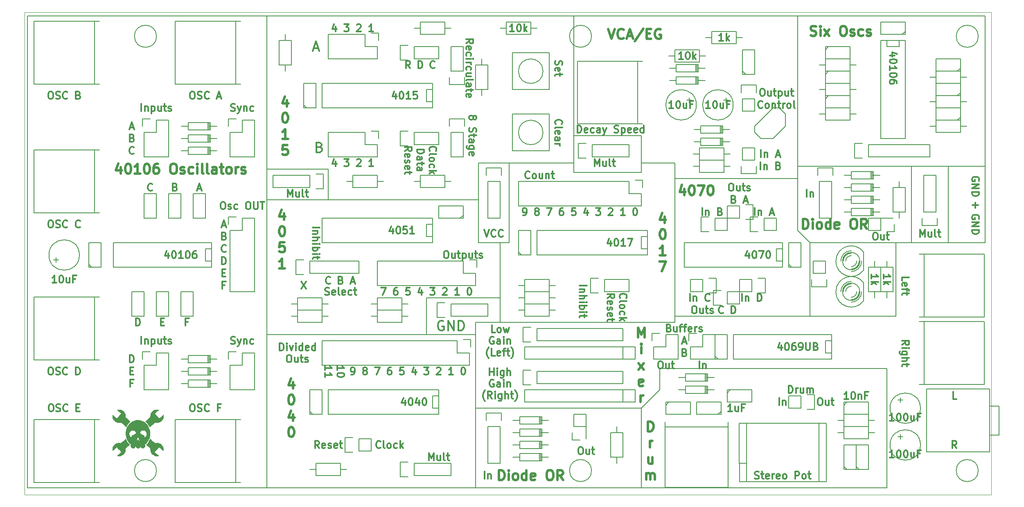
<source format=gbr>
G04 #@! TF.FileFunction,Legend,Top*
%FSLAX46Y46*%
G04 Gerber Fmt 4.6, Leading zero omitted, Abs format (unit mm)*
G04 Created by KiCad (PCBNEW (2015-04-14 BZR 5600)-product) date Fri 15 May 2015 04:29:23 PM CEST*
%MOMM*%
G01*
G04 APERTURE LIST*
%ADD10C,0.100000*%
%ADD11C,0.300000*%
%ADD12C,0.200000*%
%ADD13C,0.508000*%
%ADD14C,0.150000*%
G04 APERTURE END LIST*
D10*
D11*
X216491429Y-118971429D02*
X217205714Y-118471429D01*
X216491429Y-118114286D02*
X217991429Y-118114286D01*
X217991429Y-118685714D01*
X217920000Y-118828572D01*
X217848571Y-118900000D01*
X217705714Y-118971429D01*
X217491429Y-118971429D01*
X217348571Y-118900000D01*
X217277143Y-118828572D01*
X217205714Y-118685714D01*
X217205714Y-118114286D01*
X216491429Y-119614286D02*
X217491429Y-119614286D01*
X217991429Y-119614286D02*
X217920000Y-119542857D01*
X217848571Y-119614286D01*
X217920000Y-119685714D01*
X217991429Y-119614286D01*
X217848571Y-119614286D01*
X217491429Y-120971429D02*
X216277143Y-120971429D01*
X216134286Y-120900000D01*
X216062857Y-120828572D01*
X215991429Y-120685715D01*
X215991429Y-120471429D01*
X216062857Y-120328572D01*
X216562857Y-120971429D02*
X216491429Y-120828572D01*
X216491429Y-120542858D01*
X216562857Y-120400000D01*
X216634286Y-120328572D01*
X216777143Y-120257143D01*
X217205714Y-120257143D01*
X217348571Y-120328572D01*
X217420000Y-120400000D01*
X217491429Y-120542858D01*
X217491429Y-120828572D01*
X217420000Y-120971429D01*
X216491429Y-121685715D02*
X217991429Y-121685715D01*
X216491429Y-122328572D02*
X217277143Y-122328572D01*
X217420000Y-122257143D01*
X217491429Y-122114286D01*
X217491429Y-121900001D01*
X217420000Y-121757143D01*
X217348571Y-121685715D01*
X217491429Y-122828572D02*
X217491429Y-123400001D01*
X217991429Y-123042858D02*
X216705714Y-123042858D01*
X216562857Y-123114286D01*
X216491429Y-123257144D01*
X216491429Y-123400001D01*
X216491429Y-105644286D02*
X216491429Y-104930000D01*
X217991429Y-104930000D01*
X216562857Y-106715714D02*
X216491429Y-106572857D01*
X216491429Y-106287143D01*
X216562857Y-106144286D01*
X216705714Y-106072857D01*
X217277143Y-106072857D01*
X217420000Y-106144286D01*
X217491429Y-106287143D01*
X217491429Y-106572857D01*
X217420000Y-106715714D01*
X217277143Y-106787143D01*
X217134286Y-106787143D01*
X216991429Y-106072857D01*
X217491429Y-107215714D02*
X217491429Y-107787143D01*
X216491429Y-107430000D02*
X217777143Y-107430000D01*
X217920000Y-107501428D01*
X217991429Y-107644286D01*
X217991429Y-107787143D01*
X217491429Y-108072857D02*
X217491429Y-108644286D01*
X217991429Y-108287143D02*
X216705714Y-108287143D01*
X216562857Y-108358571D01*
X216491429Y-108501429D01*
X216491429Y-108644286D01*
D12*
X133350000Y-109220000D02*
X133350000Y-114300000D01*
X128270000Y-114300000D02*
X133350000Y-114300000D01*
X128270000Y-116840000D02*
X128270000Y-114300000D01*
D11*
X227794286Y-130218571D02*
X227080000Y-130218571D01*
X227080000Y-128718571D01*
X227794286Y-140378571D02*
X227294286Y-139664286D01*
X226937143Y-140378571D02*
X226937143Y-138878571D01*
X227508571Y-138878571D01*
X227651429Y-138950000D01*
X227722857Y-139021429D01*
X227794286Y-139164286D01*
X227794286Y-139378571D01*
X227722857Y-139521429D01*
X227651429Y-139592857D01*
X227508571Y-139664286D01*
X226937143Y-139664286D01*
X97151429Y-108557143D02*
X97365715Y-108628571D01*
X97722858Y-108628571D01*
X97865715Y-108557143D01*
X97937144Y-108485714D01*
X98008572Y-108342857D01*
X98008572Y-108200000D01*
X97937144Y-108057143D01*
X97865715Y-107985714D01*
X97722858Y-107914286D01*
X97437144Y-107842857D01*
X97294286Y-107771429D01*
X97222858Y-107700000D01*
X97151429Y-107557143D01*
X97151429Y-107414286D01*
X97222858Y-107271429D01*
X97294286Y-107200000D01*
X97437144Y-107128571D01*
X97794286Y-107128571D01*
X98008572Y-107200000D01*
X99222857Y-108557143D02*
X99080000Y-108628571D01*
X98794286Y-108628571D01*
X98651429Y-108557143D01*
X98580000Y-108414286D01*
X98580000Y-107842857D01*
X98651429Y-107700000D01*
X98794286Y-107628571D01*
X99080000Y-107628571D01*
X99222857Y-107700000D01*
X99294286Y-107842857D01*
X99294286Y-107985714D01*
X98580000Y-108128571D01*
X100151429Y-108628571D02*
X100008571Y-108557143D01*
X99937143Y-108414286D01*
X99937143Y-107128571D01*
X101294285Y-108557143D02*
X101151428Y-108628571D01*
X100865714Y-108628571D01*
X100722857Y-108557143D01*
X100651428Y-108414286D01*
X100651428Y-107842857D01*
X100722857Y-107700000D01*
X100865714Y-107628571D01*
X101151428Y-107628571D01*
X101294285Y-107700000D01*
X101365714Y-107842857D01*
X101365714Y-107985714D01*
X100651428Y-108128571D01*
X102651428Y-108557143D02*
X102508571Y-108628571D01*
X102222857Y-108628571D01*
X102079999Y-108557143D01*
X102008571Y-108485714D01*
X101937142Y-108342857D01*
X101937142Y-107914286D01*
X102008571Y-107771429D01*
X102079999Y-107700000D01*
X102222857Y-107628571D01*
X102508571Y-107628571D01*
X102651428Y-107700000D01*
X103079999Y-107628571D02*
X103651428Y-107628571D01*
X103294285Y-107128571D02*
X103294285Y-108414286D01*
X103365713Y-108557143D01*
X103508571Y-108628571D01*
X103651428Y-108628571D01*
X122087142Y-99508571D02*
X122372856Y-99508571D01*
X122515714Y-99580000D01*
X122658571Y-99722857D01*
X122729999Y-100008571D01*
X122729999Y-100508571D01*
X122658571Y-100794286D01*
X122515714Y-100937143D01*
X122372856Y-101008571D01*
X122087142Y-101008571D01*
X121944285Y-100937143D01*
X121801428Y-100794286D01*
X121729999Y-100508571D01*
X121729999Y-100008571D01*
X121801428Y-99722857D01*
X121944285Y-99580000D01*
X122087142Y-99508571D01*
X124015714Y-100008571D02*
X124015714Y-101008571D01*
X123372857Y-100008571D02*
X123372857Y-100794286D01*
X123444285Y-100937143D01*
X123587143Y-101008571D01*
X123801428Y-101008571D01*
X123944285Y-100937143D01*
X124015714Y-100865714D01*
X124515714Y-100008571D02*
X125087143Y-100008571D01*
X124730000Y-99508571D02*
X124730000Y-100794286D01*
X124801428Y-100937143D01*
X124944286Y-101008571D01*
X125087143Y-101008571D01*
X125587143Y-100008571D02*
X125587143Y-101508571D01*
X125587143Y-100080000D02*
X125730000Y-100008571D01*
X126015714Y-100008571D01*
X126158571Y-100080000D01*
X126230000Y-100151429D01*
X126301429Y-100294286D01*
X126301429Y-100722857D01*
X126230000Y-100865714D01*
X126158571Y-100937143D01*
X126015714Y-101008571D01*
X125730000Y-101008571D01*
X125587143Y-100937143D01*
X127587143Y-100008571D02*
X127587143Y-101008571D01*
X126944286Y-100008571D02*
X126944286Y-100794286D01*
X127015714Y-100937143D01*
X127158572Y-101008571D01*
X127372857Y-101008571D01*
X127515714Y-100937143D01*
X127587143Y-100865714D01*
X128087143Y-100008571D02*
X128658572Y-100008571D01*
X128301429Y-99508571D02*
X128301429Y-100794286D01*
X128372857Y-100937143D01*
X128515715Y-101008571D01*
X128658572Y-101008571D01*
X129087143Y-100937143D02*
X129230000Y-101008571D01*
X129515715Y-101008571D01*
X129658572Y-100937143D01*
X129730000Y-100794286D01*
X129730000Y-100722857D01*
X129658572Y-100580000D01*
X129515715Y-100508571D01*
X129301429Y-100508571D01*
X129158572Y-100437143D01*
X129087143Y-100294286D01*
X129087143Y-100222857D01*
X129158572Y-100080000D01*
X129301429Y-100008571D01*
X129515715Y-100008571D01*
X129658572Y-100080000D01*
X231076572Y-90023143D02*
X232219429Y-90023143D01*
X231648000Y-90594571D02*
X231648000Y-89451714D01*
X232398000Y-92837143D02*
X232469429Y-92694286D01*
X232469429Y-92480000D01*
X232398000Y-92265715D01*
X232255143Y-92122857D01*
X232112286Y-92051429D01*
X231826571Y-91980000D01*
X231612286Y-91980000D01*
X231326571Y-92051429D01*
X231183714Y-92122857D01*
X231040857Y-92265715D01*
X230969429Y-92480000D01*
X230969429Y-92622857D01*
X231040857Y-92837143D01*
X231112286Y-92908572D01*
X231612286Y-92908572D01*
X231612286Y-92622857D01*
X230969429Y-93551429D02*
X232469429Y-93551429D01*
X230969429Y-94408572D01*
X232469429Y-94408572D01*
X230969429Y-95122858D02*
X232469429Y-95122858D01*
X232469429Y-95480001D01*
X232398000Y-95694286D01*
X232255143Y-95837144D01*
X232112286Y-95908572D01*
X231826571Y-95980001D01*
X231612286Y-95980001D01*
X231326571Y-95908572D01*
X231183714Y-95837144D01*
X231040857Y-95694286D01*
X230969429Y-95480001D01*
X230969429Y-95122858D01*
X232398000Y-84963143D02*
X232469429Y-84820286D01*
X232469429Y-84606000D01*
X232398000Y-84391715D01*
X232255143Y-84248857D01*
X232112286Y-84177429D01*
X231826571Y-84106000D01*
X231612286Y-84106000D01*
X231326571Y-84177429D01*
X231183714Y-84248857D01*
X231040857Y-84391715D01*
X230969429Y-84606000D01*
X230969429Y-84748857D01*
X231040857Y-84963143D01*
X231112286Y-85034572D01*
X231612286Y-85034572D01*
X231612286Y-84748857D01*
X230969429Y-85677429D02*
X232469429Y-85677429D01*
X230969429Y-86534572D01*
X232469429Y-86534572D01*
X230969429Y-87248858D02*
X232469429Y-87248858D01*
X232469429Y-87606001D01*
X232398000Y-87820286D01*
X232255143Y-87963144D01*
X232112286Y-88034572D01*
X231826571Y-88106001D01*
X231612286Y-88106001D01*
X231326571Y-88034572D01*
X231183714Y-87963144D01*
X231040857Y-87820286D01*
X230969429Y-87606001D01*
X230969429Y-87248858D01*
X138144286Y-92118571D02*
X138430001Y-92118571D01*
X138572858Y-92047143D01*
X138644286Y-91975714D01*
X138787144Y-91761429D01*
X138858572Y-91475714D01*
X138858572Y-90904286D01*
X138787144Y-90761429D01*
X138715715Y-90690000D01*
X138572858Y-90618571D01*
X138287144Y-90618571D01*
X138144286Y-90690000D01*
X138072858Y-90761429D01*
X138001429Y-90904286D01*
X138001429Y-91261429D01*
X138072858Y-91404286D01*
X138144286Y-91475714D01*
X138287144Y-91547143D01*
X138572858Y-91547143D01*
X138715715Y-91475714D01*
X138787144Y-91404286D01*
X138858572Y-91261429D01*
X140827144Y-91261429D02*
X140684286Y-91190000D01*
X140612858Y-91118571D01*
X140541429Y-90975714D01*
X140541429Y-90904286D01*
X140612858Y-90761429D01*
X140684286Y-90690000D01*
X140827144Y-90618571D01*
X141112858Y-90618571D01*
X141255715Y-90690000D01*
X141327144Y-90761429D01*
X141398572Y-90904286D01*
X141398572Y-90975714D01*
X141327144Y-91118571D01*
X141255715Y-91190000D01*
X141112858Y-91261429D01*
X140827144Y-91261429D01*
X140684286Y-91332857D01*
X140612858Y-91404286D01*
X140541429Y-91547143D01*
X140541429Y-91832857D01*
X140612858Y-91975714D01*
X140684286Y-92047143D01*
X140827144Y-92118571D01*
X141112858Y-92118571D01*
X141255715Y-92047143D01*
X141327144Y-91975714D01*
X141398572Y-91832857D01*
X141398572Y-91547143D01*
X141327144Y-91404286D01*
X141255715Y-91332857D01*
X141112858Y-91261429D01*
X143010001Y-90618571D02*
X144010001Y-90618571D01*
X143367144Y-92118571D01*
X146335715Y-90618571D02*
X146050001Y-90618571D01*
X145907144Y-90690000D01*
X145835715Y-90761429D01*
X145692858Y-90975714D01*
X145621429Y-91261429D01*
X145621429Y-91832857D01*
X145692858Y-91975714D01*
X145764286Y-92047143D01*
X145907144Y-92118571D01*
X146192858Y-92118571D01*
X146335715Y-92047143D01*
X146407144Y-91975714D01*
X146478572Y-91832857D01*
X146478572Y-91475714D01*
X146407144Y-91332857D01*
X146335715Y-91261429D01*
X146192858Y-91190000D01*
X145907144Y-91190000D01*
X145764286Y-91261429D01*
X145692858Y-91332857D01*
X145621429Y-91475714D01*
X148947144Y-90618571D02*
X148232858Y-90618571D01*
X148161429Y-91332857D01*
X148232858Y-91261429D01*
X148375715Y-91190000D01*
X148732858Y-91190000D01*
X148875715Y-91261429D01*
X148947144Y-91332857D01*
X149018572Y-91475714D01*
X149018572Y-91832857D01*
X148947144Y-91975714D01*
X148875715Y-92047143D01*
X148732858Y-92118571D01*
X148375715Y-92118571D01*
X148232858Y-92047143D01*
X148161429Y-91975714D01*
X151415715Y-91118571D02*
X151415715Y-92118571D01*
X151058572Y-90547143D02*
X150701429Y-91618571D01*
X151630001Y-91618571D01*
X153170001Y-90618571D02*
X154098572Y-90618571D01*
X153598572Y-91190000D01*
X153812858Y-91190000D01*
X153955715Y-91261429D01*
X154027144Y-91332857D01*
X154098572Y-91475714D01*
X154098572Y-91832857D01*
X154027144Y-91975714D01*
X153955715Y-92047143D01*
X153812858Y-92118571D01*
X153384286Y-92118571D01*
X153241429Y-92047143D01*
X153170001Y-91975714D01*
X155781429Y-90761429D02*
X155852858Y-90690000D01*
X155995715Y-90618571D01*
X156352858Y-90618571D01*
X156495715Y-90690000D01*
X156567144Y-90761429D01*
X156638572Y-90904286D01*
X156638572Y-91047143D01*
X156567144Y-91261429D01*
X155710001Y-92118571D01*
X156638572Y-92118571D01*
X159178572Y-92118571D02*
X158321429Y-92118571D01*
X158750001Y-92118571D02*
X158750001Y-90618571D01*
X158607144Y-90832857D01*
X158464286Y-90975714D01*
X158321429Y-91047143D01*
X161218572Y-90618571D02*
X161361429Y-90618571D01*
X161504286Y-90690000D01*
X161575715Y-90761429D01*
X161647144Y-90904286D01*
X161718572Y-91190000D01*
X161718572Y-91547143D01*
X161647144Y-91832857D01*
X161575715Y-91975714D01*
X161504286Y-92047143D01*
X161361429Y-92118571D01*
X161218572Y-92118571D01*
X161075715Y-92047143D01*
X161004286Y-91975714D01*
X160932858Y-91832857D01*
X160861429Y-91547143D01*
X160861429Y-91190000D01*
X160932858Y-90904286D01*
X161004286Y-90761429D01*
X161075715Y-90690000D01*
X161218572Y-90618571D01*
X139478000Y-84355714D02*
X139406571Y-84427143D01*
X139192285Y-84498571D01*
X139049428Y-84498571D01*
X138835143Y-84427143D01*
X138692285Y-84284286D01*
X138620857Y-84141429D01*
X138549428Y-83855714D01*
X138549428Y-83641429D01*
X138620857Y-83355714D01*
X138692285Y-83212857D01*
X138835143Y-83070000D01*
X139049428Y-82998571D01*
X139192285Y-82998571D01*
X139406571Y-83070000D01*
X139478000Y-83141429D01*
X140335143Y-84498571D02*
X140192285Y-84427143D01*
X140120857Y-84355714D01*
X140049428Y-84212857D01*
X140049428Y-83784286D01*
X140120857Y-83641429D01*
X140192285Y-83570000D01*
X140335143Y-83498571D01*
X140549428Y-83498571D01*
X140692285Y-83570000D01*
X140763714Y-83641429D01*
X140835143Y-83784286D01*
X140835143Y-84212857D01*
X140763714Y-84355714D01*
X140692285Y-84427143D01*
X140549428Y-84498571D01*
X140335143Y-84498571D01*
X142120857Y-83498571D02*
X142120857Y-84498571D01*
X141478000Y-83498571D02*
X141478000Y-84284286D01*
X141549428Y-84427143D01*
X141692286Y-84498571D01*
X141906571Y-84498571D01*
X142049428Y-84427143D01*
X142120857Y-84355714D01*
X142835143Y-83498571D02*
X142835143Y-84498571D01*
X142835143Y-83641429D02*
X142906571Y-83570000D01*
X143049429Y-83498571D01*
X143263714Y-83498571D01*
X143406571Y-83570000D01*
X143478000Y-83712857D01*
X143478000Y-84498571D01*
X143978000Y-83498571D02*
X144549429Y-83498571D01*
X144192286Y-82998571D02*
X144192286Y-84284286D01*
X144263714Y-84427143D01*
X144406572Y-84498571D01*
X144549429Y-84498571D01*
X94571429Y-94611428D02*
X96071429Y-94611428D01*
X95571429Y-95325714D02*
X94571429Y-95325714D01*
X95428571Y-95325714D02*
X95500000Y-95397142D01*
X95571429Y-95540000D01*
X95571429Y-95754285D01*
X95500000Y-95897142D01*
X95357143Y-95968571D01*
X94571429Y-95968571D01*
X94571429Y-96682857D02*
X96071429Y-96682857D01*
X94571429Y-97325714D02*
X95357143Y-97325714D01*
X95500000Y-97254285D01*
X95571429Y-97111428D01*
X95571429Y-96897143D01*
X95500000Y-96754285D01*
X95428571Y-96682857D01*
X94571429Y-98040000D02*
X95571429Y-98040000D01*
X96071429Y-98040000D02*
X96000000Y-97968571D01*
X95928571Y-98040000D01*
X96000000Y-98111428D01*
X96071429Y-98040000D01*
X95928571Y-98040000D01*
X94571429Y-98754286D02*
X96071429Y-98754286D01*
X95500000Y-98754286D02*
X95571429Y-98897143D01*
X95571429Y-99182857D01*
X95500000Y-99325714D01*
X95428571Y-99397143D01*
X95285714Y-99468572D01*
X94857143Y-99468572D01*
X94714286Y-99397143D01*
X94642857Y-99325714D01*
X94571429Y-99182857D01*
X94571429Y-98897143D01*
X94642857Y-98754286D01*
X94571429Y-100111429D02*
X95571429Y-100111429D01*
X96071429Y-100111429D02*
X96000000Y-100040000D01*
X95928571Y-100111429D01*
X96000000Y-100182857D01*
X96071429Y-100111429D01*
X95928571Y-100111429D01*
X95571429Y-100611429D02*
X95571429Y-101182858D01*
X96071429Y-100825715D02*
X94785714Y-100825715D01*
X94642857Y-100897143D01*
X94571429Y-101040001D01*
X94571429Y-101182858D01*
D13*
X54876097Y-82114571D02*
X54876097Y-83469238D01*
X54392287Y-81340476D02*
X53908478Y-82791905D01*
X55166382Y-82791905D01*
X56327525Y-81437238D02*
X56521049Y-81437238D01*
X56714573Y-81534000D01*
X56811335Y-81630762D01*
X56908097Y-81824286D01*
X57004858Y-82211333D01*
X57004858Y-82695143D01*
X56908097Y-83082190D01*
X56811335Y-83275714D01*
X56714573Y-83372476D01*
X56521049Y-83469238D01*
X56327525Y-83469238D01*
X56134001Y-83372476D01*
X56037239Y-83275714D01*
X55940478Y-83082190D01*
X55843716Y-82695143D01*
X55843716Y-82211333D01*
X55940478Y-81824286D01*
X56037239Y-81630762D01*
X56134001Y-81534000D01*
X56327525Y-81437238D01*
X58940096Y-83469238D02*
X57778954Y-83469238D01*
X58359525Y-83469238D02*
X58359525Y-81437238D01*
X58166001Y-81727524D01*
X57972477Y-81921048D01*
X57778954Y-82017810D01*
X60198001Y-81437238D02*
X60391525Y-81437238D01*
X60585049Y-81534000D01*
X60681811Y-81630762D01*
X60778573Y-81824286D01*
X60875334Y-82211333D01*
X60875334Y-82695143D01*
X60778573Y-83082190D01*
X60681811Y-83275714D01*
X60585049Y-83372476D01*
X60391525Y-83469238D01*
X60198001Y-83469238D01*
X60004477Y-83372476D01*
X59907715Y-83275714D01*
X59810954Y-83082190D01*
X59714192Y-82695143D01*
X59714192Y-82211333D01*
X59810954Y-81824286D01*
X59907715Y-81630762D01*
X60004477Y-81534000D01*
X60198001Y-81437238D01*
X62617049Y-81437238D02*
X62230001Y-81437238D01*
X62036477Y-81534000D01*
X61939715Y-81630762D01*
X61746192Y-81921048D01*
X61649430Y-82308095D01*
X61649430Y-83082190D01*
X61746192Y-83275714D01*
X61842953Y-83372476D01*
X62036477Y-83469238D01*
X62423525Y-83469238D01*
X62617049Y-83372476D01*
X62713811Y-83275714D01*
X62810572Y-83082190D01*
X62810572Y-82598381D01*
X62713811Y-82404857D01*
X62617049Y-82308095D01*
X62423525Y-82211333D01*
X62036477Y-82211333D01*
X61842953Y-82308095D01*
X61746192Y-82404857D01*
X61649430Y-82598381D01*
X65616667Y-81437238D02*
X66003715Y-81437238D01*
X66197239Y-81534000D01*
X66390762Y-81727524D01*
X66487524Y-82114571D01*
X66487524Y-82791905D01*
X66390762Y-83178952D01*
X66197239Y-83372476D01*
X66003715Y-83469238D01*
X65616667Y-83469238D01*
X65423143Y-83372476D01*
X65229620Y-83178952D01*
X65132858Y-82791905D01*
X65132858Y-82114571D01*
X65229620Y-81727524D01*
X65423143Y-81534000D01*
X65616667Y-81437238D01*
X67261620Y-83372476D02*
X67455143Y-83469238D01*
X67842191Y-83469238D01*
X68035715Y-83372476D01*
X68132477Y-83178952D01*
X68132477Y-83082190D01*
X68035715Y-82888667D01*
X67842191Y-82791905D01*
X67551905Y-82791905D01*
X67358382Y-82695143D01*
X67261620Y-82501619D01*
X67261620Y-82404857D01*
X67358382Y-82211333D01*
X67551905Y-82114571D01*
X67842191Y-82114571D01*
X68035715Y-82211333D01*
X69874191Y-83372476D02*
X69680667Y-83469238D01*
X69293619Y-83469238D01*
X69100095Y-83372476D01*
X69003334Y-83275714D01*
X68906572Y-83082190D01*
X68906572Y-82501619D01*
X69003334Y-82308095D01*
X69100095Y-82211333D01*
X69293619Y-82114571D01*
X69680667Y-82114571D01*
X69874191Y-82211333D01*
X70745048Y-83469238D02*
X70745048Y-82114571D01*
X70745048Y-81437238D02*
X70648286Y-81534000D01*
X70745048Y-81630762D01*
X70841809Y-81534000D01*
X70745048Y-81437238D01*
X70745048Y-81630762D01*
X72002952Y-83469238D02*
X71809428Y-83372476D01*
X71712667Y-83178952D01*
X71712667Y-81437238D01*
X73067333Y-83469238D02*
X72873809Y-83372476D01*
X72777048Y-83178952D01*
X72777048Y-81437238D01*
X74712286Y-83469238D02*
X74712286Y-82404857D01*
X74615524Y-82211333D01*
X74422000Y-82114571D01*
X74034952Y-82114571D01*
X73841429Y-82211333D01*
X74712286Y-83372476D02*
X74518762Y-83469238D01*
X74034952Y-83469238D01*
X73841429Y-83372476D01*
X73744667Y-83178952D01*
X73744667Y-82985429D01*
X73841429Y-82791905D01*
X74034952Y-82695143D01*
X74518762Y-82695143D01*
X74712286Y-82598381D01*
X75389619Y-82114571D02*
X76163714Y-82114571D01*
X75679905Y-81437238D02*
X75679905Y-83178952D01*
X75776666Y-83372476D01*
X75970190Y-83469238D01*
X76163714Y-83469238D01*
X77131333Y-83469238D02*
X76937809Y-83372476D01*
X76841048Y-83275714D01*
X76744286Y-83082190D01*
X76744286Y-82501619D01*
X76841048Y-82308095D01*
X76937809Y-82211333D01*
X77131333Y-82114571D01*
X77421619Y-82114571D01*
X77615143Y-82211333D01*
X77711905Y-82308095D01*
X77808667Y-82501619D01*
X77808667Y-83082190D01*
X77711905Y-83275714D01*
X77615143Y-83372476D01*
X77421619Y-83469238D01*
X77131333Y-83469238D01*
X78679524Y-83469238D02*
X78679524Y-82114571D01*
X78679524Y-82501619D02*
X78776285Y-82308095D01*
X78873047Y-82211333D01*
X79066571Y-82114571D01*
X79260095Y-82114571D01*
X79840667Y-83372476D02*
X80034190Y-83469238D01*
X80421238Y-83469238D01*
X80614762Y-83372476D01*
X80711524Y-83178952D01*
X80711524Y-83082190D01*
X80614762Y-82888667D01*
X80421238Y-82791905D01*
X80130952Y-82791905D01*
X79937429Y-82695143D01*
X79840667Y-82501619D01*
X79840667Y-82404857D01*
X79937429Y-82211333D01*
X80130952Y-82114571D01*
X80421238Y-82114571D01*
X80614762Y-82211333D01*
D12*
X97790000Y-82550000D02*
X97790000Y-88900000D01*
X85090000Y-82550000D02*
X97790000Y-82550000D01*
D11*
X89440000Y-88308571D02*
X89440000Y-86808571D01*
X89940000Y-87880000D01*
X90440000Y-86808571D01*
X90440000Y-88308571D01*
X91797143Y-87308571D02*
X91797143Y-88308571D01*
X91154286Y-87308571D02*
X91154286Y-88094286D01*
X91225714Y-88237143D01*
X91368572Y-88308571D01*
X91582857Y-88308571D01*
X91725714Y-88237143D01*
X91797143Y-88165714D01*
X92725715Y-88308571D02*
X92582857Y-88237143D01*
X92511429Y-88094286D01*
X92511429Y-86808571D01*
X93082857Y-87308571D02*
X93654286Y-87308571D01*
X93297143Y-86808571D02*
X93297143Y-88094286D01*
X93368571Y-88237143D01*
X93511429Y-88308571D01*
X93654286Y-88308571D01*
D12*
X213360000Y-148590000D02*
X162560000Y-148590000D01*
X213360000Y-123825000D02*
X213360000Y-148590000D01*
X166370000Y-123825000D02*
X213360000Y-123825000D01*
X166370000Y-128270000D02*
X166370000Y-123825000D01*
X162560000Y-132080000D02*
X166370000Y-128270000D01*
D13*
X163932810Y-136860038D02*
X163932810Y-134828038D01*
X164416619Y-134828038D01*
X164706905Y-134924800D01*
X164900429Y-135118324D01*
X164997190Y-135311848D01*
X165093952Y-135698895D01*
X165093952Y-135989181D01*
X164997190Y-136376229D01*
X164900429Y-136569752D01*
X164706905Y-136763276D01*
X164416619Y-136860038D01*
X163932810Y-136860038D01*
X164319858Y-140212838D02*
X164319858Y-138858171D01*
X164319858Y-139245219D02*
X164416619Y-139051695D01*
X164513381Y-138954933D01*
X164706905Y-138858171D01*
X164900429Y-138858171D01*
X164900429Y-142210971D02*
X164900429Y-143565638D01*
X164029572Y-142210971D02*
X164029572Y-143275352D01*
X164126333Y-143468876D01*
X164319857Y-143565638D01*
X164610143Y-143565638D01*
X164803667Y-143468876D01*
X164900429Y-143372114D01*
X163594144Y-146918438D02*
X163594144Y-145563771D01*
X163594144Y-145757295D02*
X163690905Y-145660533D01*
X163884429Y-145563771D01*
X164174715Y-145563771D01*
X164368239Y-145660533D01*
X164465001Y-145854057D01*
X164465001Y-146918438D01*
X164465001Y-145854057D02*
X164561763Y-145660533D01*
X164755286Y-145563771D01*
X165045572Y-145563771D01*
X165239096Y-145660533D01*
X165335858Y-145854057D01*
X165335858Y-146918438D01*
D11*
X212681429Y-105231429D02*
X212681429Y-104374286D01*
X212681429Y-104802858D02*
X214181429Y-104802858D01*
X213967143Y-104660001D01*
X213824286Y-104517143D01*
X213752857Y-104374286D01*
X212681429Y-105874286D02*
X214181429Y-105874286D01*
X213252857Y-106017143D02*
X212681429Y-106445714D01*
X213681429Y-106445714D02*
X213110000Y-105874286D01*
X210141429Y-105231429D02*
X210141429Y-104374286D01*
X210141429Y-104802858D02*
X211641429Y-104802858D01*
X211427143Y-104660001D01*
X211284286Y-104517143D01*
X211212857Y-104374286D01*
X210141429Y-105874286D02*
X211641429Y-105874286D01*
X210712857Y-106017143D02*
X210141429Y-106445714D01*
X211141429Y-106445714D02*
X210570000Y-105874286D01*
X168307143Y-115462857D02*
X168521429Y-115534286D01*
X168592857Y-115605714D01*
X168664286Y-115748571D01*
X168664286Y-115962857D01*
X168592857Y-116105714D01*
X168521429Y-116177143D01*
X168378571Y-116248571D01*
X167807143Y-116248571D01*
X167807143Y-114748571D01*
X168307143Y-114748571D01*
X168450000Y-114820000D01*
X168521429Y-114891429D01*
X168592857Y-115034286D01*
X168592857Y-115177143D01*
X168521429Y-115320000D01*
X168450000Y-115391429D01*
X168307143Y-115462857D01*
X167807143Y-115462857D01*
X169950000Y-115248571D02*
X169950000Y-116248571D01*
X169307143Y-115248571D02*
X169307143Y-116034286D01*
X169378571Y-116177143D01*
X169521429Y-116248571D01*
X169735714Y-116248571D01*
X169878571Y-116177143D01*
X169950000Y-116105714D01*
X170450000Y-115248571D02*
X171021429Y-115248571D01*
X170664286Y-116248571D02*
X170664286Y-114962857D01*
X170735714Y-114820000D01*
X170878572Y-114748571D01*
X171021429Y-114748571D01*
X171307143Y-115248571D02*
X171878572Y-115248571D01*
X171521429Y-116248571D02*
X171521429Y-114962857D01*
X171592857Y-114820000D01*
X171735715Y-114748571D01*
X171878572Y-114748571D01*
X172950000Y-116177143D02*
X172807143Y-116248571D01*
X172521429Y-116248571D01*
X172378572Y-116177143D01*
X172307143Y-116034286D01*
X172307143Y-115462857D01*
X172378572Y-115320000D01*
X172521429Y-115248571D01*
X172807143Y-115248571D01*
X172950000Y-115320000D01*
X173021429Y-115462857D01*
X173021429Y-115605714D01*
X172307143Y-115748571D01*
X173664286Y-116248571D02*
X173664286Y-115248571D01*
X173664286Y-115534286D02*
X173735714Y-115391429D01*
X173807143Y-115320000D01*
X173950000Y-115248571D01*
X174092857Y-115248571D01*
X174521428Y-116177143D02*
X174664285Y-116248571D01*
X174950000Y-116248571D01*
X175092857Y-116177143D01*
X175164285Y-116034286D01*
X175164285Y-115962857D01*
X175092857Y-115820000D01*
X174950000Y-115748571D01*
X174735714Y-115748571D01*
X174592857Y-115677143D01*
X174521428Y-115534286D01*
X174521428Y-115462857D01*
X174592857Y-115320000D01*
X174735714Y-115248571D01*
X174950000Y-115248571D01*
X175092857Y-115320000D01*
X171557143Y-120542857D02*
X171771429Y-120614286D01*
X171842857Y-120685714D01*
X171914286Y-120828571D01*
X171914286Y-121042857D01*
X171842857Y-121185714D01*
X171771429Y-121257143D01*
X171628571Y-121328571D01*
X171057143Y-121328571D01*
X171057143Y-119828571D01*
X171557143Y-119828571D01*
X171700000Y-119900000D01*
X171771429Y-119971429D01*
X171842857Y-120114286D01*
X171842857Y-120257143D01*
X171771429Y-120400000D01*
X171700000Y-120471429D01*
X171557143Y-120542857D01*
X171057143Y-120542857D01*
X171092857Y-118360000D02*
X171807143Y-118360000D01*
X170950000Y-118788571D02*
X171450000Y-117288571D01*
X171950000Y-118788571D01*
X174581429Y-123868571D02*
X174581429Y-122368571D01*
X175295715Y-122868571D02*
X175295715Y-123868571D01*
X175295715Y-123011429D02*
X175367143Y-122940000D01*
X175510001Y-122868571D01*
X175724286Y-122868571D01*
X175867143Y-122940000D01*
X175938572Y-123082857D01*
X175938572Y-123868571D01*
X166390000Y-122368571D02*
X166675714Y-122368571D01*
X166818572Y-122440000D01*
X166961429Y-122582857D01*
X167032857Y-122868571D01*
X167032857Y-123368571D01*
X166961429Y-123654286D01*
X166818572Y-123797143D01*
X166675714Y-123868571D01*
X166390000Y-123868571D01*
X166247143Y-123797143D01*
X166104286Y-123654286D01*
X166032857Y-123368571D01*
X166032857Y-122868571D01*
X166104286Y-122582857D01*
X166247143Y-122440000D01*
X166390000Y-122368571D01*
X168318572Y-122868571D02*
X168318572Y-123868571D01*
X167675715Y-122868571D02*
X167675715Y-123654286D01*
X167747143Y-123797143D01*
X167890001Y-123868571D01*
X168104286Y-123868571D01*
X168247143Y-123797143D01*
X168318572Y-123725714D01*
X168818572Y-122868571D02*
X169390001Y-122868571D01*
X169032858Y-122368571D02*
X169032858Y-123654286D01*
X169104286Y-123797143D01*
X169247144Y-123868571D01*
X169390001Y-123868571D01*
D13*
X197593859Y-54797476D02*
X197884144Y-54894238D01*
X198367954Y-54894238D01*
X198561478Y-54797476D01*
X198658240Y-54700714D01*
X198755001Y-54507190D01*
X198755001Y-54313667D01*
X198658240Y-54120143D01*
X198561478Y-54023381D01*
X198367954Y-53926619D01*
X197980906Y-53829857D01*
X197787382Y-53733095D01*
X197690621Y-53636333D01*
X197593859Y-53442810D01*
X197593859Y-53249286D01*
X197690621Y-53055762D01*
X197787382Y-52959000D01*
X197980906Y-52862238D01*
X198464716Y-52862238D01*
X198755001Y-52959000D01*
X199625859Y-54894238D02*
X199625859Y-53539571D01*
X199625859Y-52862238D02*
X199529097Y-52959000D01*
X199625859Y-53055762D01*
X199722620Y-52959000D01*
X199625859Y-52862238D01*
X199625859Y-53055762D01*
X200399954Y-54894238D02*
X201464335Y-53539571D01*
X200399954Y-53539571D02*
X201464335Y-54894238D01*
X204173667Y-52862238D02*
X204560715Y-52862238D01*
X204754239Y-52959000D01*
X204947762Y-53152524D01*
X205044524Y-53539571D01*
X205044524Y-54216905D01*
X204947762Y-54603952D01*
X204754239Y-54797476D01*
X204560715Y-54894238D01*
X204173667Y-54894238D01*
X203980143Y-54797476D01*
X203786620Y-54603952D01*
X203689858Y-54216905D01*
X203689858Y-53539571D01*
X203786620Y-53152524D01*
X203980143Y-52959000D01*
X204173667Y-52862238D01*
X205818620Y-54797476D02*
X206012143Y-54894238D01*
X206399191Y-54894238D01*
X206592715Y-54797476D01*
X206689477Y-54603952D01*
X206689477Y-54507190D01*
X206592715Y-54313667D01*
X206399191Y-54216905D01*
X206108905Y-54216905D01*
X205915382Y-54120143D01*
X205818620Y-53926619D01*
X205818620Y-53829857D01*
X205915382Y-53636333D01*
X206108905Y-53539571D01*
X206399191Y-53539571D01*
X206592715Y-53636333D01*
X208431191Y-54797476D02*
X208237667Y-54894238D01*
X207850619Y-54894238D01*
X207657095Y-54797476D01*
X207560334Y-54700714D01*
X207463572Y-54507190D01*
X207463572Y-53926619D01*
X207560334Y-53733095D01*
X207657095Y-53636333D01*
X207850619Y-53539571D01*
X208237667Y-53539571D01*
X208431191Y-53636333D01*
X209205286Y-54797476D02*
X209398809Y-54894238D01*
X209785857Y-54894238D01*
X209979381Y-54797476D01*
X210076143Y-54603952D01*
X210076143Y-54507190D01*
X209979381Y-54313667D01*
X209785857Y-54216905D01*
X209495571Y-54216905D01*
X209302048Y-54120143D01*
X209205286Y-53926619D01*
X209205286Y-53829857D01*
X209302048Y-53636333D01*
X209495571Y-53539571D01*
X209785857Y-53539571D01*
X209979381Y-53636333D01*
D11*
X214951429Y-59023573D02*
X213951429Y-59023573D01*
X215522857Y-58666430D02*
X214451429Y-58309287D01*
X214451429Y-59237859D01*
X215451429Y-60095001D02*
X215451429Y-60237858D01*
X215380000Y-60380715D01*
X215308571Y-60452144D01*
X215165714Y-60523573D01*
X214880000Y-60595001D01*
X214522857Y-60595001D01*
X214237143Y-60523573D01*
X214094286Y-60452144D01*
X214022857Y-60380715D01*
X213951429Y-60237858D01*
X213951429Y-60095001D01*
X214022857Y-59952144D01*
X214094286Y-59880715D01*
X214237143Y-59809287D01*
X214522857Y-59737858D01*
X214880000Y-59737858D01*
X215165714Y-59809287D01*
X215308571Y-59880715D01*
X215380000Y-59952144D01*
X215451429Y-60095001D01*
X213951429Y-62023572D02*
X213951429Y-61166429D01*
X213951429Y-61595001D02*
X215451429Y-61595001D01*
X215237143Y-61452144D01*
X215094286Y-61309286D01*
X215022857Y-61166429D01*
X215451429Y-62952143D02*
X215451429Y-63095000D01*
X215380000Y-63237857D01*
X215308571Y-63309286D01*
X215165714Y-63380715D01*
X214880000Y-63452143D01*
X214522857Y-63452143D01*
X214237143Y-63380715D01*
X214094286Y-63309286D01*
X214022857Y-63237857D01*
X213951429Y-63095000D01*
X213951429Y-62952143D01*
X214022857Y-62809286D01*
X214094286Y-62737857D01*
X214237143Y-62666429D01*
X214522857Y-62595000D01*
X214880000Y-62595000D01*
X215165714Y-62666429D01*
X215308571Y-62737857D01*
X215380000Y-62809286D01*
X215451429Y-62952143D01*
X215451429Y-64737857D02*
X215451429Y-64452143D01*
X215380000Y-64309286D01*
X215308571Y-64237857D01*
X215094286Y-64095000D01*
X214808571Y-64023571D01*
X214237143Y-64023571D01*
X214094286Y-64095000D01*
X214022857Y-64166428D01*
X213951429Y-64309286D01*
X213951429Y-64595000D01*
X214022857Y-64737857D01*
X214094286Y-64809286D01*
X214237143Y-64880714D01*
X214594286Y-64880714D01*
X214737143Y-64809286D01*
X214808571Y-64737857D01*
X214880000Y-64595000D01*
X214880000Y-64309286D01*
X214808571Y-64166428D01*
X214737143Y-64095000D01*
X214594286Y-64023571D01*
X220250000Y-96563571D02*
X220250000Y-95063571D01*
X220750000Y-96135000D01*
X221250000Y-95063571D01*
X221250000Y-96563571D01*
X222607143Y-95563571D02*
X222607143Y-96563571D01*
X221964286Y-95563571D02*
X221964286Y-96349286D01*
X222035714Y-96492143D01*
X222178572Y-96563571D01*
X222392857Y-96563571D01*
X222535714Y-96492143D01*
X222607143Y-96420714D01*
X223535715Y-96563571D02*
X223392857Y-96492143D01*
X223321429Y-96349286D01*
X223321429Y-95063571D01*
X223892857Y-95563571D02*
X224464286Y-95563571D01*
X224107143Y-95063571D02*
X224107143Y-96349286D01*
X224178571Y-96492143D01*
X224321429Y-96563571D01*
X224464286Y-96563571D01*
X214848572Y-142283571D02*
X213991429Y-142283571D01*
X214420001Y-142283571D02*
X214420001Y-140783571D01*
X214277144Y-140997857D01*
X214134286Y-141140714D01*
X213991429Y-141212143D01*
X215777143Y-140783571D02*
X215920000Y-140783571D01*
X216062857Y-140855000D01*
X216134286Y-140926429D01*
X216205715Y-141069286D01*
X216277143Y-141355000D01*
X216277143Y-141712143D01*
X216205715Y-141997857D01*
X216134286Y-142140714D01*
X216062857Y-142212143D01*
X215920000Y-142283571D01*
X215777143Y-142283571D01*
X215634286Y-142212143D01*
X215562857Y-142140714D01*
X215491429Y-141997857D01*
X215420000Y-141712143D01*
X215420000Y-141355000D01*
X215491429Y-141069286D01*
X215562857Y-140926429D01*
X215634286Y-140855000D01*
X215777143Y-140783571D01*
X217205714Y-140783571D02*
X217348571Y-140783571D01*
X217491428Y-140855000D01*
X217562857Y-140926429D01*
X217634286Y-141069286D01*
X217705714Y-141355000D01*
X217705714Y-141712143D01*
X217634286Y-141997857D01*
X217562857Y-142140714D01*
X217491428Y-142212143D01*
X217348571Y-142283571D01*
X217205714Y-142283571D01*
X217062857Y-142212143D01*
X216991428Y-142140714D01*
X216920000Y-141997857D01*
X216848571Y-141712143D01*
X216848571Y-141355000D01*
X216920000Y-141069286D01*
X216991428Y-140926429D01*
X217062857Y-140855000D01*
X217205714Y-140783571D01*
X218991428Y-141283571D02*
X218991428Y-142283571D01*
X218348571Y-141283571D02*
X218348571Y-142069286D01*
X218419999Y-142212143D01*
X218562857Y-142283571D01*
X218777142Y-142283571D01*
X218919999Y-142212143D01*
X218991428Y-142140714D01*
X220205714Y-141497857D02*
X219705714Y-141497857D01*
X219705714Y-142283571D02*
X219705714Y-140783571D01*
X220420000Y-140783571D01*
X214848572Y-134663571D02*
X213991429Y-134663571D01*
X214420001Y-134663571D02*
X214420001Y-133163571D01*
X214277144Y-133377857D01*
X214134286Y-133520714D01*
X213991429Y-133592143D01*
X215777143Y-133163571D02*
X215920000Y-133163571D01*
X216062857Y-133235000D01*
X216134286Y-133306429D01*
X216205715Y-133449286D01*
X216277143Y-133735000D01*
X216277143Y-134092143D01*
X216205715Y-134377857D01*
X216134286Y-134520714D01*
X216062857Y-134592143D01*
X215920000Y-134663571D01*
X215777143Y-134663571D01*
X215634286Y-134592143D01*
X215562857Y-134520714D01*
X215491429Y-134377857D01*
X215420000Y-134092143D01*
X215420000Y-133735000D01*
X215491429Y-133449286D01*
X215562857Y-133306429D01*
X215634286Y-133235000D01*
X215777143Y-133163571D01*
X217205714Y-133163571D02*
X217348571Y-133163571D01*
X217491428Y-133235000D01*
X217562857Y-133306429D01*
X217634286Y-133449286D01*
X217705714Y-133735000D01*
X217705714Y-134092143D01*
X217634286Y-134377857D01*
X217562857Y-134520714D01*
X217491428Y-134592143D01*
X217348571Y-134663571D01*
X217205714Y-134663571D01*
X217062857Y-134592143D01*
X216991428Y-134520714D01*
X216920000Y-134377857D01*
X216848571Y-134092143D01*
X216848571Y-133735000D01*
X216920000Y-133449286D01*
X216991428Y-133306429D01*
X217062857Y-133235000D01*
X217205714Y-133163571D01*
X218991428Y-133663571D02*
X218991428Y-134663571D01*
X218348571Y-133663571D02*
X218348571Y-134449286D01*
X218419999Y-134592143D01*
X218562857Y-134663571D01*
X218777142Y-134663571D01*
X218919999Y-134592143D01*
X218991428Y-134520714D01*
X220205714Y-133877857D02*
X219705714Y-133877857D01*
X219705714Y-134663571D02*
X219705714Y-133163571D01*
X220420000Y-133163571D01*
X186055715Y-146657143D02*
X186270001Y-146728571D01*
X186627144Y-146728571D01*
X186770001Y-146657143D01*
X186841430Y-146585714D01*
X186912858Y-146442857D01*
X186912858Y-146300000D01*
X186841430Y-146157143D01*
X186770001Y-146085714D01*
X186627144Y-146014286D01*
X186341430Y-145942857D01*
X186198572Y-145871429D01*
X186127144Y-145800000D01*
X186055715Y-145657143D01*
X186055715Y-145514286D01*
X186127144Y-145371429D01*
X186198572Y-145300000D01*
X186341430Y-145228571D01*
X186698572Y-145228571D01*
X186912858Y-145300000D01*
X187341429Y-145728571D02*
X187912858Y-145728571D01*
X187555715Y-145228571D02*
X187555715Y-146514286D01*
X187627143Y-146657143D01*
X187770001Y-146728571D01*
X187912858Y-146728571D01*
X188984286Y-146657143D02*
X188841429Y-146728571D01*
X188555715Y-146728571D01*
X188412858Y-146657143D01*
X188341429Y-146514286D01*
X188341429Y-145942857D01*
X188412858Y-145800000D01*
X188555715Y-145728571D01*
X188841429Y-145728571D01*
X188984286Y-145800000D01*
X189055715Y-145942857D01*
X189055715Y-146085714D01*
X188341429Y-146228571D01*
X189698572Y-146728571D02*
X189698572Y-145728571D01*
X189698572Y-146014286D02*
X189770000Y-145871429D01*
X189841429Y-145800000D01*
X189984286Y-145728571D01*
X190127143Y-145728571D01*
X191198571Y-146657143D02*
X191055714Y-146728571D01*
X190770000Y-146728571D01*
X190627143Y-146657143D01*
X190555714Y-146514286D01*
X190555714Y-145942857D01*
X190627143Y-145800000D01*
X190770000Y-145728571D01*
X191055714Y-145728571D01*
X191198571Y-145800000D01*
X191270000Y-145942857D01*
X191270000Y-146085714D01*
X190555714Y-146228571D01*
X192127143Y-146728571D02*
X191984285Y-146657143D01*
X191912857Y-146585714D01*
X191841428Y-146442857D01*
X191841428Y-146014286D01*
X191912857Y-145871429D01*
X191984285Y-145800000D01*
X192127143Y-145728571D01*
X192341428Y-145728571D01*
X192484285Y-145800000D01*
X192555714Y-145871429D01*
X192627143Y-146014286D01*
X192627143Y-146442857D01*
X192555714Y-146585714D01*
X192484285Y-146657143D01*
X192341428Y-146728571D01*
X192127143Y-146728571D01*
X194412857Y-146728571D02*
X194412857Y-145228571D01*
X194984285Y-145228571D01*
X195127143Y-145300000D01*
X195198571Y-145371429D01*
X195270000Y-145514286D01*
X195270000Y-145728571D01*
X195198571Y-145871429D01*
X195127143Y-145942857D01*
X194984285Y-146014286D01*
X194412857Y-146014286D01*
X196127143Y-146728571D02*
X195984285Y-146657143D01*
X195912857Y-146585714D01*
X195841428Y-146442857D01*
X195841428Y-146014286D01*
X195912857Y-145871429D01*
X195984285Y-145800000D01*
X196127143Y-145728571D01*
X196341428Y-145728571D01*
X196484285Y-145800000D01*
X196555714Y-145871429D01*
X196627143Y-146014286D01*
X196627143Y-146442857D01*
X196555714Y-146585714D01*
X196484285Y-146657143D01*
X196341428Y-146728571D01*
X196127143Y-146728571D01*
X197055714Y-145728571D02*
X197627143Y-145728571D01*
X197270000Y-145228571D02*
X197270000Y-146514286D01*
X197341428Y-146657143D01*
X197484286Y-146728571D01*
X197627143Y-146728571D01*
X191552144Y-119058571D02*
X191552144Y-120058571D01*
X191195001Y-118487143D02*
X190837858Y-119558571D01*
X191766430Y-119558571D01*
X192623572Y-118558571D02*
X192766429Y-118558571D01*
X192909286Y-118630000D01*
X192980715Y-118701429D01*
X193052144Y-118844286D01*
X193123572Y-119130000D01*
X193123572Y-119487143D01*
X193052144Y-119772857D01*
X192980715Y-119915714D01*
X192909286Y-119987143D01*
X192766429Y-120058571D01*
X192623572Y-120058571D01*
X192480715Y-119987143D01*
X192409286Y-119915714D01*
X192337858Y-119772857D01*
X192266429Y-119487143D01*
X192266429Y-119130000D01*
X192337858Y-118844286D01*
X192409286Y-118701429D01*
X192480715Y-118630000D01*
X192623572Y-118558571D01*
X194409286Y-118558571D02*
X194123572Y-118558571D01*
X193980715Y-118630000D01*
X193909286Y-118701429D01*
X193766429Y-118915714D01*
X193695000Y-119201429D01*
X193695000Y-119772857D01*
X193766429Y-119915714D01*
X193837857Y-119987143D01*
X193980715Y-120058571D01*
X194266429Y-120058571D01*
X194409286Y-119987143D01*
X194480715Y-119915714D01*
X194552143Y-119772857D01*
X194552143Y-119415714D01*
X194480715Y-119272857D01*
X194409286Y-119201429D01*
X194266429Y-119130000D01*
X193980715Y-119130000D01*
X193837857Y-119201429D01*
X193766429Y-119272857D01*
X193695000Y-119415714D01*
X195266428Y-120058571D02*
X195552143Y-120058571D01*
X195695000Y-119987143D01*
X195766428Y-119915714D01*
X195909286Y-119701429D01*
X195980714Y-119415714D01*
X195980714Y-118844286D01*
X195909286Y-118701429D01*
X195837857Y-118630000D01*
X195695000Y-118558571D01*
X195409286Y-118558571D01*
X195266428Y-118630000D01*
X195195000Y-118701429D01*
X195123571Y-118844286D01*
X195123571Y-119201429D01*
X195195000Y-119344286D01*
X195266428Y-119415714D01*
X195409286Y-119487143D01*
X195695000Y-119487143D01*
X195837857Y-119415714D01*
X195909286Y-119344286D01*
X195980714Y-119201429D01*
X196623571Y-118558571D02*
X196623571Y-119772857D01*
X196694999Y-119915714D01*
X196766428Y-119987143D01*
X196909285Y-120058571D01*
X197194999Y-120058571D01*
X197337857Y-119987143D01*
X197409285Y-119915714D01*
X197480714Y-119772857D01*
X197480714Y-118558571D01*
X198695000Y-119272857D02*
X198909286Y-119344286D01*
X198980714Y-119415714D01*
X199052143Y-119558571D01*
X199052143Y-119772857D01*
X198980714Y-119915714D01*
X198909286Y-119987143D01*
X198766428Y-120058571D01*
X198195000Y-120058571D01*
X198195000Y-118558571D01*
X198695000Y-118558571D01*
X198837857Y-118630000D01*
X198909286Y-118701429D01*
X198980714Y-118844286D01*
X198980714Y-118987143D01*
X198909286Y-119130000D01*
X198837857Y-119201429D01*
X198695000Y-119272857D01*
X198195000Y-119272857D01*
X205402858Y-130218571D02*
X204545715Y-130218571D01*
X204974287Y-130218571D02*
X204974287Y-128718571D01*
X204831430Y-128932857D01*
X204688572Y-129075714D01*
X204545715Y-129147143D01*
X206331429Y-128718571D02*
X206474286Y-128718571D01*
X206617143Y-128790000D01*
X206688572Y-128861429D01*
X206760001Y-129004286D01*
X206831429Y-129290000D01*
X206831429Y-129647143D01*
X206760001Y-129932857D01*
X206688572Y-130075714D01*
X206617143Y-130147143D01*
X206474286Y-130218571D01*
X206331429Y-130218571D01*
X206188572Y-130147143D01*
X206117143Y-130075714D01*
X206045715Y-129932857D01*
X205974286Y-129647143D01*
X205974286Y-129290000D01*
X206045715Y-129004286D01*
X206117143Y-128861429D01*
X206188572Y-128790000D01*
X206331429Y-128718571D01*
X207474286Y-129218571D02*
X207474286Y-130218571D01*
X207474286Y-129361429D02*
X207545714Y-129290000D01*
X207688572Y-129218571D01*
X207902857Y-129218571D01*
X208045714Y-129290000D01*
X208117143Y-129432857D01*
X208117143Y-130218571D01*
X209331429Y-129432857D02*
X208831429Y-129432857D01*
X208831429Y-130218571D02*
X208831429Y-128718571D01*
X209545715Y-128718571D01*
X181352143Y-132758571D02*
X180495000Y-132758571D01*
X180923572Y-132758571D02*
X180923572Y-131258571D01*
X180780715Y-131472857D01*
X180637857Y-131615714D01*
X180495000Y-131687143D01*
X182637857Y-131758571D02*
X182637857Y-132758571D01*
X181995000Y-131758571D02*
X181995000Y-132544286D01*
X182066428Y-132687143D01*
X182209286Y-132758571D01*
X182423571Y-132758571D01*
X182566428Y-132687143D01*
X182637857Y-132615714D01*
X183852143Y-131972857D02*
X183352143Y-131972857D01*
X183352143Y-132758571D02*
X183352143Y-131258571D01*
X184066429Y-131258571D01*
X199410000Y-129988571D02*
X199695714Y-129988571D01*
X199838572Y-130060000D01*
X199981429Y-130202857D01*
X200052857Y-130488571D01*
X200052857Y-130988571D01*
X199981429Y-131274286D01*
X199838572Y-131417143D01*
X199695714Y-131488571D01*
X199410000Y-131488571D01*
X199267143Y-131417143D01*
X199124286Y-131274286D01*
X199052857Y-130988571D01*
X199052857Y-130488571D01*
X199124286Y-130202857D01*
X199267143Y-130060000D01*
X199410000Y-129988571D01*
X201338572Y-130488571D02*
X201338572Y-131488571D01*
X200695715Y-130488571D02*
X200695715Y-131274286D01*
X200767143Y-131417143D01*
X200910001Y-131488571D01*
X201124286Y-131488571D01*
X201267143Y-131417143D01*
X201338572Y-131345714D01*
X201838572Y-130488571D02*
X202410001Y-130488571D01*
X202052858Y-129988571D02*
X202052858Y-131274286D01*
X202124286Y-131417143D01*
X202267144Y-131488571D01*
X202410001Y-131488571D01*
X191091429Y-131488571D02*
X191091429Y-129988571D01*
X191805715Y-130488571D02*
X191805715Y-131488571D01*
X191805715Y-130631429D02*
X191877143Y-130560000D01*
X192020001Y-130488571D01*
X192234286Y-130488571D01*
X192377143Y-130560000D01*
X192448572Y-130702857D01*
X192448572Y-131488571D01*
X193044286Y-128948571D02*
X193044286Y-127448571D01*
X193401429Y-127448571D01*
X193615714Y-127520000D01*
X193758572Y-127662857D01*
X193830000Y-127805714D01*
X193901429Y-128091429D01*
X193901429Y-128305714D01*
X193830000Y-128591429D01*
X193758572Y-128734286D01*
X193615714Y-128877143D01*
X193401429Y-128948571D01*
X193044286Y-128948571D01*
X194544286Y-128948571D02*
X194544286Y-127948571D01*
X194544286Y-128234286D02*
X194615714Y-128091429D01*
X194687143Y-128020000D01*
X194830000Y-127948571D01*
X194972857Y-127948571D01*
X196115714Y-127948571D02*
X196115714Y-128948571D01*
X195472857Y-127948571D02*
X195472857Y-128734286D01*
X195544285Y-128877143D01*
X195687143Y-128948571D01*
X195901428Y-128948571D01*
X196044285Y-128877143D01*
X196115714Y-128805714D01*
X196830000Y-128948571D02*
X196830000Y-127948571D01*
X196830000Y-128091429D02*
X196901428Y-128020000D01*
X197044286Y-127948571D01*
X197258571Y-127948571D01*
X197401428Y-128020000D01*
X197472857Y-128162857D01*
X197472857Y-128948571D01*
X197472857Y-128162857D02*
X197544286Y-128020000D01*
X197687143Y-127948571D01*
X197901428Y-127948571D01*
X198044286Y-128020000D01*
X198115714Y-128162857D01*
X198115714Y-128948571D01*
D12*
X180975000Y-113030000D02*
X169545000Y-113030000D01*
X180975000Y-113030000D02*
X197485000Y-113030000D01*
D11*
X184832858Y-100008571D02*
X184832858Y-101008571D01*
X184475715Y-99437143D02*
X184118572Y-100508571D01*
X185047144Y-100508571D01*
X185904286Y-99508571D02*
X186047143Y-99508571D01*
X186190000Y-99580000D01*
X186261429Y-99651429D01*
X186332858Y-99794286D01*
X186404286Y-100080000D01*
X186404286Y-100437143D01*
X186332858Y-100722857D01*
X186261429Y-100865714D01*
X186190000Y-100937143D01*
X186047143Y-101008571D01*
X185904286Y-101008571D01*
X185761429Y-100937143D01*
X185690000Y-100865714D01*
X185618572Y-100722857D01*
X185547143Y-100437143D01*
X185547143Y-100080000D01*
X185618572Y-99794286D01*
X185690000Y-99651429D01*
X185761429Y-99580000D01*
X185904286Y-99508571D01*
X186904286Y-99508571D02*
X187904286Y-99508571D01*
X187261429Y-101008571D01*
X188761428Y-99508571D02*
X188904285Y-99508571D01*
X189047142Y-99580000D01*
X189118571Y-99651429D01*
X189190000Y-99794286D01*
X189261428Y-100080000D01*
X189261428Y-100437143D01*
X189190000Y-100722857D01*
X189118571Y-100865714D01*
X189047142Y-100937143D01*
X188904285Y-101008571D01*
X188761428Y-101008571D01*
X188618571Y-100937143D01*
X188547142Y-100865714D01*
X188475714Y-100722857D01*
X188404285Y-100437143D01*
X188404285Y-100080000D01*
X188475714Y-99794286D01*
X188547142Y-99651429D01*
X188618571Y-99580000D01*
X188761428Y-99508571D01*
X181217143Y-112438571D02*
X181217143Y-110938571D01*
X181574286Y-110938571D01*
X181788571Y-111010000D01*
X181931429Y-111152857D01*
X182002857Y-111295714D01*
X182074286Y-111581429D01*
X182074286Y-111795714D01*
X182002857Y-112081429D01*
X181931429Y-112224286D01*
X181788571Y-112367143D01*
X181574286Y-112438571D01*
X181217143Y-112438571D01*
X179534286Y-112295714D02*
X179462857Y-112367143D01*
X179248571Y-112438571D01*
X179105714Y-112438571D01*
X178891429Y-112367143D01*
X178748571Y-112224286D01*
X178677143Y-112081429D01*
X178605714Y-111795714D01*
X178605714Y-111581429D01*
X178677143Y-111295714D01*
X178748571Y-111152857D01*
X178891429Y-111010000D01*
X179105714Y-110938571D01*
X179248571Y-110938571D01*
X179462857Y-111010000D01*
X179534286Y-111081429D01*
X173402857Y-110938571D02*
X173688571Y-110938571D01*
X173831429Y-111010000D01*
X173974286Y-111152857D01*
X174045714Y-111438571D01*
X174045714Y-111938571D01*
X173974286Y-112224286D01*
X173831429Y-112367143D01*
X173688571Y-112438571D01*
X173402857Y-112438571D01*
X173260000Y-112367143D01*
X173117143Y-112224286D01*
X173045714Y-111938571D01*
X173045714Y-111438571D01*
X173117143Y-111152857D01*
X173260000Y-111010000D01*
X173402857Y-110938571D01*
X175331429Y-111438571D02*
X175331429Y-112438571D01*
X174688572Y-111438571D02*
X174688572Y-112224286D01*
X174760000Y-112367143D01*
X174902858Y-112438571D01*
X175117143Y-112438571D01*
X175260000Y-112367143D01*
X175331429Y-112295714D01*
X175831429Y-111438571D02*
X176402858Y-111438571D01*
X176045715Y-110938571D02*
X176045715Y-112224286D01*
X176117143Y-112367143D01*
X176260001Y-112438571D01*
X176402858Y-112438571D01*
X176831429Y-112367143D02*
X176974286Y-112438571D01*
X177260001Y-112438571D01*
X177402858Y-112367143D01*
X177474286Y-112224286D01*
X177474286Y-112152857D01*
X177402858Y-112010000D01*
X177260001Y-111938571D01*
X177045715Y-111938571D01*
X176902858Y-111867143D01*
X176831429Y-111724286D01*
X176831429Y-111652857D01*
X176902858Y-111510000D01*
X177045715Y-111438571D01*
X177260001Y-111438571D01*
X177402858Y-111510000D01*
X172625000Y-109898571D02*
X172625000Y-108398571D01*
X173339286Y-108898571D02*
X173339286Y-109898571D01*
X173339286Y-109041429D02*
X173410714Y-108970000D01*
X173553572Y-108898571D01*
X173767857Y-108898571D01*
X173910714Y-108970000D01*
X173982143Y-109112857D01*
X173982143Y-109898571D01*
X176696429Y-109755714D02*
X176625000Y-109827143D01*
X176410714Y-109898571D01*
X176267857Y-109898571D01*
X176053572Y-109827143D01*
X175910714Y-109684286D01*
X175839286Y-109541429D01*
X175767857Y-109255714D01*
X175767857Y-109041429D01*
X175839286Y-108755714D01*
X175910714Y-108612857D01*
X176053572Y-108470000D01*
X176267857Y-108398571D01*
X176410714Y-108398571D01*
X176625000Y-108470000D01*
X176696429Y-108541429D01*
X183420000Y-109898571D02*
X183420000Y-108398571D01*
X184134286Y-108898571D02*
X184134286Y-109898571D01*
X184134286Y-109041429D02*
X184205714Y-108970000D01*
X184348572Y-108898571D01*
X184562857Y-108898571D01*
X184705714Y-108970000D01*
X184777143Y-109112857D01*
X184777143Y-109898571D01*
X186634286Y-109898571D02*
X186634286Y-108398571D01*
X186991429Y-108398571D01*
X187205714Y-108470000D01*
X187348572Y-108612857D01*
X187420000Y-108755714D01*
X187491429Y-109041429D01*
X187491429Y-109255714D01*
X187420000Y-109541429D01*
X187348572Y-109684286D01*
X187205714Y-109827143D01*
X186991429Y-109898571D01*
X186634286Y-109898571D01*
X181717143Y-88792857D02*
X181931429Y-88864286D01*
X182002857Y-88935714D01*
X182074286Y-89078571D01*
X182074286Y-89292857D01*
X182002857Y-89435714D01*
X181931429Y-89507143D01*
X181788571Y-89578571D01*
X181217143Y-89578571D01*
X181217143Y-88078571D01*
X181717143Y-88078571D01*
X181860000Y-88150000D01*
X181931429Y-88221429D01*
X182002857Y-88364286D01*
X182002857Y-88507143D01*
X181931429Y-88650000D01*
X181860000Y-88721429D01*
X181717143Y-88792857D01*
X181217143Y-88792857D01*
X183792857Y-89150000D02*
X184507143Y-89150000D01*
X183650000Y-89578571D02*
X184150000Y-88078571D01*
X184650000Y-89578571D01*
X181022857Y-85538571D02*
X181308571Y-85538571D01*
X181451429Y-85610000D01*
X181594286Y-85752857D01*
X181665714Y-86038571D01*
X181665714Y-86538571D01*
X181594286Y-86824286D01*
X181451429Y-86967143D01*
X181308571Y-87038571D01*
X181022857Y-87038571D01*
X180880000Y-86967143D01*
X180737143Y-86824286D01*
X180665714Y-86538571D01*
X180665714Y-86038571D01*
X180737143Y-85752857D01*
X180880000Y-85610000D01*
X181022857Y-85538571D01*
X182951429Y-86038571D02*
X182951429Y-87038571D01*
X182308572Y-86038571D02*
X182308572Y-86824286D01*
X182380000Y-86967143D01*
X182522858Y-87038571D01*
X182737143Y-87038571D01*
X182880000Y-86967143D01*
X182951429Y-86895714D01*
X183451429Y-86038571D02*
X184022858Y-86038571D01*
X183665715Y-85538571D02*
X183665715Y-86824286D01*
X183737143Y-86967143D01*
X183880001Y-87038571D01*
X184022858Y-87038571D01*
X184451429Y-86967143D02*
X184594286Y-87038571D01*
X184880001Y-87038571D01*
X185022858Y-86967143D01*
X185094286Y-86824286D01*
X185094286Y-86752857D01*
X185022858Y-86610000D01*
X184880001Y-86538571D01*
X184665715Y-86538571D01*
X184522858Y-86467143D01*
X184451429Y-86324286D01*
X184451429Y-86252857D01*
X184522858Y-86110000D01*
X184665715Y-86038571D01*
X184880001Y-86038571D01*
X185022858Y-86110000D01*
X175165000Y-92118571D02*
X175165000Y-90618571D01*
X175879286Y-91118571D02*
X175879286Y-92118571D01*
X175879286Y-91261429D02*
X175950714Y-91190000D01*
X176093572Y-91118571D01*
X176307857Y-91118571D01*
X176450714Y-91190000D01*
X176522143Y-91332857D01*
X176522143Y-92118571D01*
X178879286Y-91332857D02*
X179093572Y-91404286D01*
X179165000Y-91475714D01*
X179236429Y-91618571D01*
X179236429Y-91832857D01*
X179165000Y-91975714D01*
X179093572Y-92047143D01*
X178950714Y-92118571D01*
X178379286Y-92118571D01*
X178379286Y-90618571D01*
X178879286Y-90618571D01*
X179022143Y-90690000D01*
X179093572Y-90761429D01*
X179165000Y-90904286D01*
X179165000Y-91047143D01*
X179093572Y-91190000D01*
X179022143Y-91261429D01*
X178879286Y-91332857D01*
X178379286Y-91332857D01*
X186067143Y-92118571D02*
X186067143Y-90618571D01*
X186781429Y-91118571D02*
X186781429Y-92118571D01*
X186781429Y-91261429D02*
X186852857Y-91190000D01*
X186995715Y-91118571D01*
X187210000Y-91118571D01*
X187352857Y-91190000D01*
X187424286Y-91332857D01*
X187424286Y-92118571D01*
X189210000Y-91690000D02*
X189924286Y-91690000D01*
X189067143Y-92118571D02*
X189567143Y-90618571D01*
X190067143Y-92118571D01*
D13*
X171474191Y-86559571D02*
X171474191Y-87914238D01*
X170990381Y-85785476D02*
X170506572Y-87236905D01*
X171764476Y-87236905D01*
X172925619Y-85882238D02*
X173119143Y-85882238D01*
X173312667Y-85979000D01*
X173409429Y-86075762D01*
X173506191Y-86269286D01*
X173602952Y-86656333D01*
X173602952Y-87140143D01*
X173506191Y-87527190D01*
X173409429Y-87720714D01*
X173312667Y-87817476D01*
X173119143Y-87914238D01*
X172925619Y-87914238D01*
X172732095Y-87817476D01*
X172635333Y-87720714D01*
X172538572Y-87527190D01*
X172441810Y-87140143D01*
X172441810Y-86656333D01*
X172538572Y-86269286D01*
X172635333Y-86075762D01*
X172732095Y-85979000D01*
X172925619Y-85882238D01*
X174280286Y-85882238D02*
X175634952Y-85882238D01*
X174764095Y-87914238D01*
X176796095Y-85882238D02*
X176989619Y-85882238D01*
X177183143Y-85979000D01*
X177279905Y-86075762D01*
X177376667Y-86269286D01*
X177473428Y-86656333D01*
X177473428Y-87140143D01*
X177376667Y-87527190D01*
X177279905Y-87720714D01*
X177183143Y-87817476D01*
X176989619Y-87914238D01*
X176796095Y-87914238D01*
X176602571Y-87817476D01*
X176505809Y-87720714D01*
X176409048Y-87527190D01*
X176312286Y-87140143D01*
X176312286Y-86656333D01*
X176409048Y-86269286D01*
X176505809Y-86075762D01*
X176602571Y-85979000D01*
X176796095Y-85882238D01*
D12*
X169545000Y-84455000D02*
X194945000Y-84455000D01*
D11*
X176827858Y-69893571D02*
X175970715Y-69893571D01*
X176399287Y-69893571D02*
X176399287Y-68393571D01*
X176256430Y-68607857D01*
X176113572Y-68750714D01*
X175970715Y-68822143D01*
X177756429Y-68393571D02*
X177899286Y-68393571D01*
X178042143Y-68465000D01*
X178113572Y-68536429D01*
X178185001Y-68679286D01*
X178256429Y-68965000D01*
X178256429Y-69322143D01*
X178185001Y-69607857D01*
X178113572Y-69750714D01*
X178042143Y-69822143D01*
X177899286Y-69893571D01*
X177756429Y-69893571D01*
X177613572Y-69822143D01*
X177542143Y-69750714D01*
X177470715Y-69607857D01*
X177399286Y-69322143D01*
X177399286Y-68965000D01*
X177470715Y-68679286D01*
X177542143Y-68536429D01*
X177613572Y-68465000D01*
X177756429Y-68393571D01*
X179542143Y-68893571D02*
X179542143Y-69893571D01*
X178899286Y-68893571D02*
X178899286Y-69679286D01*
X178970714Y-69822143D01*
X179113572Y-69893571D01*
X179327857Y-69893571D01*
X179470714Y-69822143D01*
X179542143Y-69750714D01*
X180756429Y-69107857D02*
X180256429Y-69107857D01*
X180256429Y-69893571D02*
X180256429Y-68393571D01*
X180970715Y-68393571D01*
X169207858Y-69893571D02*
X168350715Y-69893571D01*
X168779287Y-69893571D02*
X168779287Y-68393571D01*
X168636430Y-68607857D01*
X168493572Y-68750714D01*
X168350715Y-68822143D01*
X170136429Y-68393571D02*
X170279286Y-68393571D01*
X170422143Y-68465000D01*
X170493572Y-68536429D01*
X170565001Y-68679286D01*
X170636429Y-68965000D01*
X170636429Y-69322143D01*
X170565001Y-69607857D01*
X170493572Y-69750714D01*
X170422143Y-69822143D01*
X170279286Y-69893571D01*
X170136429Y-69893571D01*
X169993572Y-69822143D01*
X169922143Y-69750714D01*
X169850715Y-69607857D01*
X169779286Y-69322143D01*
X169779286Y-68965000D01*
X169850715Y-68679286D01*
X169922143Y-68536429D01*
X169993572Y-68465000D01*
X170136429Y-68393571D01*
X171922143Y-68893571D02*
X171922143Y-69893571D01*
X171279286Y-68893571D02*
X171279286Y-69679286D01*
X171350714Y-69822143D01*
X171493572Y-69893571D01*
X171707857Y-69893571D01*
X171850714Y-69822143D01*
X171922143Y-69750714D01*
X173136429Y-69107857D02*
X172636429Y-69107857D01*
X172636429Y-69893571D02*
X172636429Y-68393571D01*
X173350715Y-68393571D01*
X179526429Y-55923571D02*
X178669286Y-55923571D01*
X179097858Y-55923571D02*
X179097858Y-54423571D01*
X178955001Y-54637857D01*
X178812143Y-54780714D01*
X178669286Y-54852143D01*
X180169286Y-55923571D02*
X180169286Y-54423571D01*
X180312143Y-55352143D02*
X180740714Y-55923571D01*
X180740714Y-54923571D02*
X180169286Y-55495000D01*
X171192143Y-59733571D02*
X170335000Y-59733571D01*
X170763572Y-59733571D02*
X170763572Y-58233571D01*
X170620715Y-58447857D01*
X170477857Y-58590714D01*
X170335000Y-58662143D01*
X172120714Y-58233571D02*
X172263571Y-58233571D01*
X172406428Y-58305000D01*
X172477857Y-58376429D01*
X172549286Y-58519286D01*
X172620714Y-58805000D01*
X172620714Y-59162143D01*
X172549286Y-59447857D01*
X172477857Y-59590714D01*
X172406428Y-59662143D01*
X172263571Y-59733571D01*
X172120714Y-59733571D01*
X171977857Y-59662143D01*
X171906428Y-59590714D01*
X171835000Y-59447857D01*
X171763571Y-59162143D01*
X171763571Y-58805000D01*
X171835000Y-58519286D01*
X171906428Y-58376429D01*
X171977857Y-58305000D01*
X172120714Y-58233571D01*
X173263571Y-59733571D02*
X173263571Y-58233571D01*
X173406428Y-59162143D02*
X173834999Y-59733571D01*
X173834999Y-58733571D02*
X173263571Y-59305000D01*
X149352858Y-74973571D02*
X149352858Y-73473571D01*
X149710001Y-73473571D01*
X149924286Y-73545000D01*
X150067144Y-73687857D01*
X150138572Y-73830714D01*
X150210001Y-74116429D01*
X150210001Y-74330714D01*
X150138572Y-74616429D01*
X150067144Y-74759286D01*
X149924286Y-74902143D01*
X149710001Y-74973571D01*
X149352858Y-74973571D01*
X151424286Y-74902143D02*
X151281429Y-74973571D01*
X150995715Y-74973571D01*
X150852858Y-74902143D01*
X150781429Y-74759286D01*
X150781429Y-74187857D01*
X150852858Y-74045000D01*
X150995715Y-73973571D01*
X151281429Y-73973571D01*
X151424286Y-74045000D01*
X151495715Y-74187857D01*
X151495715Y-74330714D01*
X150781429Y-74473571D01*
X152781429Y-74902143D02*
X152638572Y-74973571D01*
X152352858Y-74973571D01*
X152210000Y-74902143D01*
X152138572Y-74830714D01*
X152067143Y-74687857D01*
X152067143Y-74259286D01*
X152138572Y-74116429D01*
X152210000Y-74045000D01*
X152352858Y-73973571D01*
X152638572Y-73973571D01*
X152781429Y-74045000D01*
X154067143Y-74973571D02*
X154067143Y-74187857D01*
X153995714Y-74045000D01*
X153852857Y-73973571D01*
X153567143Y-73973571D01*
X153424286Y-74045000D01*
X154067143Y-74902143D02*
X153924286Y-74973571D01*
X153567143Y-74973571D01*
X153424286Y-74902143D01*
X153352857Y-74759286D01*
X153352857Y-74616429D01*
X153424286Y-74473571D01*
X153567143Y-74402143D01*
X153924286Y-74402143D01*
X154067143Y-74330714D01*
X154638572Y-73973571D02*
X154995715Y-74973571D01*
X155352857Y-73973571D02*
X154995715Y-74973571D01*
X154852857Y-75330714D01*
X154781429Y-75402143D01*
X154638572Y-75473571D01*
X156995714Y-74902143D02*
X157210000Y-74973571D01*
X157567143Y-74973571D01*
X157710000Y-74902143D01*
X157781429Y-74830714D01*
X157852857Y-74687857D01*
X157852857Y-74545000D01*
X157781429Y-74402143D01*
X157710000Y-74330714D01*
X157567143Y-74259286D01*
X157281429Y-74187857D01*
X157138571Y-74116429D01*
X157067143Y-74045000D01*
X156995714Y-73902143D01*
X156995714Y-73759286D01*
X157067143Y-73616429D01*
X157138571Y-73545000D01*
X157281429Y-73473571D01*
X157638571Y-73473571D01*
X157852857Y-73545000D01*
X158495714Y-73973571D02*
X158495714Y-75473571D01*
X158495714Y-74045000D02*
X158638571Y-73973571D01*
X158924285Y-73973571D01*
X159067142Y-74045000D01*
X159138571Y-74116429D01*
X159210000Y-74259286D01*
X159210000Y-74687857D01*
X159138571Y-74830714D01*
X159067142Y-74902143D01*
X158924285Y-74973571D01*
X158638571Y-74973571D01*
X158495714Y-74902143D01*
X160424285Y-74902143D02*
X160281428Y-74973571D01*
X159995714Y-74973571D01*
X159852857Y-74902143D01*
X159781428Y-74759286D01*
X159781428Y-74187857D01*
X159852857Y-74045000D01*
X159995714Y-73973571D01*
X160281428Y-73973571D01*
X160424285Y-74045000D01*
X160495714Y-74187857D01*
X160495714Y-74330714D01*
X159781428Y-74473571D01*
X161709999Y-74902143D02*
X161567142Y-74973571D01*
X161281428Y-74973571D01*
X161138571Y-74902143D01*
X161067142Y-74759286D01*
X161067142Y-74187857D01*
X161138571Y-74045000D01*
X161281428Y-73973571D01*
X161567142Y-73973571D01*
X161709999Y-74045000D01*
X161781428Y-74187857D01*
X161781428Y-74330714D01*
X161067142Y-74473571D01*
X163067142Y-74973571D02*
X163067142Y-73473571D01*
X163067142Y-74902143D02*
X162924285Y-74973571D01*
X162638571Y-74973571D01*
X162495713Y-74902143D01*
X162424285Y-74830714D01*
X162352856Y-74687857D01*
X162352856Y-74259286D01*
X162424285Y-74116429D01*
X162495713Y-74045000D01*
X162638571Y-73973571D01*
X162924285Y-73973571D01*
X163067142Y-74045000D01*
X187642858Y-69750714D02*
X187571429Y-69822143D01*
X187357143Y-69893571D01*
X187214286Y-69893571D01*
X187000001Y-69822143D01*
X186857143Y-69679286D01*
X186785715Y-69536429D01*
X186714286Y-69250714D01*
X186714286Y-69036429D01*
X186785715Y-68750714D01*
X186857143Y-68607857D01*
X187000001Y-68465000D01*
X187214286Y-68393571D01*
X187357143Y-68393571D01*
X187571429Y-68465000D01*
X187642858Y-68536429D01*
X188500001Y-69893571D02*
X188357143Y-69822143D01*
X188285715Y-69750714D01*
X188214286Y-69607857D01*
X188214286Y-69179286D01*
X188285715Y-69036429D01*
X188357143Y-68965000D01*
X188500001Y-68893571D01*
X188714286Y-68893571D01*
X188857143Y-68965000D01*
X188928572Y-69036429D01*
X189000001Y-69179286D01*
X189000001Y-69607857D01*
X188928572Y-69750714D01*
X188857143Y-69822143D01*
X188714286Y-69893571D01*
X188500001Y-69893571D01*
X189642858Y-68893571D02*
X189642858Y-69893571D01*
X189642858Y-69036429D02*
X189714286Y-68965000D01*
X189857144Y-68893571D01*
X190071429Y-68893571D01*
X190214286Y-68965000D01*
X190285715Y-69107857D01*
X190285715Y-69893571D01*
X190785715Y-68893571D02*
X191357144Y-68893571D01*
X191000001Y-68393571D02*
X191000001Y-69679286D01*
X191071429Y-69822143D01*
X191214287Y-69893571D01*
X191357144Y-69893571D01*
X191857144Y-69893571D02*
X191857144Y-68893571D01*
X191857144Y-69179286D02*
X191928572Y-69036429D01*
X192000001Y-68965000D01*
X192142858Y-68893571D01*
X192285715Y-68893571D01*
X193000001Y-69893571D02*
X192857143Y-69822143D01*
X192785715Y-69750714D01*
X192714286Y-69607857D01*
X192714286Y-69179286D01*
X192785715Y-69036429D01*
X192857143Y-68965000D01*
X193000001Y-68893571D01*
X193214286Y-68893571D01*
X193357143Y-68965000D01*
X193428572Y-69036429D01*
X193500001Y-69179286D01*
X193500001Y-69607857D01*
X193428572Y-69750714D01*
X193357143Y-69822143D01*
X193214286Y-69893571D01*
X193000001Y-69893571D01*
X194357144Y-69893571D02*
X194214286Y-69822143D01*
X194142858Y-69679286D01*
X194142858Y-68393571D01*
X187464285Y-65853571D02*
X187749999Y-65853571D01*
X187892857Y-65925000D01*
X188035714Y-66067857D01*
X188107142Y-66353571D01*
X188107142Y-66853571D01*
X188035714Y-67139286D01*
X187892857Y-67282143D01*
X187749999Y-67353571D01*
X187464285Y-67353571D01*
X187321428Y-67282143D01*
X187178571Y-67139286D01*
X187107142Y-66853571D01*
X187107142Y-66353571D01*
X187178571Y-66067857D01*
X187321428Y-65925000D01*
X187464285Y-65853571D01*
X189392857Y-66353571D02*
X189392857Y-67353571D01*
X188750000Y-66353571D02*
X188750000Y-67139286D01*
X188821428Y-67282143D01*
X188964286Y-67353571D01*
X189178571Y-67353571D01*
X189321428Y-67282143D01*
X189392857Y-67210714D01*
X189892857Y-66353571D02*
X190464286Y-66353571D01*
X190107143Y-65853571D02*
X190107143Y-67139286D01*
X190178571Y-67282143D01*
X190321429Y-67353571D01*
X190464286Y-67353571D01*
X190964286Y-66353571D02*
X190964286Y-67853571D01*
X190964286Y-66425000D02*
X191107143Y-66353571D01*
X191392857Y-66353571D01*
X191535714Y-66425000D01*
X191607143Y-66496429D01*
X191678572Y-66639286D01*
X191678572Y-67067857D01*
X191607143Y-67210714D01*
X191535714Y-67282143D01*
X191392857Y-67353571D01*
X191107143Y-67353571D01*
X190964286Y-67282143D01*
X192964286Y-66353571D02*
X192964286Y-67353571D01*
X192321429Y-66353571D02*
X192321429Y-67139286D01*
X192392857Y-67282143D01*
X192535715Y-67353571D01*
X192750000Y-67353571D01*
X192892857Y-67282143D01*
X192964286Y-67210714D01*
X193464286Y-66353571D02*
X194035715Y-66353571D01*
X193678572Y-65853571D02*
X193678572Y-67139286D01*
X193750000Y-67282143D01*
X193892858Y-67353571D01*
X194035715Y-67353571D01*
X187230000Y-82593571D02*
X187230000Y-81093571D01*
X187944286Y-81593571D02*
X187944286Y-82593571D01*
X187944286Y-81736429D02*
X188015714Y-81665000D01*
X188158572Y-81593571D01*
X188372857Y-81593571D01*
X188515714Y-81665000D01*
X188587143Y-81807857D01*
X188587143Y-82593571D01*
X190944286Y-81807857D02*
X191158572Y-81879286D01*
X191230000Y-81950714D01*
X191301429Y-82093571D01*
X191301429Y-82307857D01*
X191230000Y-82450714D01*
X191158572Y-82522143D01*
X191015714Y-82593571D01*
X190444286Y-82593571D01*
X190444286Y-81093571D01*
X190944286Y-81093571D01*
X191087143Y-81165000D01*
X191158572Y-81236429D01*
X191230000Y-81379286D01*
X191230000Y-81522143D01*
X191158572Y-81665000D01*
X191087143Y-81736429D01*
X190944286Y-81807857D01*
X190444286Y-81807857D01*
X187337143Y-80053571D02*
X187337143Y-78553571D01*
X188051429Y-79053571D02*
X188051429Y-80053571D01*
X188051429Y-79196429D02*
X188122857Y-79125000D01*
X188265715Y-79053571D01*
X188480000Y-79053571D01*
X188622857Y-79125000D01*
X188694286Y-79267857D01*
X188694286Y-80053571D01*
X190480000Y-79625000D02*
X191194286Y-79625000D01*
X190337143Y-80053571D02*
X190837143Y-78553571D01*
X191337143Y-80053571D01*
D13*
X155726191Y-53497238D02*
X156403524Y-55529238D01*
X157080857Y-53497238D01*
X158919333Y-55335714D02*
X158822571Y-55432476D01*
X158532286Y-55529238D01*
X158338762Y-55529238D01*
X158048476Y-55432476D01*
X157854952Y-55238952D01*
X157758191Y-55045429D01*
X157661429Y-54658381D01*
X157661429Y-54368095D01*
X157758191Y-53981048D01*
X157854952Y-53787524D01*
X158048476Y-53594000D01*
X158338762Y-53497238D01*
X158532286Y-53497238D01*
X158822571Y-53594000D01*
X158919333Y-53690762D01*
X159693429Y-54948667D02*
X160661048Y-54948667D01*
X159499905Y-55529238D02*
X160177238Y-53497238D01*
X160854571Y-55529238D01*
X162983333Y-53400476D02*
X161241619Y-56013048D01*
X163660667Y-54464857D02*
X164338000Y-54464857D01*
X164628286Y-55529238D02*
X163660667Y-55529238D01*
X163660667Y-53497238D01*
X164628286Y-53497238D01*
X166563523Y-53594000D02*
X166370000Y-53497238D01*
X166079714Y-53497238D01*
X165789428Y-53594000D01*
X165595904Y-53787524D01*
X165499143Y-53981048D01*
X165402381Y-54368095D01*
X165402381Y-54658381D01*
X165499143Y-55045429D01*
X165595904Y-55238952D01*
X165789428Y-55432476D01*
X166079714Y-55529238D01*
X166273238Y-55529238D01*
X166563523Y-55432476D01*
X166660285Y-55335714D01*
X166660285Y-54658381D01*
X166273238Y-54658381D01*
D11*
X210840000Y-95698571D02*
X211125714Y-95698571D01*
X211268572Y-95770000D01*
X211411429Y-95912857D01*
X211482857Y-96198571D01*
X211482857Y-96698571D01*
X211411429Y-96984286D01*
X211268572Y-97127143D01*
X211125714Y-97198571D01*
X210840000Y-97198571D01*
X210697143Y-97127143D01*
X210554286Y-96984286D01*
X210482857Y-96698571D01*
X210482857Y-96198571D01*
X210554286Y-95912857D01*
X210697143Y-95770000D01*
X210840000Y-95698571D01*
X212768572Y-96198571D02*
X212768572Y-97198571D01*
X212125715Y-96198571D02*
X212125715Y-96984286D01*
X212197143Y-97127143D01*
X212340001Y-97198571D01*
X212554286Y-97198571D01*
X212697143Y-97127143D01*
X212768572Y-97055714D01*
X213268572Y-96198571D02*
X213840001Y-96198571D01*
X213482858Y-95698571D02*
X213482858Y-96984286D01*
X213554286Y-97127143D01*
X213697144Y-97198571D01*
X213840001Y-97198571D01*
X196806429Y-88308571D02*
X196806429Y-86808571D01*
X197520715Y-87308571D02*
X197520715Y-88308571D01*
X197520715Y-87451429D02*
X197592143Y-87380000D01*
X197735001Y-87308571D01*
X197949286Y-87308571D01*
X198092143Y-87380000D01*
X198163572Y-87522857D01*
X198163572Y-88308571D01*
D13*
X195985192Y-94899238D02*
X195985192Y-92867238D01*
X196469001Y-92867238D01*
X196759287Y-92964000D01*
X196952811Y-93157524D01*
X197049572Y-93351048D01*
X197146334Y-93738095D01*
X197146334Y-94028381D01*
X197049572Y-94415429D01*
X196952811Y-94608952D01*
X196759287Y-94802476D01*
X196469001Y-94899238D01*
X195985192Y-94899238D01*
X198017192Y-94899238D02*
X198017192Y-93544571D01*
X198017192Y-92867238D02*
X197920430Y-92964000D01*
X198017192Y-93060762D01*
X198113953Y-92964000D01*
X198017192Y-92867238D01*
X198017192Y-93060762D01*
X199275096Y-94899238D02*
X199081572Y-94802476D01*
X198984811Y-94705714D01*
X198888049Y-94512190D01*
X198888049Y-93931619D01*
X198984811Y-93738095D01*
X199081572Y-93641333D01*
X199275096Y-93544571D01*
X199565382Y-93544571D01*
X199758906Y-93641333D01*
X199855668Y-93738095D01*
X199952430Y-93931619D01*
X199952430Y-94512190D01*
X199855668Y-94705714D01*
X199758906Y-94802476D01*
X199565382Y-94899238D01*
X199275096Y-94899238D01*
X201694144Y-94899238D02*
X201694144Y-92867238D01*
X201694144Y-94802476D02*
X201500620Y-94899238D01*
X201113572Y-94899238D01*
X200920048Y-94802476D01*
X200823287Y-94705714D01*
X200726525Y-94512190D01*
X200726525Y-93931619D01*
X200823287Y-93738095D01*
X200920048Y-93641333D01*
X201113572Y-93544571D01*
X201500620Y-93544571D01*
X201694144Y-93641333D01*
X203435858Y-94802476D02*
X203242334Y-94899238D01*
X202855286Y-94899238D01*
X202661763Y-94802476D01*
X202565001Y-94608952D01*
X202565001Y-93834857D01*
X202661763Y-93641333D01*
X202855286Y-93544571D01*
X203242334Y-93544571D01*
X203435858Y-93641333D01*
X203532620Y-93834857D01*
X203532620Y-94028381D01*
X202565001Y-94221905D01*
X206338714Y-92867238D02*
X206725762Y-92867238D01*
X206919286Y-92964000D01*
X207112809Y-93157524D01*
X207209571Y-93544571D01*
X207209571Y-94221905D01*
X207112809Y-94608952D01*
X206919286Y-94802476D01*
X206725762Y-94899238D01*
X206338714Y-94899238D01*
X206145190Y-94802476D01*
X205951667Y-94608952D01*
X205854905Y-94221905D01*
X205854905Y-93544571D01*
X205951667Y-93157524D01*
X206145190Y-92964000D01*
X206338714Y-92867238D01*
X209241571Y-94899238D02*
X208564238Y-93931619D01*
X208080429Y-94899238D02*
X208080429Y-92867238D01*
X208854524Y-92867238D01*
X209048048Y-92964000D01*
X209144809Y-93060762D01*
X209241571Y-93254286D01*
X209241571Y-93544571D01*
X209144809Y-93738095D01*
X209048048Y-93834857D01*
X208854524Y-93931619D01*
X208080429Y-93931619D01*
D11*
X131207143Y-125278571D02*
X131207143Y-123778571D01*
X131207143Y-124492857D02*
X132064286Y-124492857D01*
X132064286Y-125278571D02*
X132064286Y-123778571D01*
X132778572Y-125278571D02*
X132778572Y-124278571D01*
X132778572Y-123778571D02*
X132707143Y-123850000D01*
X132778572Y-123921429D01*
X132850000Y-123850000D01*
X132778572Y-123778571D01*
X132778572Y-123921429D01*
X134135715Y-124278571D02*
X134135715Y-125492857D01*
X134064286Y-125635714D01*
X133992858Y-125707143D01*
X133850001Y-125778571D01*
X133635715Y-125778571D01*
X133492858Y-125707143D01*
X134135715Y-125207143D02*
X133992858Y-125278571D01*
X133707144Y-125278571D01*
X133564286Y-125207143D01*
X133492858Y-125135714D01*
X133421429Y-124992857D01*
X133421429Y-124564286D01*
X133492858Y-124421429D01*
X133564286Y-124350000D01*
X133707144Y-124278571D01*
X133992858Y-124278571D01*
X134135715Y-124350000D01*
X134850001Y-125278571D02*
X134850001Y-123778571D01*
X135492858Y-125278571D02*
X135492858Y-124492857D01*
X135421429Y-124350000D01*
X135278572Y-124278571D01*
X135064287Y-124278571D01*
X134921429Y-124350000D01*
X134850001Y-124421429D01*
X132028571Y-126250000D02*
X131885714Y-126178571D01*
X131671428Y-126178571D01*
X131457143Y-126250000D01*
X131314285Y-126392857D01*
X131242857Y-126535714D01*
X131171428Y-126821429D01*
X131171428Y-127035714D01*
X131242857Y-127321429D01*
X131314285Y-127464286D01*
X131457143Y-127607143D01*
X131671428Y-127678571D01*
X131814285Y-127678571D01*
X132028571Y-127607143D01*
X132100000Y-127535714D01*
X132100000Y-127035714D01*
X131814285Y-127035714D01*
X133385714Y-127678571D02*
X133385714Y-126892857D01*
X133314285Y-126750000D01*
X133171428Y-126678571D01*
X132885714Y-126678571D01*
X132742857Y-126750000D01*
X133385714Y-127607143D02*
X133242857Y-127678571D01*
X132885714Y-127678571D01*
X132742857Y-127607143D01*
X132671428Y-127464286D01*
X132671428Y-127321429D01*
X132742857Y-127178571D01*
X132885714Y-127107143D01*
X133242857Y-127107143D01*
X133385714Y-127035714D01*
X134100000Y-127678571D02*
X134100000Y-126678571D01*
X134100000Y-126178571D02*
X134028571Y-126250000D01*
X134100000Y-126321429D01*
X134171428Y-126250000D01*
X134100000Y-126178571D01*
X134100000Y-126321429D01*
X134814286Y-126678571D02*
X134814286Y-127678571D01*
X134814286Y-126821429D02*
X134885714Y-126750000D01*
X135028572Y-126678571D01*
X135242857Y-126678571D01*
X135385714Y-126750000D01*
X135457143Y-126892857D01*
X135457143Y-127678571D01*
X130242857Y-130650000D02*
X130171429Y-130578571D01*
X130028572Y-130364286D01*
X129957143Y-130221429D01*
X129885714Y-130007143D01*
X129814286Y-129650000D01*
X129814286Y-129364286D01*
X129885714Y-129007143D01*
X129957143Y-128792857D01*
X130028572Y-128650000D01*
X130171429Y-128435714D01*
X130242857Y-128364286D01*
X131671429Y-130078571D02*
X131171429Y-129364286D01*
X130814286Y-130078571D02*
X130814286Y-128578571D01*
X131385714Y-128578571D01*
X131528572Y-128650000D01*
X131600000Y-128721429D01*
X131671429Y-128864286D01*
X131671429Y-129078571D01*
X131600000Y-129221429D01*
X131528572Y-129292857D01*
X131385714Y-129364286D01*
X130814286Y-129364286D01*
X132314286Y-130078571D02*
X132314286Y-129078571D01*
X132314286Y-128578571D02*
X132242857Y-128650000D01*
X132314286Y-128721429D01*
X132385714Y-128650000D01*
X132314286Y-128578571D01*
X132314286Y-128721429D01*
X133671429Y-129078571D02*
X133671429Y-130292857D01*
X133600000Y-130435714D01*
X133528572Y-130507143D01*
X133385715Y-130578571D01*
X133171429Y-130578571D01*
X133028572Y-130507143D01*
X133671429Y-130007143D02*
X133528572Y-130078571D01*
X133242858Y-130078571D01*
X133100000Y-130007143D01*
X133028572Y-129935714D01*
X132957143Y-129792857D01*
X132957143Y-129364286D01*
X133028572Y-129221429D01*
X133100000Y-129150000D01*
X133242858Y-129078571D01*
X133528572Y-129078571D01*
X133671429Y-129150000D01*
X134385715Y-130078571D02*
X134385715Y-128578571D01*
X135028572Y-130078571D02*
X135028572Y-129292857D01*
X134957143Y-129150000D01*
X134814286Y-129078571D01*
X134600001Y-129078571D01*
X134457143Y-129150000D01*
X134385715Y-129221429D01*
X135528572Y-129078571D02*
X136100001Y-129078571D01*
X135742858Y-128578571D02*
X135742858Y-129864286D01*
X135814286Y-130007143D01*
X135957144Y-130078571D01*
X136100001Y-130078571D01*
X136457144Y-130650000D02*
X136528572Y-130578571D01*
X136671429Y-130364286D01*
X136742858Y-130221429D01*
X136814287Y-130007143D01*
X136885715Y-129650000D01*
X136885715Y-129364286D01*
X136814287Y-129007143D01*
X136742858Y-128792857D01*
X136671429Y-128650000D01*
X136528572Y-128435714D01*
X136457144Y-128364286D01*
X132350000Y-116388571D02*
X131635714Y-116388571D01*
X131635714Y-114888571D01*
X133064286Y-116388571D02*
X132921428Y-116317143D01*
X132850000Y-116245714D01*
X132778571Y-116102857D01*
X132778571Y-115674286D01*
X132850000Y-115531429D01*
X132921428Y-115460000D01*
X133064286Y-115388571D01*
X133278571Y-115388571D01*
X133421428Y-115460000D01*
X133492857Y-115531429D01*
X133564286Y-115674286D01*
X133564286Y-116102857D01*
X133492857Y-116245714D01*
X133421428Y-116317143D01*
X133278571Y-116388571D01*
X133064286Y-116388571D01*
X134064286Y-115388571D02*
X134350000Y-116388571D01*
X134635714Y-115674286D01*
X134921429Y-116388571D01*
X135207143Y-115388571D01*
X132028571Y-117360000D02*
X131885714Y-117288571D01*
X131671428Y-117288571D01*
X131457143Y-117360000D01*
X131314285Y-117502857D01*
X131242857Y-117645714D01*
X131171428Y-117931429D01*
X131171428Y-118145714D01*
X131242857Y-118431429D01*
X131314285Y-118574286D01*
X131457143Y-118717143D01*
X131671428Y-118788571D01*
X131814285Y-118788571D01*
X132028571Y-118717143D01*
X132100000Y-118645714D01*
X132100000Y-118145714D01*
X131814285Y-118145714D01*
X133385714Y-118788571D02*
X133385714Y-118002857D01*
X133314285Y-117860000D01*
X133171428Y-117788571D01*
X132885714Y-117788571D01*
X132742857Y-117860000D01*
X133385714Y-118717143D02*
X133242857Y-118788571D01*
X132885714Y-118788571D01*
X132742857Y-118717143D01*
X132671428Y-118574286D01*
X132671428Y-118431429D01*
X132742857Y-118288571D01*
X132885714Y-118217143D01*
X133242857Y-118217143D01*
X133385714Y-118145714D01*
X134100000Y-118788571D02*
X134100000Y-117788571D01*
X134100000Y-117288571D02*
X134028571Y-117360000D01*
X134100000Y-117431429D01*
X134171428Y-117360000D01*
X134100000Y-117288571D01*
X134100000Y-117431429D01*
X134814286Y-117788571D02*
X134814286Y-118788571D01*
X134814286Y-117931429D02*
X134885714Y-117860000D01*
X135028572Y-117788571D01*
X135242857Y-117788571D01*
X135385714Y-117860000D01*
X135457143Y-118002857D01*
X135457143Y-118788571D01*
X131028571Y-121760000D02*
X130957143Y-121688571D01*
X130814286Y-121474286D01*
X130742857Y-121331429D01*
X130671428Y-121117143D01*
X130600000Y-120760000D01*
X130600000Y-120474286D01*
X130671428Y-120117143D01*
X130742857Y-119902857D01*
X130814286Y-119760000D01*
X130957143Y-119545714D01*
X131028571Y-119474286D01*
X132314286Y-121188571D02*
X131600000Y-121188571D01*
X131600000Y-119688571D01*
X133385714Y-121117143D02*
X133242857Y-121188571D01*
X132957143Y-121188571D01*
X132814286Y-121117143D01*
X132742857Y-120974286D01*
X132742857Y-120402857D01*
X132814286Y-120260000D01*
X132957143Y-120188571D01*
X133242857Y-120188571D01*
X133385714Y-120260000D01*
X133457143Y-120402857D01*
X133457143Y-120545714D01*
X132742857Y-120688571D01*
X133885714Y-120188571D02*
X134457143Y-120188571D01*
X134100000Y-121188571D02*
X134100000Y-119902857D01*
X134171428Y-119760000D01*
X134314286Y-119688571D01*
X134457143Y-119688571D01*
X134742857Y-120188571D02*
X135314286Y-120188571D01*
X134957143Y-119688571D02*
X134957143Y-120974286D01*
X135028571Y-121117143D01*
X135171429Y-121188571D01*
X135314286Y-121188571D01*
X135671429Y-121760000D02*
X135742857Y-121688571D01*
X135885714Y-121474286D01*
X135957143Y-121331429D01*
X136028572Y-121117143D01*
X136100000Y-120760000D01*
X136100000Y-120474286D01*
X136028572Y-120117143D01*
X135957143Y-119902857D01*
X135885714Y-119760000D01*
X135742857Y-119545714D01*
X135671429Y-119474286D01*
D13*
X161882667Y-117403638D02*
X161882667Y-115371638D01*
X162560000Y-116823067D01*
X163237333Y-115371638D01*
X163237333Y-117403638D01*
X162560001Y-120756438D02*
X162560001Y-119401771D01*
X162560001Y-118724438D02*
X162463239Y-118821200D01*
X162560001Y-118917962D01*
X162656762Y-118821200D01*
X162560001Y-118724438D01*
X162560001Y-118917962D01*
X162027810Y-124109238D02*
X163092191Y-122754571D01*
X162027810Y-122754571D02*
X163092191Y-124109238D01*
X162947048Y-127365276D02*
X162753524Y-127462038D01*
X162366476Y-127462038D01*
X162172953Y-127365276D01*
X162076191Y-127171752D01*
X162076191Y-126397657D01*
X162172953Y-126204133D01*
X162366476Y-126107371D01*
X162753524Y-126107371D01*
X162947048Y-126204133D01*
X163043810Y-126397657D01*
X163043810Y-126591181D01*
X162076191Y-126784705D01*
X162414858Y-130814838D02*
X162414858Y-129460171D01*
X162414858Y-129847219D02*
X162511619Y-129653695D01*
X162608381Y-129556933D01*
X162801905Y-129460171D01*
X162995429Y-129460171D01*
D12*
X215265000Y-113030000D02*
X215265000Y-97790000D01*
X197485000Y-113030000D02*
X215265000Y-113030000D01*
X197485000Y-97790000D02*
X197485000Y-113030000D01*
X233680000Y-97790000D02*
X233680000Y-81915000D01*
X226060000Y-97790000D02*
X233680000Y-97790000D01*
X226060000Y-97790000D02*
X226060000Y-81915000D01*
X218440000Y-97790000D02*
X226060000Y-97790000D01*
X218440000Y-81915000D02*
X217805000Y-81915000D01*
X218440000Y-97790000D02*
X218440000Y-81915000D01*
X197485000Y-97790000D02*
X218440000Y-97790000D01*
X194945000Y-95250000D02*
X197485000Y-97790000D01*
X194945000Y-87630000D02*
X194945000Y-95250000D01*
X233680000Y-50800000D02*
X194945000Y-50800000D01*
X233680000Y-81915000D02*
X233680000Y-50800000D01*
X194945000Y-81915000D02*
X233680000Y-81915000D01*
X194945000Y-50800000D02*
X148590000Y-50800000D01*
X194945000Y-87630000D02*
X194945000Y-50800000D01*
D11*
X149816429Y-106676428D02*
X151316429Y-106676428D01*
X150816429Y-107390714D02*
X149816429Y-107390714D01*
X150673571Y-107390714D02*
X150745000Y-107462142D01*
X150816429Y-107605000D01*
X150816429Y-107819285D01*
X150745000Y-107962142D01*
X150602143Y-108033571D01*
X149816429Y-108033571D01*
X149816429Y-108747857D02*
X151316429Y-108747857D01*
X149816429Y-109390714D02*
X150602143Y-109390714D01*
X150745000Y-109319285D01*
X150816429Y-109176428D01*
X150816429Y-108962143D01*
X150745000Y-108819285D01*
X150673571Y-108747857D01*
X149816429Y-110105000D02*
X150816429Y-110105000D01*
X151316429Y-110105000D02*
X151245000Y-110033571D01*
X151173571Y-110105000D01*
X151245000Y-110176428D01*
X151316429Y-110105000D01*
X151173571Y-110105000D01*
X149816429Y-110819286D02*
X151316429Y-110819286D01*
X150745000Y-110819286D02*
X150816429Y-110962143D01*
X150816429Y-111247857D01*
X150745000Y-111390714D01*
X150673571Y-111462143D01*
X150530714Y-111533572D01*
X150102143Y-111533572D01*
X149959286Y-111462143D01*
X149887857Y-111390714D01*
X149816429Y-111247857D01*
X149816429Y-110962143D01*
X149887857Y-110819286D01*
X149816429Y-112176429D02*
X150816429Y-112176429D01*
X151316429Y-112176429D02*
X151245000Y-112105000D01*
X151173571Y-112176429D01*
X151245000Y-112247857D01*
X151316429Y-112176429D01*
X151173571Y-112176429D01*
X150816429Y-112676429D02*
X150816429Y-113247858D01*
X151316429Y-112890715D02*
X150030714Y-112890715D01*
X149887857Y-112962143D01*
X149816429Y-113105001D01*
X149816429Y-113247858D01*
X155531429Y-109267858D02*
X156245714Y-108767858D01*
X155531429Y-108410715D02*
X157031429Y-108410715D01*
X157031429Y-108982143D01*
X156960000Y-109125001D01*
X156888571Y-109196429D01*
X156745714Y-109267858D01*
X156531429Y-109267858D01*
X156388571Y-109196429D01*
X156317143Y-109125001D01*
X156245714Y-108982143D01*
X156245714Y-108410715D01*
X155602857Y-110482143D02*
X155531429Y-110339286D01*
X155531429Y-110053572D01*
X155602857Y-109910715D01*
X155745714Y-109839286D01*
X156317143Y-109839286D01*
X156460000Y-109910715D01*
X156531429Y-110053572D01*
X156531429Y-110339286D01*
X156460000Y-110482143D01*
X156317143Y-110553572D01*
X156174286Y-110553572D01*
X156031429Y-109839286D01*
X155602857Y-111125000D02*
X155531429Y-111267857D01*
X155531429Y-111553572D01*
X155602857Y-111696429D01*
X155745714Y-111767857D01*
X155817143Y-111767857D01*
X155960000Y-111696429D01*
X156031429Y-111553572D01*
X156031429Y-111339286D01*
X156102857Y-111196429D01*
X156245714Y-111125000D01*
X156317143Y-111125000D01*
X156460000Y-111196429D01*
X156531429Y-111339286D01*
X156531429Y-111553572D01*
X156460000Y-111696429D01*
X155602857Y-112982143D02*
X155531429Y-112839286D01*
X155531429Y-112553572D01*
X155602857Y-112410715D01*
X155745714Y-112339286D01*
X156317143Y-112339286D01*
X156460000Y-112410715D01*
X156531429Y-112553572D01*
X156531429Y-112839286D01*
X156460000Y-112982143D01*
X156317143Y-113053572D01*
X156174286Y-113053572D01*
X156031429Y-112339286D01*
X156531429Y-113482143D02*
X156531429Y-114053572D01*
X157031429Y-113696429D02*
X155745714Y-113696429D01*
X155602857Y-113767857D01*
X155531429Y-113910715D01*
X155531429Y-114053572D01*
X158214286Y-109267858D02*
X158142857Y-109196429D01*
X158071429Y-108982143D01*
X158071429Y-108839286D01*
X158142857Y-108625001D01*
X158285714Y-108482143D01*
X158428571Y-108410715D01*
X158714286Y-108339286D01*
X158928571Y-108339286D01*
X159214286Y-108410715D01*
X159357143Y-108482143D01*
X159500000Y-108625001D01*
X159571429Y-108839286D01*
X159571429Y-108982143D01*
X159500000Y-109196429D01*
X159428571Y-109267858D01*
X158071429Y-110125001D02*
X158142857Y-109982143D01*
X158285714Y-109910715D01*
X159571429Y-109910715D01*
X158071429Y-110910715D02*
X158142857Y-110767857D01*
X158214286Y-110696429D01*
X158357143Y-110625000D01*
X158785714Y-110625000D01*
X158928571Y-110696429D01*
X159000000Y-110767857D01*
X159071429Y-110910715D01*
X159071429Y-111125000D01*
X159000000Y-111267857D01*
X158928571Y-111339286D01*
X158785714Y-111410715D01*
X158357143Y-111410715D01*
X158214286Y-111339286D01*
X158142857Y-111267857D01*
X158071429Y-111125000D01*
X158071429Y-110910715D01*
X158142857Y-112696429D02*
X158071429Y-112553572D01*
X158071429Y-112267858D01*
X158142857Y-112125000D01*
X158214286Y-112053572D01*
X158357143Y-111982143D01*
X158785714Y-111982143D01*
X158928571Y-112053572D01*
X159000000Y-112125000D01*
X159071429Y-112267858D01*
X159071429Y-112553572D01*
X159000000Y-112696429D01*
X158071429Y-113339286D02*
X159571429Y-113339286D01*
X158642857Y-113482143D02*
X158071429Y-113910714D01*
X159071429Y-113910714D02*
X158500000Y-113339286D01*
D13*
X167392048Y-92325371D02*
X167392048Y-93680038D01*
X166908238Y-91551276D02*
X166424429Y-93002705D01*
X167682333Y-93002705D01*
X166908238Y-95000838D02*
X167101762Y-95000838D01*
X167295286Y-95097600D01*
X167392048Y-95194362D01*
X167488810Y-95387886D01*
X167585571Y-95774933D01*
X167585571Y-96258743D01*
X167488810Y-96645790D01*
X167392048Y-96839314D01*
X167295286Y-96936076D01*
X167101762Y-97032838D01*
X166908238Y-97032838D01*
X166714714Y-96936076D01*
X166617952Y-96839314D01*
X166521191Y-96645790D01*
X166424429Y-96258743D01*
X166424429Y-95774933D01*
X166521191Y-95387886D01*
X166617952Y-95194362D01*
X166714714Y-95097600D01*
X166908238Y-95000838D01*
X167585571Y-100385638D02*
X166424429Y-100385638D01*
X167005000Y-100385638D02*
X167005000Y-98353638D01*
X166811476Y-98643924D01*
X166617952Y-98837448D01*
X166424429Y-98934210D01*
X166327667Y-101706438D02*
X167682333Y-101706438D01*
X166811476Y-103738438D01*
D12*
X169545000Y-114300000D02*
X166370000Y-114300000D01*
X169545000Y-81280000D02*
X169545000Y-114300000D01*
X166370000Y-81280000D02*
X169545000Y-81280000D01*
D11*
X156257858Y-97468571D02*
X156257858Y-98468571D01*
X155900715Y-96897143D02*
X155543572Y-97968571D01*
X156472144Y-97968571D01*
X157329286Y-96968571D02*
X157472143Y-96968571D01*
X157615000Y-97040000D01*
X157686429Y-97111429D01*
X157757858Y-97254286D01*
X157829286Y-97540000D01*
X157829286Y-97897143D01*
X157757858Y-98182857D01*
X157686429Y-98325714D01*
X157615000Y-98397143D01*
X157472143Y-98468571D01*
X157329286Y-98468571D01*
X157186429Y-98397143D01*
X157115000Y-98325714D01*
X157043572Y-98182857D01*
X156972143Y-97897143D01*
X156972143Y-97540000D01*
X157043572Y-97254286D01*
X157115000Y-97111429D01*
X157186429Y-97040000D01*
X157329286Y-96968571D01*
X159257857Y-98468571D02*
X158400714Y-98468571D01*
X158829286Y-98468571D02*
X158829286Y-96968571D01*
X158686429Y-97182857D01*
X158543571Y-97325714D01*
X158400714Y-97397143D01*
X159757857Y-96968571D02*
X160757857Y-96968571D01*
X160115000Y-98468571D01*
D12*
X166370000Y-114300000D02*
X133350000Y-114300000D01*
X162560000Y-81280000D02*
X166370000Y-81280000D01*
D11*
X152940000Y-81958571D02*
X152940000Y-80458571D01*
X153440000Y-81530000D01*
X153940000Y-80458571D01*
X153940000Y-81958571D01*
X155297143Y-80958571D02*
X155297143Y-81958571D01*
X154654286Y-80958571D02*
X154654286Y-81744286D01*
X154725714Y-81887143D01*
X154868572Y-81958571D01*
X155082857Y-81958571D01*
X155225714Y-81887143D01*
X155297143Y-81815714D01*
X156225715Y-81958571D02*
X156082857Y-81887143D01*
X156011429Y-81744286D01*
X156011429Y-80458571D01*
X156582857Y-80958571D02*
X157154286Y-80958571D01*
X156797143Y-80458571D02*
X156797143Y-81744286D01*
X156868571Y-81887143D01*
X157011429Y-81958571D01*
X157154286Y-81958571D01*
D12*
X148590000Y-83185000D02*
X148590000Y-81280000D01*
X162560000Y-83185000D02*
X148590000Y-83185000D01*
X162560000Y-81280000D02*
X162560000Y-83185000D01*
X162560000Y-75565000D02*
X162560000Y-81280000D01*
X148590000Y-75565000D02*
X162560000Y-75565000D01*
D13*
X89287048Y-68195371D02*
X89287048Y-69550038D01*
X88803238Y-67421276D02*
X88319429Y-68872705D01*
X89577333Y-68872705D01*
X88803238Y-70870838D02*
X88996762Y-70870838D01*
X89190286Y-70967600D01*
X89287048Y-71064362D01*
X89383810Y-71257886D01*
X89480571Y-71644933D01*
X89480571Y-72128743D01*
X89383810Y-72515790D01*
X89287048Y-72709314D01*
X89190286Y-72806076D01*
X88996762Y-72902838D01*
X88803238Y-72902838D01*
X88609714Y-72806076D01*
X88512952Y-72709314D01*
X88416191Y-72515790D01*
X88319429Y-72128743D01*
X88319429Y-71644933D01*
X88416191Y-71257886D01*
X88512952Y-71064362D01*
X88609714Y-70967600D01*
X88803238Y-70870838D01*
X89480571Y-76255638D02*
X88319429Y-76255638D01*
X88900000Y-76255638D02*
X88900000Y-74223638D01*
X88706476Y-74513924D01*
X88512952Y-74707448D01*
X88319429Y-74804210D01*
X89383810Y-77576438D02*
X88416191Y-77576438D01*
X88319429Y-78544057D01*
X88416191Y-78447295D01*
X88609714Y-78350533D01*
X89093524Y-78350533D01*
X89287048Y-78447295D01*
X89383810Y-78544057D01*
X89480571Y-78737581D01*
X89480571Y-79221390D01*
X89383810Y-79414914D01*
X89287048Y-79511676D01*
X89093524Y-79608438D01*
X88609714Y-79608438D01*
X88416191Y-79511676D01*
X88319429Y-79414914D01*
D11*
X111807858Y-66988571D02*
X111807858Y-67988571D01*
X111450715Y-66417143D02*
X111093572Y-67488571D01*
X112022144Y-67488571D01*
X112879286Y-66488571D02*
X113022143Y-66488571D01*
X113165000Y-66560000D01*
X113236429Y-66631429D01*
X113307858Y-66774286D01*
X113379286Y-67060000D01*
X113379286Y-67417143D01*
X113307858Y-67702857D01*
X113236429Y-67845714D01*
X113165000Y-67917143D01*
X113022143Y-67988571D01*
X112879286Y-67988571D01*
X112736429Y-67917143D01*
X112665000Y-67845714D01*
X112593572Y-67702857D01*
X112522143Y-67417143D01*
X112522143Y-67060000D01*
X112593572Y-66774286D01*
X112665000Y-66631429D01*
X112736429Y-66560000D01*
X112879286Y-66488571D01*
X114807857Y-67988571D02*
X113950714Y-67988571D01*
X114379286Y-67988571D02*
X114379286Y-66488571D01*
X114236429Y-66702857D01*
X114093571Y-66845714D01*
X113950714Y-66917143D01*
X116165000Y-66488571D02*
X115450714Y-66488571D01*
X115379285Y-67202857D01*
X115450714Y-67131429D01*
X115593571Y-67060000D01*
X115950714Y-67060000D01*
X116093571Y-67131429D01*
X116165000Y-67202857D01*
X116236428Y-67345714D01*
X116236428Y-67702857D01*
X116165000Y-67845714D01*
X116093571Y-67917143D01*
X115950714Y-67988571D01*
X115593571Y-67988571D01*
X115450714Y-67917143D01*
X115379285Y-67845714D01*
D12*
X148590000Y-50800000D02*
X85090000Y-50800000D01*
X148590000Y-59055000D02*
X148590000Y-50800000D01*
X148590000Y-81280000D02*
X148590000Y-59055000D01*
X135255000Y-81280000D02*
X148590000Y-81280000D01*
D11*
X130080000Y-95063571D02*
X130580000Y-96563571D01*
X131080000Y-95063571D01*
X132437143Y-96420714D02*
X132365714Y-96492143D01*
X132151428Y-96563571D01*
X132008571Y-96563571D01*
X131794286Y-96492143D01*
X131651428Y-96349286D01*
X131580000Y-96206429D01*
X131508571Y-95920714D01*
X131508571Y-95706429D01*
X131580000Y-95420714D01*
X131651428Y-95277857D01*
X131794286Y-95135000D01*
X132008571Y-95063571D01*
X132151428Y-95063571D01*
X132365714Y-95135000D01*
X132437143Y-95206429D01*
X133937143Y-96420714D02*
X133865714Y-96492143D01*
X133651428Y-96563571D01*
X133508571Y-96563571D01*
X133294286Y-96492143D01*
X133151428Y-96349286D01*
X133080000Y-96206429D01*
X133008571Y-95920714D01*
X133008571Y-95706429D01*
X133080000Y-95420714D01*
X133151428Y-95277857D01*
X133294286Y-95135000D01*
X133508571Y-95063571D01*
X133651428Y-95063571D01*
X133865714Y-95135000D01*
X133937143Y-95206429D01*
D12*
X135255000Y-97790000D02*
X133350000Y-97790000D01*
X135255000Y-81280000D02*
X135255000Y-97790000D01*
X128905000Y-81280000D02*
X135255000Y-81280000D01*
X128905000Y-88900000D02*
X128905000Y-81280000D01*
D11*
X144879286Y-73215715D02*
X144807857Y-73144286D01*
X144736429Y-72930000D01*
X144736429Y-72787143D01*
X144807857Y-72572858D01*
X144950714Y-72430000D01*
X145093571Y-72358572D01*
X145379286Y-72287143D01*
X145593571Y-72287143D01*
X145879286Y-72358572D01*
X146022143Y-72430000D01*
X146165000Y-72572858D01*
X146236429Y-72787143D01*
X146236429Y-72930000D01*
X146165000Y-73144286D01*
X146093571Y-73215715D01*
X144736429Y-74072858D02*
X144807857Y-73930000D01*
X144950714Y-73858572D01*
X146236429Y-73858572D01*
X144807857Y-75215714D02*
X144736429Y-75072857D01*
X144736429Y-74787143D01*
X144807857Y-74644286D01*
X144950714Y-74572857D01*
X145522143Y-74572857D01*
X145665000Y-74644286D01*
X145736429Y-74787143D01*
X145736429Y-75072857D01*
X145665000Y-75215714D01*
X145522143Y-75287143D01*
X145379286Y-75287143D01*
X145236429Y-74572857D01*
X144736429Y-76572857D02*
X145522143Y-76572857D01*
X145665000Y-76501428D01*
X145736429Y-76358571D01*
X145736429Y-76072857D01*
X145665000Y-75930000D01*
X144807857Y-76572857D02*
X144736429Y-76430000D01*
X144736429Y-76072857D01*
X144807857Y-75930000D01*
X144950714Y-75858571D01*
X145093571Y-75858571D01*
X145236429Y-75930000D01*
X145307857Y-76072857D01*
X145307857Y-76430000D01*
X145379286Y-76572857D01*
X144736429Y-77287143D02*
X145736429Y-77287143D01*
X145450714Y-77287143D02*
X145593571Y-77358571D01*
X145665000Y-77430000D01*
X145736429Y-77572857D01*
X145736429Y-77715714D01*
X144807857Y-60095000D02*
X144736429Y-60309286D01*
X144736429Y-60666429D01*
X144807857Y-60809286D01*
X144879286Y-60880715D01*
X145022143Y-60952143D01*
X145165000Y-60952143D01*
X145307857Y-60880715D01*
X145379286Y-60809286D01*
X145450714Y-60666429D01*
X145522143Y-60380715D01*
X145593571Y-60237857D01*
X145665000Y-60166429D01*
X145807857Y-60095000D01*
X145950714Y-60095000D01*
X146093571Y-60166429D01*
X146165000Y-60237857D01*
X146236429Y-60380715D01*
X146236429Y-60737857D01*
X146165000Y-60952143D01*
X144807857Y-62166428D02*
X144736429Y-62023571D01*
X144736429Y-61737857D01*
X144807857Y-61595000D01*
X144950714Y-61523571D01*
X145522143Y-61523571D01*
X145665000Y-61595000D01*
X145736429Y-61737857D01*
X145736429Y-62023571D01*
X145665000Y-62166428D01*
X145522143Y-62237857D01*
X145379286Y-62237857D01*
X145236429Y-61523571D01*
X145736429Y-62666428D02*
X145736429Y-63237857D01*
X146236429Y-62880714D02*
X144950714Y-62880714D01*
X144807857Y-62952142D01*
X144736429Y-63095000D01*
X144736429Y-63237857D01*
X127813571Y-71707858D02*
X127885000Y-71565000D01*
X127956429Y-71493572D01*
X128099286Y-71422143D01*
X128170714Y-71422143D01*
X128313571Y-71493572D01*
X128385000Y-71565000D01*
X128456429Y-71707858D01*
X128456429Y-71993572D01*
X128385000Y-72136429D01*
X128313571Y-72207858D01*
X128170714Y-72279286D01*
X128099286Y-72279286D01*
X127956429Y-72207858D01*
X127885000Y-72136429D01*
X127813571Y-71993572D01*
X127813571Y-71707858D01*
X127742143Y-71565000D01*
X127670714Y-71493572D01*
X127527857Y-71422143D01*
X127242143Y-71422143D01*
X127099286Y-71493572D01*
X127027857Y-71565000D01*
X126956429Y-71707858D01*
X126956429Y-71993572D01*
X127027857Y-72136429D01*
X127099286Y-72207858D01*
X127242143Y-72279286D01*
X127527857Y-72279286D01*
X127670714Y-72207858D01*
X127742143Y-72136429D01*
X127813571Y-71993572D01*
X127027857Y-73993571D02*
X126956429Y-74207857D01*
X126956429Y-74565000D01*
X127027857Y-74707857D01*
X127099286Y-74779286D01*
X127242143Y-74850714D01*
X127385000Y-74850714D01*
X127527857Y-74779286D01*
X127599286Y-74707857D01*
X127670714Y-74565000D01*
X127742143Y-74279286D01*
X127813571Y-74136428D01*
X127885000Y-74065000D01*
X128027857Y-73993571D01*
X128170714Y-73993571D01*
X128313571Y-74065000D01*
X128385000Y-74136428D01*
X128456429Y-74279286D01*
X128456429Y-74636428D01*
X128385000Y-74850714D01*
X127956429Y-75279285D02*
X127956429Y-75850714D01*
X128456429Y-75493571D02*
X127170714Y-75493571D01*
X127027857Y-75564999D01*
X126956429Y-75707857D01*
X126956429Y-75850714D01*
X126956429Y-76993571D02*
X127742143Y-76993571D01*
X127885000Y-76922142D01*
X127956429Y-76779285D01*
X127956429Y-76493571D01*
X127885000Y-76350714D01*
X127027857Y-76993571D02*
X126956429Y-76850714D01*
X126956429Y-76493571D01*
X127027857Y-76350714D01*
X127170714Y-76279285D01*
X127313571Y-76279285D01*
X127456429Y-76350714D01*
X127527857Y-76493571D01*
X127527857Y-76850714D01*
X127599286Y-76993571D01*
X127956429Y-78350714D02*
X126742143Y-78350714D01*
X126599286Y-78279285D01*
X126527857Y-78207857D01*
X126456429Y-78065000D01*
X126456429Y-77850714D01*
X126527857Y-77707857D01*
X127027857Y-78350714D02*
X126956429Y-78207857D01*
X126956429Y-77922143D01*
X127027857Y-77779285D01*
X127099286Y-77707857D01*
X127242143Y-77636428D01*
X127670714Y-77636428D01*
X127813571Y-77707857D01*
X127885000Y-77779285D01*
X127956429Y-77922143D01*
X127956429Y-78207857D01*
X127885000Y-78350714D01*
X127027857Y-79636428D02*
X126956429Y-79493571D01*
X126956429Y-79207857D01*
X127027857Y-79065000D01*
X127170714Y-78993571D01*
X127742143Y-78993571D01*
X127885000Y-79065000D01*
X127956429Y-79207857D01*
X127956429Y-79493571D01*
X127885000Y-79636428D01*
X127742143Y-79707857D01*
X127599286Y-79707857D01*
X127456429Y-78993571D01*
X126321429Y-56487858D02*
X127035714Y-55987858D01*
X126321429Y-55630715D02*
X127821429Y-55630715D01*
X127821429Y-56202143D01*
X127750000Y-56345001D01*
X127678571Y-56416429D01*
X127535714Y-56487858D01*
X127321429Y-56487858D01*
X127178571Y-56416429D01*
X127107143Y-56345001D01*
X127035714Y-56202143D01*
X127035714Y-55630715D01*
X126392857Y-57702143D02*
X126321429Y-57559286D01*
X126321429Y-57273572D01*
X126392857Y-57130715D01*
X126535714Y-57059286D01*
X127107143Y-57059286D01*
X127250000Y-57130715D01*
X127321429Y-57273572D01*
X127321429Y-57559286D01*
X127250000Y-57702143D01*
X127107143Y-57773572D01*
X126964286Y-57773572D01*
X126821429Y-57059286D01*
X126392857Y-59059286D02*
X126321429Y-58916429D01*
X126321429Y-58630715D01*
X126392857Y-58487857D01*
X126464286Y-58416429D01*
X126607143Y-58345000D01*
X127035714Y-58345000D01*
X127178571Y-58416429D01*
X127250000Y-58487857D01*
X127321429Y-58630715D01*
X127321429Y-58916429D01*
X127250000Y-59059286D01*
X126321429Y-59702143D02*
X127321429Y-59702143D01*
X127821429Y-59702143D02*
X127750000Y-59630714D01*
X127678571Y-59702143D01*
X127750000Y-59773571D01*
X127821429Y-59702143D01*
X127678571Y-59702143D01*
X126321429Y-60416429D02*
X127321429Y-60416429D01*
X127035714Y-60416429D02*
X127178571Y-60487857D01*
X127250000Y-60559286D01*
X127321429Y-60702143D01*
X127321429Y-60845000D01*
X126392857Y-61987857D02*
X126321429Y-61845000D01*
X126321429Y-61559286D01*
X126392857Y-61416428D01*
X126464286Y-61345000D01*
X126607143Y-61273571D01*
X127035714Y-61273571D01*
X127178571Y-61345000D01*
X127250000Y-61416428D01*
X127321429Y-61559286D01*
X127321429Y-61845000D01*
X127250000Y-61987857D01*
X127321429Y-63273571D02*
X126321429Y-63273571D01*
X127321429Y-62630714D02*
X126535714Y-62630714D01*
X126392857Y-62702142D01*
X126321429Y-62845000D01*
X126321429Y-63059285D01*
X126392857Y-63202142D01*
X126464286Y-63273571D01*
X126321429Y-64202143D02*
X126392857Y-64059285D01*
X126535714Y-63987857D01*
X127821429Y-63987857D01*
X126321429Y-65416428D02*
X127107143Y-65416428D01*
X127250000Y-65344999D01*
X127321429Y-65202142D01*
X127321429Y-64916428D01*
X127250000Y-64773571D01*
X126392857Y-65416428D02*
X126321429Y-65273571D01*
X126321429Y-64916428D01*
X126392857Y-64773571D01*
X126535714Y-64702142D01*
X126678571Y-64702142D01*
X126821429Y-64773571D01*
X126892857Y-64916428D01*
X126892857Y-65273571D01*
X126964286Y-65416428D01*
X127321429Y-65916428D02*
X127321429Y-66487857D01*
X127821429Y-66130714D02*
X126535714Y-66130714D01*
X126392857Y-66202142D01*
X126321429Y-66345000D01*
X126321429Y-66487857D01*
X126392857Y-67559285D02*
X126321429Y-67416428D01*
X126321429Y-67130714D01*
X126392857Y-66987857D01*
X126535714Y-66916428D01*
X127107143Y-66916428D01*
X127250000Y-66987857D01*
X127321429Y-67130714D01*
X127321429Y-67416428D01*
X127250000Y-67559285D01*
X127107143Y-67630714D01*
X126964286Y-67630714D01*
X126821429Y-66916428D01*
X136267143Y-54018571D02*
X135410000Y-54018571D01*
X135838572Y-54018571D02*
X135838572Y-52518571D01*
X135695715Y-52732857D01*
X135552857Y-52875714D01*
X135410000Y-52947143D01*
X137195714Y-52518571D02*
X137338571Y-52518571D01*
X137481428Y-52590000D01*
X137552857Y-52661429D01*
X137624286Y-52804286D01*
X137695714Y-53090000D01*
X137695714Y-53447143D01*
X137624286Y-53732857D01*
X137552857Y-53875714D01*
X137481428Y-53947143D01*
X137338571Y-54018571D01*
X137195714Y-54018571D01*
X137052857Y-53947143D01*
X136981428Y-53875714D01*
X136910000Y-53732857D01*
X136838571Y-53447143D01*
X136838571Y-53090000D01*
X136910000Y-52804286D01*
X136981428Y-52661429D01*
X137052857Y-52590000D01*
X137195714Y-52518571D01*
X138338571Y-54018571D02*
X138338571Y-52518571D01*
X138481428Y-53447143D02*
X138909999Y-54018571D01*
X138909999Y-53018571D02*
X138338571Y-53590000D01*
X114764286Y-61638571D02*
X114264286Y-60924286D01*
X113907143Y-61638571D02*
X113907143Y-60138571D01*
X114478571Y-60138571D01*
X114621429Y-60210000D01*
X114692857Y-60281429D01*
X114764286Y-60424286D01*
X114764286Y-60638571D01*
X114692857Y-60781429D01*
X114621429Y-60852857D01*
X114478571Y-60924286D01*
X113907143Y-60924286D01*
X116447143Y-61638571D02*
X116447143Y-60138571D01*
X116804286Y-60138571D01*
X117018571Y-60210000D01*
X117161429Y-60352857D01*
X117232857Y-60495714D01*
X117304286Y-60781429D01*
X117304286Y-60995714D01*
X117232857Y-61281429D01*
X117161429Y-61424286D01*
X117018571Y-61567143D01*
X116804286Y-61638571D01*
X116447143Y-61638571D01*
X119844286Y-61495714D02*
X119772857Y-61567143D01*
X119558571Y-61638571D01*
X119415714Y-61638571D01*
X119201429Y-61567143D01*
X119058571Y-61424286D01*
X118987143Y-61281429D01*
X118915714Y-60995714D01*
X118915714Y-60781429D01*
X118987143Y-60495714D01*
X119058571Y-60352857D01*
X119201429Y-60210000D01*
X119415714Y-60138571D01*
X119558571Y-60138571D01*
X119772857Y-60210000D01*
X119844286Y-60281429D01*
X107108572Y-54018571D02*
X106251429Y-54018571D01*
X106680001Y-54018571D02*
X106680001Y-52518571D01*
X106537144Y-52732857D01*
X106394286Y-52875714D01*
X106251429Y-52947143D01*
X103711429Y-52661429D02*
X103782858Y-52590000D01*
X103925715Y-52518571D01*
X104282858Y-52518571D01*
X104425715Y-52590000D01*
X104497144Y-52661429D01*
X104568572Y-52804286D01*
X104568572Y-52947143D01*
X104497144Y-53161429D01*
X103640001Y-54018571D01*
X104568572Y-54018571D01*
X101100001Y-52518571D02*
X102028572Y-52518571D01*
X101528572Y-53090000D01*
X101742858Y-53090000D01*
X101885715Y-53161429D01*
X101957144Y-53232857D01*
X102028572Y-53375714D01*
X102028572Y-53732857D01*
X101957144Y-53875714D01*
X101885715Y-53947143D01*
X101742858Y-54018571D01*
X101314286Y-54018571D01*
X101171429Y-53947143D01*
X101100001Y-53875714D01*
X99345715Y-53018571D02*
X99345715Y-54018571D01*
X98988572Y-52447143D02*
X98631429Y-53518571D01*
X99560001Y-53518571D01*
X94766191Y-57488667D02*
X95733810Y-57488667D01*
X94572667Y-58069238D02*
X95250000Y-56037238D01*
X95927333Y-58069238D01*
X96030143Y-77959857D02*
X96320429Y-78056619D01*
X96417190Y-78153381D01*
X96513952Y-78346905D01*
X96513952Y-78637190D01*
X96417190Y-78830714D01*
X96320429Y-78927476D01*
X96126905Y-79024238D01*
X95352810Y-79024238D01*
X95352810Y-76992238D01*
X96030143Y-76992238D01*
X96223667Y-77089000D01*
X96320429Y-77185762D01*
X96417190Y-77379286D01*
X96417190Y-77572810D01*
X96320429Y-77766333D01*
X96223667Y-77863095D01*
X96030143Y-77959857D01*
X95352810Y-77959857D01*
X99345715Y-80958571D02*
X99345715Y-81958571D01*
X98988572Y-80387143D02*
X98631429Y-81458571D01*
X99560001Y-81458571D01*
X101100001Y-80458571D02*
X102028572Y-80458571D01*
X101528572Y-81030000D01*
X101742858Y-81030000D01*
X101885715Y-81101429D01*
X101957144Y-81172857D01*
X102028572Y-81315714D01*
X102028572Y-81672857D01*
X101957144Y-81815714D01*
X101885715Y-81887143D01*
X101742858Y-81958571D01*
X101314286Y-81958571D01*
X101171429Y-81887143D01*
X101100001Y-81815714D01*
X103711429Y-80601429D02*
X103782858Y-80530000D01*
X103925715Y-80458571D01*
X104282858Y-80458571D01*
X104425715Y-80530000D01*
X104497144Y-80601429D01*
X104568572Y-80744286D01*
X104568572Y-80887143D01*
X104497144Y-81101429D01*
X103640001Y-81958571D01*
X104568572Y-81958571D01*
X107108572Y-81958571D02*
X106251429Y-81958571D01*
X106680001Y-81958571D02*
X106680001Y-80458571D01*
X106537144Y-80672857D01*
X106394286Y-80815714D01*
X106251429Y-80887143D01*
X113621429Y-78787858D02*
X114335714Y-78287858D01*
X113621429Y-77930715D02*
X115121429Y-77930715D01*
X115121429Y-78502143D01*
X115050000Y-78645001D01*
X114978571Y-78716429D01*
X114835714Y-78787858D01*
X114621429Y-78787858D01*
X114478571Y-78716429D01*
X114407143Y-78645001D01*
X114335714Y-78502143D01*
X114335714Y-77930715D01*
X113692857Y-80002143D02*
X113621429Y-79859286D01*
X113621429Y-79573572D01*
X113692857Y-79430715D01*
X113835714Y-79359286D01*
X114407143Y-79359286D01*
X114550000Y-79430715D01*
X114621429Y-79573572D01*
X114621429Y-79859286D01*
X114550000Y-80002143D01*
X114407143Y-80073572D01*
X114264286Y-80073572D01*
X114121429Y-79359286D01*
X113692857Y-80645000D02*
X113621429Y-80787857D01*
X113621429Y-81073572D01*
X113692857Y-81216429D01*
X113835714Y-81287857D01*
X113907143Y-81287857D01*
X114050000Y-81216429D01*
X114121429Y-81073572D01*
X114121429Y-80859286D01*
X114192857Y-80716429D01*
X114335714Y-80645000D01*
X114407143Y-80645000D01*
X114550000Y-80716429D01*
X114621429Y-80859286D01*
X114621429Y-81073572D01*
X114550000Y-81216429D01*
X113692857Y-82502143D02*
X113621429Y-82359286D01*
X113621429Y-82073572D01*
X113692857Y-81930715D01*
X113835714Y-81859286D01*
X114407143Y-81859286D01*
X114550000Y-81930715D01*
X114621429Y-82073572D01*
X114621429Y-82359286D01*
X114550000Y-82502143D01*
X114407143Y-82573572D01*
X114264286Y-82573572D01*
X114121429Y-81859286D01*
X114621429Y-83002143D02*
X114621429Y-83573572D01*
X115121429Y-83216429D02*
X113835714Y-83216429D01*
X113692857Y-83287857D01*
X113621429Y-83430715D01*
X113621429Y-83573572D01*
X116161429Y-78466429D02*
X117661429Y-78466429D01*
X117661429Y-78823572D01*
X117590000Y-79037857D01*
X117447143Y-79180715D01*
X117304286Y-79252143D01*
X117018571Y-79323572D01*
X116804286Y-79323572D01*
X116518571Y-79252143D01*
X116375714Y-79180715D01*
X116232857Y-79037857D01*
X116161429Y-78823572D01*
X116161429Y-78466429D01*
X116161429Y-80609286D02*
X116947143Y-80609286D01*
X117090000Y-80537857D01*
X117161429Y-80395000D01*
X117161429Y-80109286D01*
X117090000Y-79966429D01*
X116232857Y-80609286D02*
X116161429Y-80466429D01*
X116161429Y-80109286D01*
X116232857Y-79966429D01*
X116375714Y-79895000D01*
X116518571Y-79895000D01*
X116661429Y-79966429D01*
X116732857Y-80109286D01*
X116732857Y-80466429D01*
X116804286Y-80609286D01*
X117161429Y-81109286D02*
X117161429Y-81680715D01*
X117661429Y-81323572D02*
X116375714Y-81323572D01*
X116232857Y-81395000D01*
X116161429Y-81537858D01*
X116161429Y-81680715D01*
X116161429Y-82823572D02*
X116947143Y-82823572D01*
X117090000Y-82752143D01*
X117161429Y-82609286D01*
X117161429Y-82323572D01*
X117090000Y-82180715D01*
X116232857Y-82823572D02*
X116161429Y-82680715D01*
X116161429Y-82323572D01*
X116232857Y-82180715D01*
X116375714Y-82109286D01*
X116518571Y-82109286D01*
X116661429Y-82180715D01*
X116732857Y-82323572D01*
X116732857Y-82680715D01*
X116804286Y-82823572D01*
X118844286Y-78787858D02*
X118772857Y-78716429D01*
X118701429Y-78502143D01*
X118701429Y-78359286D01*
X118772857Y-78145001D01*
X118915714Y-78002143D01*
X119058571Y-77930715D01*
X119344286Y-77859286D01*
X119558571Y-77859286D01*
X119844286Y-77930715D01*
X119987143Y-78002143D01*
X120130000Y-78145001D01*
X120201429Y-78359286D01*
X120201429Y-78502143D01*
X120130000Y-78716429D01*
X120058571Y-78787858D01*
X118701429Y-79645001D02*
X118772857Y-79502143D01*
X118915714Y-79430715D01*
X120201429Y-79430715D01*
X118701429Y-80430715D02*
X118772857Y-80287857D01*
X118844286Y-80216429D01*
X118987143Y-80145000D01*
X119415714Y-80145000D01*
X119558571Y-80216429D01*
X119630000Y-80287857D01*
X119701429Y-80430715D01*
X119701429Y-80645000D01*
X119630000Y-80787857D01*
X119558571Y-80859286D01*
X119415714Y-80930715D01*
X118987143Y-80930715D01*
X118844286Y-80859286D01*
X118772857Y-80787857D01*
X118701429Y-80645000D01*
X118701429Y-80430715D01*
X118772857Y-82216429D02*
X118701429Y-82073572D01*
X118701429Y-81787858D01*
X118772857Y-81645000D01*
X118844286Y-81573572D01*
X118987143Y-81502143D01*
X119415714Y-81502143D01*
X119558571Y-81573572D01*
X119630000Y-81645000D01*
X119701429Y-81787858D01*
X119701429Y-82073572D01*
X119630000Y-82216429D01*
X118701429Y-82859286D02*
X120201429Y-82859286D01*
X119272857Y-83002143D02*
X118701429Y-83430714D01*
X119701429Y-83430714D02*
X119130000Y-82859286D01*
X111172858Y-94928571D02*
X111172858Y-95928571D01*
X110815715Y-94357143D02*
X110458572Y-95428571D01*
X111387144Y-95428571D01*
X112244286Y-94428571D02*
X112387143Y-94428571D01*
X112530000Y-94500000D01*
X112601429Y-94571429D01*
X112672858Y-94714286D01*
X112744286Y-95000000D01*
X112744286Y-95357143D01*
X112672858Y-95642857D01*
X112601429Y-95785714D01*
X112530000Y-95857143D01*
X112387143Y-95928571D01*
X112244286Y-95928571D01*
X112101429Y-95857143D01*
X112030000Y-95785714D01*
X111958572Y-95642857D01*
X111887143Y-95357143D01*
X111887143Y-95000000D01*
X111958572Y-94714286D01*
X112030000Y-94571429D01*
X112101429Y-94500000D01*
X112244286Y-94428571D01*
X114101429Y-94428571D02*
X113387143Y-94428571D01*
X113315714Y-95142857D01*
X113387143Y-95071429D01*
X113530000Y-95000000D01*
X113887143Y-95000000D01*
X114030000Y-95071429D01*
X114101429Y-95142857D01*
X114172857Y-95285714D01*
X114172857Y-95642857D01*
X114101429Y-95785714D01*
X114030000Y-95857143D01*
X113887143Y-95928571D01*
X113530000Y-95928571D01*
X113387143Y-95857143D01*
X113315714Y-95785714D01*
X115601428Y-95928571D02*
X114744285Y-95928571D01*
X115172857Y-95928571D02*
X115172857Y-94428571D01*
X115030000Y-94642857D01*
X114887142Y-94785714D01*
X114744285Y-94857143D01*
X108720001Y-107128571D02*
X109720001Y-107128571D01*
X109077144Y-108628571D01*
X112045715Y-107128571D02*
X111760001Y-107128571D01*
X111617144Y-107200000D01*
X111545715Y-107271429D01*
X111402858Y-107485714D01*
X111331429Y-107771429D01*
X111331429Y-108342857D01*
X111402858Y-108485714D01*
X111474286Y-108557143D01*
X111617144Y-108628571D01*
X111902858Y-108628571D01*
X112045715Y-108557143D01*
X112117144Y-108485714D01*
X112188572Y-108342857D01*
X112188572Y-107985714D01*
X112117144Y-107842857D01*
X112045715Y-107771429D01*
X111902858Y-107700000D01*
X111617144Y-107700000D01*
X111474286Y-107771429D01*
X111402858Y-107842857D01*
X111331429Y-107985714D01*
X114657144Y-107128571D02*
X113942858Y-107128571D01*
X113871429Y-107842857D01*
X113942858Y-107771429D01*
X114085715Y-107700000D01*
X114442858Y-107700000D01*
X114585715Y-107771429D01*
X114657144Y-107842857D01*
X114728572Y-107985714D01*
X114728572Y-108342857D01*
X114657144Y-108485714D01*
X114585715Y-108557143D01*
X114442858Y-108628571D01*
X114085715Y-108628571D01*
X113942858Y-108557143D01*
X113871429Y-108485714D01*
X117125715Y-107628571D02*
X117125715Y-108628571D01*
X116768572Y-107057143D02*
X116411429Y-108128571D01*
X117340001Y-108128571D01*
X118880001Y-107128571D02*
X119808572Y-107128571D01*
X119308572Y-107700000D01*
X119522858Y-107700000D01*
X119665715Y-107771429D01*
X119737144Y-107842857D01*
X119808572Y-107985714D01*
X119808572Y-108342857D01*
X119737144Y-108485714D01*
X119665715Y-108557143D01*
X119522858Y-108628571D01*
X119094286Y-108628571D01*
X118951429Y-108557143D01*
X118880001Y-108485714D01*
X121491429Y-107271429D02*
X121562858Y-107200000D01*
X121705715Y-107128571D01*
X122062858Y-107128571D01*
X122205715Y-107200000D01*
X122277144Y-107271429D01*
X122348572Y-107414286D01*
X122348572Y-107557143D01*
X122277144Y-107771429D01*
X121420001Y-108628571D01*
X122348572Y-108628571D01*
X124888572Y-108628571D02*
X124031429Y-108628571D01*
X124460001Y-108628571D02*
X124460001Y-107128571D01*
X124317144Y-107342857D01*
X124174286Y-107485714D01*
X124031429Y-107557143D01*
X126928572Y-107128571D02*
X127071429Y-107128571D01*
X127214286Y-107200000D01*
X127285715Y-107271429D01*
X127357144Y-107414286D01*
X127428572Y-107700000D01*
X127428572Y-108057143D01*
X127357144Y-108342857D01*
X127285715Y-108485714D01*
X127214286Y-108557143D01*
X127071429Y-108628571D01*
X126928572Y-108628571D01*
X126785715Y-108557143D01*
X126714286Y-108485714D01*
X126642858Y-108342857D01*
X126571429Y-108057143D01*
X126571429Y-107700000D01*
X126642858Y-107414286D01*
X126714286Y-107271429D01*
X126785715Y-107200000D01*
X126928572Y-107128571D01*
X102512857Y-105914000D02*
X103227143Y-105914000D01*
X102370000Y-106342571D02*
X102870000Y-104842571D01*
X103370000Y-106342571D01*
X100437143Y-105556857D02*
X100651429Y-105628286D01*
X100722857Y-105699714D01*
X100794286Y-105842571D01*
X100794286Y-106056857D01*
X100722857Y-106199714D01*
X100651429Y-106271143D01*
X100508571Y-106342571D01*
X99937143Y-106342571D01*
X99937143Y-104842571D01*
X100437143Y-104842571D01*
X100580000Y-104914000D01*
X100651429Y-104985429D01*
X100722857Y-105128286D01*
X100722857Y-105271143D01*
X100651429Y-105414000D01*
X100580000Y-105485429D01*
X100437143Y-105556857D01*
X99937143Y-105556857D01*
X98254286Y-106199714D02*
X98182857Y-106271143D01*
X97968571Y-106342571D01*
X97825714Y-106342571D01*
X97611429Y-106271143D01*
X97468571Y-106128286D01*
X97397143Y-105985429D01*
X97325714Y-105699714D01*
X97325714Y-105485429D01*
X97397143Y-105199714D01*
X97468571Y-105056857D01*
X97611429Y-104914000D01*
X97825714Y-104842571D01*
X97968571Y-104842571D01*
X98182857Y-104914000D01*
X98254286Y-104985429D01*
X92210001Y-105858571D02*
X93210001Y-107358571D01*
X93210001Y-105858571D02*
X92210001Y-107358571D01*
D13*
X88652048Y-91690371D02*
X88652048Y-93045038D01*
X88168238Y-90916276D02*
X87684429Y-92367705D01*
X88942333Y-92367705D01*
X88168238Y-94365838D02*
X88361762Y-94365838D01*
X88555286Y-94462600D01*
X88652048Y-94559362D01*
X88748810Y-94752886D01*
X88845571Y-95139933D01*
X88845571Y-95623743D01*
X88748810Y-96010790D01*
X88652048Y-96204314D01*
X88555286Y-96301076D01*
X88361762Y-96397838D01*
X88168238Y-96397838D01*
X87974714Y-96301076D01*
X87877952Y-96204314D01*
X87781191Y-96010790D01*
X87684429Y-95623743D01*
X87684429Y-95139933D01*
X87781191Y-94752886D01*
X87877952Y-94559362D01*
X87974714Y-94462600D01*
X88168238Y-94365838D01*
X88748810Y-97718638D02*
X87781191Y-97718638D01*
X87684429Y-98686257D01*
X87781191Y-98589495D01*
X87974714Y-98492733D01*
X88458524Y-98492733D01*
X88652048Y-98589495D01*
X88748810Y-98686257D01*
X88845571Y-98879781D01*
X88845571Y-99363590D01*
X88748810Y-99557114D01*
X88652048Y-99653876D01*
X88458524Y-99750638D01*
X87974714Y-99750638D01*
X87781191Y-99653876D01*
X87684429Y-99557114D01*
X88845571Y-103103438D02*
X87684429Y-103103438D01*
X88265000Y-103103438D02*
X88265000Y-101071438D01*
X88071476Y-101361724D01*
X87877952Y-101555248D01*
X87684429Y-101652010D01*
D12*
X133350000Y-97790000D02*
X133350000Y-109220000D01*
X128905000Y-97790000D02*
X133350000Y-97790000D01*
X128905000Y-88900000D02*
X128905000Y-97790000D01*
X85090000Y-88900000D02*
X128905000Y-88900000D01*
D11*
X121641809Y-114046000D02*
X121448286Y-113949238D01*
X121158000Y-113949238D01*
X120867714Y-114046000D01*
X120674190Y-114239524D01*
X120577429Y-114433048D01*
X120480667Y-114820095D01*
X120480667Y-115110381D01*
X120577429Y-115497429D01*
X120674190Y-115690952D01*
X120867714Y-115884476D01*
X121158000Y-115981238D01*
X121351524Y-115981238D01*
X121641809Y-115884476D01*
X121738571Y-115787714D01*
X121738571Y-115110381D01*
X121351524Y-115110381D01*
X122609429Y-115981238D02*
X122609429Y-113949238D01*
X123770571Y-115981238D01*
X123770571Y-113949238D01*
X124738191Y-115981238D02*
X124738191Y-113949238D01*
X125222000Y-113949238D01*
X125512286Y-114046000D01*
X125705810Y-114239524D01*
X125802571Y-114433048D01*
X125899333Y-114820095D01*
X125899333Y-115110381D01*
X125802571Y-115497429D01*
X125705810Y-115690952D01*
X125512286Y-115884476D01*
X125222000Y-115981238D01*
X124738191Y-115981238D01*
D12*
X118110000Y-109220000D02*
X118110000Y-116840000D01*
X133350000Y-109220000D02*
X118110000Y-109220000D01*
D13*
X90557048Y-126615371D02*
X90557048Y-127970038D01*
X90073238Y-125841276D02*
X89589429Y-127292705D01*
X90847333Y-127292705D01*
X90073238Y-129290838D02*
X90266762Y-129290838D01*
X90460286Y-129387600D01*
X90557048Y-129484362D01*
X90653810Y-129677886D01*
X90750571Y-130064933D01*
X90750571Y-130548743D01*
X90653810Y-130935790D01*
X90557048Y-131129314D01*
X90460286Y-131226076D01*
X90266762Y-131322838D01*
X90073238Y-131322838D01*
X89879714Y-131226076D01*
X89782952Y-131129314D01*
X89686191Y-130935790D01*
X89589429Y-130548743D01*
X89589429Y-130064933D01*
X89686191Y-129677886D01*
X89782952Y-129484362D01*
X89879714Y-129387600D01*
X90073238Y-129290838D01*
X90557048Y-133320971D02*
X90557048Y-134675638D01*
X90073238Y-132546876D02*
X89589429Y-133998305D01*
X90847333Y-133998305D01*
X90073238Y-135996438D02*
X90266762Y-135996438D01*
X90460286Y-136093200D01*
X90557048Y-136189962D01*
X90653810Y-136383486D01*
X90750571Y-136770533D01*
X90750571Y-137254343D01*
X90653810Y-137641390D01*
X90557048Y-137834914D01*
X90460286Y-137931676D01*
X90266762Y-138028438D01*
X90073238Y-138028438D01*
X89879714Y-137931676D01*
X89782952Y-137834914D01*
X89686191Y-137641390D01*
X89589429Y-137254343D01*
X89589429Y-136770533D01*
X89686191Y-136383486D01*
X89782952Y-136189962D01*
X89879714Y-136093200D01*
X90073238Y-135996438D01*
D11*
X130131429Y-146728571D02*
X130131429Y-145228571D01*
X130845715Y-145728571D02*
X130845715Y-146728571D01*
X130845715Y-145871429D02*
X130917143Y-145800000D01*
X131060001Y-145728571D01*
X131274286Y-145728571D01*
X131417143Y-145800000D01*
X131488572Y-145942857D01*
X131488572Y-146728571D01*
X149880000Y-140148571D02*
X150165714Y-140148571D01*
X150308572Y-140220000D01*
X150451429Y-140362857D01*
X150522857Y-140648571D01*
X150522857Y-141148571D01*
X150451429Y-141434286D01*
X150308572Y-141577143D01*
X150165714Y-141648571D01*
X149880000Y-141648571D01*
X149737143Y-141577143D01*
X149594286Y-141434286D01*
X149522857Y-141148571D01*
X149522857Y-140648571D01*
X149594286Y-140362857D01*
X149737143Y-140220000D01*
X149880000Y-140148571D01*
X151808572Y-140648571D02*
X151808572Y-141648571D01*
X151165715Y-140648571D02*
X151165715Y-141434286D01*
X151237143Y-141577143D01*
X151380001Y-141648571D01*
X151594286Y-141648571D01*
X151737143Y-141577143D01*
X151808572Y-141505714D01*
X152308572Y-140648571D02*
X152880001Y-140648571D01*
X152522858Y-140148571D02*
X152522858Y-141434286D01*
X152594286Y-141577143D01*
X152737144Y-141648571D01*
X152880001Y-141648571D01*
D13*
X133120192Y-146969238D02*
X133120192Y-144937238D01*
X133604001Y-144937238D01*
X133894287Y-145034000D01*
X134087811Y-145227524D01*
X134184572Y-145421048D01*
X134281334Y-145808095D01*
X134281334Y-146098381D01*
X134184572Y-146485429D01*
X134087811Y-146678952D01*
X133894287Y-146872476D01*
X133604001Y-146969238D01*
X133120192Y-146969238D01*
X135152192Y-146969238D02*
X135152192Y-145614571D01*
X135152192Y-144937238D02*
X135055430Y-145034000D01*
X135152192Y-145130762D01*
X135248953Y-145034000D01*
X135152192Y-144937238D01*
X135152192Y-145130762D01*
X136410096Y-146969238D02*
X136216572Y-146872476D01*
X136119811Y-146775714D01*
X136023049Y-146582190D01*
X136023049Y-146001619D01*
X136119811Y-145808095D01*
X136216572Y-145711333D01*
X136410096Y-145614571D01*
X136700382Y-145614571D01*
X136893906Y-145711333D01*
X136990668Y-145808095D01*
X137087430Y-146001619D01*
X137087430Y-146582190D01*
X136990668Y-146775714D01*
X136893906Y-146872476D01*
X136700382Y-146969238D01*
X136410096Y-146969238D01*
X138829144Y-146969238D02*
X138829144Y-144937238D01*
X138829144Y-146872476D02*
X138635620Y-146969238D01*
X138248572Y-146969238D01*
X138055048Y-146872476D01*
X137958287Y-146775714D01*
X137861525Y-146582190D01*
X137861525Y-146001619D01*
X137958287Y-145808095D01*
X138055048Y-145711333D01*
X138248572Y-145614571D01*
X138635620Y-145614571D01*
X138829144Y-145711333D01*
X140570858Y-146872476D02*
X140377334Y-146969238D01*
X139990286Y-146969238D01*
X139796763Y-146872476D01*
X139700001Y-146678952D01*
X139700001Y-145904857D01*
X139796763Y-145711333D01*
X139990286Y-145614571D01*
X140377334Y-145614571D01*
X140570858Y-145711333D01*
X140667620Y-145904857D01*
X140667620Y-146098381D01*
X139700001Y-146291905D01*
X143473714Y-144937238D02*
X143860762Y-144937238D01*
X144054286Y-145034000D01*
X144247809Y-145227524D01*
X144344571Y-145614571D01*
X144344571Y-146291905D01*
X144247809Y-146678952D01*
X144054286Y-146872476D01*
X143860762Y-146969238D01*
X143473714Y-146969238D01*
X143280190Y-146872476D01*
X143086667Y-146678952D01*
X142989905Y-146291905D01*
X142989905Y-145614571D01*
X143086667Y-145227524D01*
X143280190Y-145034000D01*
X143473714Y-144937238D01*
X146376571Y-146969238D02*
X145699238Y-146001619D01*
X145215429Y-146969238D02*
X145215429Y-144937238D01*
X145989524Y-144937238D01*
X146183048Y-145034000D01*
X146279809Y-145130762D01*
X146376571Y-145324286D01*
X146376571Y-145614571D01*
X146279809Y-145808095D01*
X146183048Y-145904857D01*
X145989524Y-146001619D01*
X145215429Y-146001619D01*
D11*
X118650000Y-142918571D02*
X118650000Y-141418571D01*
X119150000Y-142490000D01*
X119650000Y-141418571D01*
X119650000Y-142918571D01*
X121007143Y-141918571D02*
X121007143Y-142918571D01*
X120364286Y-141918571D02*
X120364286Y-142704286D01*
X120435714Y-142847143D01*
X120578572Y-142918571D01*
X120792857Y-142918571D01*
X120935714Y-142847143D01*
X121007143Y-142775714D01*
X121935715Y-142918571D02*
X121792857Y-142847143D01*
X121721429Y-142704286D01*
X121721429Y-141418571D01*
X122292857Y-141918571D02*
X122864286Y-141918571D01*
X122507143Y-141418571D02*
X122507143Y-142704286D01*
X122578571Y-142847143D01*
X122721429Y-142918571D01*
X122864286Y-142918571D01*
X97111429Y-124174286D02*
X97111429Y-123317143D01*
X97111429Y-123745715D02*
X98611429Y-123745715D01*
X98397143Y-123602858D01*
X98254286Y-123460000D01*
X98182857Y-123317143D01*
X97111429Y-125602857D02*
X97111429Y-124745714D01*
X97111429Y-125174286D02*
X98611429Y-125174286D01*
X98397143Y-125031429D01*
X98254286Y-124888571D01*
X98182857Y-124745714D01*
X99651429Y-124174286D02*
X99651429Y-123317143D01*
X99651429Y-123745715D02*
X101151429Y-123745715D01*
X100937143Y-123602858D01*
X100794286Y-123460000D01*
X100722857Y-123317143D01*
X101151429Y-125102857D02*
X101151429Y-125245714D01*
X101080000Y-125388571D01*
X101008571Y-125460000D01*
X100865714Y-125531429D01*
X100580000Y-125602857D01*
X100222857Y-125602857D01*
X99937143Y-125531429D01*
X99794286Y-125460000D01*
X99722857Y-125388571D01*
X99651429Y-125245714D01*
X99651429Y-125102857D01*
X99722857Y-124960000D01*
X99794286Y-124888571D01*
X99937143Y-124817143D01*
X100222857Y-124745714D01*
X100580000Y-124745714D01*
X100865714Y-124817143D01*
X101008571Y-124888571D01*
X101080000Y-124960000D01*
X101151429Y-125102857D01*
X102584286Y-125138571D02*
X102870001Y-125138571D01*
X103012858Y-125067143D01*
X103084286Y-124995714D01*
X103227144Y-124781429D01*
X103298572Y-124495714D01*
X103298572Y-123924286D01*
X103227144Y-123781429D01*
X103155715Y-123710000D01*
X103012858Y-123638571D01*
X102727144Y-123638571D01*
X102584286Y-123710000D01*
X102512858Y-123781429D01*
X102441429Y-123924286D01*
X102441429Y-124281429D01*
X102512858Y-124424286D01*
X102584286Y-124495714D01*
X102727144Y-124567143D01*
X103012858Y-124567143D01*
X103155715Y-124495714D01*
X103227144Y-124424286D01*
X103298572Y-124281429D01*
X105267144Y-124281429D02*
X105124286Y-124210000D01*
X105052858Y-124138571D01*
X104981429Y-123995714D01*
X104981429Y-123924286D01*
X105052858Y-123781429D01*
X105124286Y-123710000D01*
X105267144Y-123638571D01*
X105552858Y-123638571D01*
X105695715Y-123710000D01*
X105767144Y-123781429D01*
X105838572Y-123924286D01*
X105838572Y-123995714D01*
X105767144Y-124138571D01*
X105695715Y-124210000D01*
X105552858Y-124281429D01*
X105267144Y-124281429D01*
X105124286Y-124352857D01*
X105052858Y-124424286D01*
X104981429Y-124567143D01*
X104981429Y-124852857D01*
X105052858Y-124995714D01*
X105124286Y-125067143D01*
X105267144Y-125138571D01*
X105552858Y-125138571D01*
X105695715Y-125067143D01*
X105767144Y-124995714D01*
X105838572Y-124852857D01*
X105838572Y-124567143D01*
X105767144Y-124424286D01*
X105695715Y-124352857D01*
X105552858Y-124281429D01*
X107450001Y-123638571D02*
X108450001Y-123638571D01*
X107807144Y-125138571D01*
X110775715Y-123638571D02*
X110490001Y-123638571D01*
X110347144Y-123710000D01*
X110275715Y-123781429D01*
X110132858Y-123995714D01*
X110061429Y-124281429D01*
X110061429Y-124852857D01*
X110132858Y-124995714D01*
X110204286Y-125067143D01*
X110347144Y-125138571D01*
X110632858Y-125138571D01*
X110775715Y-125067143D01*
X110847144Y-124995714D01*
X110918572Y-124852857D01*
X110918572Y-124495714D01*
X110847144Y-124352857D01*
X110775715Y-124281429D01*
X110632858Y-124210000D01*
X110347144Y-124210000D01*
X110204286Y-124281429D01*
X110132858Y-124352857D01*
X110061429Y-124495714D01*
X113387144Y-123638571D02*
X112672858Y-123638571D01*
X112601429Y-124352857D01*
X112672858Y-124281429D01*
X112815715Y-124210000D01*
X113172858Y-124210000D01*
X113315715Y-124281429D01*
X113387144Y-124352857D01*
X113458572Y-124495714D01*
X113458572Y-124852857D01*
X113387144Y-124995714D01*
X113315715Y-125067143D01*
X113172858Y-125138571D01*
X112815715Y-125138571D01*
X112672858Y-125067143D01*
X112601429Y-124995714D01*
X115855715Y-124138571D02*
X115855715Y-125138571D01*
X115498572Y-123567143D02*
X115141429Y-124638571D01*
X116070001Y-124638571D01*
X117610001Y-123638571D02*
X118538572Y-123638571D01*
X118038572Y-124210000D01*
X118252858Y-124210000D01*
X118395715Y-124281429D01*
X118467144Y-124352857D01*
X118538572Y-124495714D01*
X118538572Y-124852857D01*
X118467144Y-124995714D01*
X118395715Y-125067143D01*
X118252858Y-125138571D01*
X117824286Y-125138571D01*
X117681429Y-125067143D01*
X117610001Y-124995714D01*
X120221429Y-123781429D02*
X120292858Y-123710000D01*
X120435715Y-123638571D01*
X120792858Y-123638571D01*
X120935715Y-123710000D01*
X121007144Y-123781429D01*
X121078572Y-123924286D01*
X121078572Y-124067143D01*
X121007144Y-124281429D01*
X120150001Y-125138571D01*
X121078572Y-125138571D01*
X123618572Y-125138571D02*
X122761429Y-125138571D01*
X123190001Y-125138571D02*
X123190001Y-123638571D01*
X123047144Y-123852857D01*
X122904286Y-123995714D01*
X122761429Y-124067143D01*
X125658572Y-123638571D02*
X125801429Y-123638571D01*
X125944286Y-123710000D01*
X126015715Y-123781429D01*
X126087144Y-123924286D01*
X126158572Y-124210000D01*
X126158572Y-124567143D01*
X126087144Y-124852857D01*
X126015715Y-124995714D01*
X125944286Y-125067143D01*
X125801429Y-125138571D01*
X125658572Y-125138571D01*
X125515715Y-125067143D01*
X125444286Y-124995714D01*
X125372858Y-124852857D01*
X125301429Y-124567143D01*
X125301429Y-124210000D01*
X125372858Y-123924286D01*
X125444286Y-123781429D01*
X125515715Y-123710000D01*
X125658572Y-123638571D01*
X87761429Y-120128571D02*
X87761429Y-118628571D01*
X88118572Y-118628571D01*
X88332857Y-118700000D01*
X88475715Y-118842857D01*
X88547143Y-118985714D01*
X88618572Y-119271429D01*
X88618572Y-119485714D01*
X88547143Y-119771429D01*
X88475715Y-119914286D01*
X88332857Y-120057143D01*
X88118572Y-120128571D01*
X87761429Y-120128571D01*
X89261429Y-120128571D02*
X89261429Y-119128571D01*
X89261429Y-118628571D02*
X89190000Y-118700000D01*
X89261429Y-118771429D01*
X89332857Y-118700000D01*
X89261429Y-118628571D01*
X89261429Y-118771429D01*
X89832858Y-119128571D02*
X90190001Y-120128571D01*
X90547143Y-119128571D01*
X91118572Y-120128571D02*
X91118572Y-119128571D01*
X91118572Y-118628571D02*
X91047143Y-118700000D01*
X91118572Y-118771429D01*
X91190000Y-118700000D01*
X91118572Y-118628571D01*
X91118572Y-118771429D01*
X92475715Y-120128571D02*
X92475715Y-118628571D01*
X92475715Y-120057143D02*
X92332858Y-120128571D01*
X92047144Y-120128571D01*
X91904286Y-120057143D01*
X91832858Y-119985714D01*
X91761429Y-119842857D01*
X91761429Y-119414286D01*
X91832858Y-119271429D01*
X91904286Y-119200000D01*
X92047144Y-119128571D01*
X92332858Y-119128571D01*
X92475715Y-119200000D01*
X93761429Y-120057143D02*
X93618572Y-120128571D01*
X93332858Y-120128571D01*
X93190001Y-120057143D01*
X93118572Y-119914286D01*
X93118572Y-119342857D01*
X93190001Y-119200000D01*
X93332858Y-119128571D01*
X93618572Y-119128571D01*
X93761429Y-119200000D01*
X93832858Y-119342857D01*
X93832858Y-119485714D01*
X93118572Y-119628571D01*
X95118572Y-120128571D02*
X95118572Y-118628571D01*
X95118572Y-120057143D02*
X94975715Y-120128571D01*
X94690001Y-120128571D01*
X94547143Y-120057143D01*
X94475715Y-119985714D01*
X94404286Y-119842857D01*
X94404286Y-119414286D01*
X94475715Y-119271429D01*
X94547143Y-119200000D01*
X94690001Y-119128571D01*
X94975715Y-119128571D01*
X95118572Y-119200000D01*
X89582857Y-121028571D02*
X89868571Y-121028571D01*
X90011429Y-121100000D01*
X90154286Y-121242857D01*
X90225714Y-121528571D01*
X90225714Y-122028571D01*
X90154286Y-122314286D01*
X90011429Y-122457143D01*
X89868571Y-122528571D01*
X89582857Y-122528571D01*
X89440000Y-122457143D01*
X89297143Y-122314286D01*
X89225714Y-122028571D01*
X89225714Y-121528571D01*
X89297143Y-121242857D01*
X89440000Y-121100000D01*
X89582857Y-121028571D01*
X91511429Y-121528571D02*
X91511429Y-122528571D01*
X90868572Y-121528571D02*
X90868572Y-122314286D01*
X90940000Y-122457143D01*
X91082858Y-122528571D01*
X91297143Y-122528571D01*
X91440000Y-122457143D01*
X91511429Y-122385714D01*
X92011429Y-121528571D02*
X92582858Y-121528571D01*
X92225715Y-121028571D02*
X92225715Y-122314286D01*
X92297143Y-122457143D01*
X92440001Y-122528571D01*
X92582858Y-122528571D01*
X93011429Y-122457143D02*
X93154286Y-122528571D01*
X93440001Y-122528571D01*
X93582858Y-122457143D01*
X93654286Y-122314286D01*
X93654286Y-122242857D01*
X93582858Y-122100000D01*
X93440001Y-122028571D01*
X93225715Y-122028571D01*
X93082858Y-121957143D01*
X93011429Y-121814286D01*
X93011429Y-121742857D01*
X93082858Y-121600000D01*
X93225715Y-121528571D01*
X93440001Y-121528571D01*
X93582858Y-121600000D01*
X95932858Y-140378571D02*
X95432858Y-139664286D01*
X95075715Y-140378571D02*
X95075715Y-138878571D01*
X95647143Y-138878571D01*
X95790001Y-138950000D01*
X95861429Y-139021429D01*
X95932858Y-139164286D01*
X95932858Y-139378571D01*
X95861429Y-139521429D01*
X95790001Y-139592857D01*
X95647143Y-139664286D01*
X95075715Y-139664286D01*
X97147143Y-140307143D02*
X97004286Y-140378571D01*
X96718572Y-140378571D01*
X96575715Y-140307143D01*
X96504286Y-140164286D01*
X96504286Y-139592857D01*
X96575715Y-139450000D01*
X96718572Y-139378571D01*
X97004286Y-139378571D01*
X97147143Y-139450000D01*
X97218572Y-139592857D01*
X97218572Y-139735714D01*
X96504286Y-139878571D01*
X97790000Y-140307143D02*
X97932857Y-140378571D01*
X98218572Y-140378571D01*
X98361429Y-140307143D01*
X98432857Y-140164286D01*
X98432857Y-140092857D01*
X98361429Y-139950000D01*
X98218572Y-139878571D01*
X98004286Y-139878571D01*
X97861429Y-139807143D01*
X97790000Y-139664286D01*
X97790000Y-139592857D01*
X97861429Y-139450000D01*
X98004286Y-139378571D01*
X98218572Y-139378571D01*
X98361429Y-139450000D01*
X99647143Y-140307143D02*
X99504286Y-140378571D01*
X99218572Y-140378571D01*
X99075715Y-140307143D01*
X99004286Y-140164286D01*
X99004286Y-139592857D01*
X99075715Y-139450000D01*
X99218572Y-139378571D01*
X99504286Y-139378571D01*
X99647143Y-139450000D01*
X99718572Y-139592857D01*
X99718572Y-139735714D01*
X99004286Y-139878571D01*
X100147143Y-139378571D02*
X100718572Y-139378571D01*
X100361429Y-138878571D02*
X100361429Y-140164286D01*
X100432857Y-140307143D01*
X100575715Y-140378571D01*
X100718572Y-140378571D01*
X108632858Y-140235714D02*
X108561429Y-140307143D01*
X108347143Y-140378571D01*
X108204286Y-140378571D01*
X107990001Y-140307143D01*
X107847143Y-140164286D01*
X107775715Y-140021429D01*
X107704286Y-139735714D01*
X107704286Y-139521429D01*
X107775715Y-139235714D01*
X107847143Y-139092857D01*
X107990001Y-138950000D01*
X108204286Y-138878571D01*
X108347143Y-138878571D01*
X108561429Y-138950000D01*
X108632858Y-139021429D01*
X109490001Y-140378571D02*
X109347143Y-140307143D01*
X109275715Y-140164286D01*
X109275715Y-138878571D01*
X110275715Y-140378571D02*
X110132857Y-140307143D01*
X110061429Y-140235714D01*
X109990000Y-140092857D01*
X109990000Y-139664286D01*
X110061429Y-139521429D01*
X110132857Y-139450000D01*
X110275715Y-139378571D01*
X110490000Y-139378571D01*
X110632857Y-139450000D01*
X110704286Y-139521429D01*
X110775715Y-139664286D01*
X110775715Y-140092857D01*
X110704286Y-140235714D01*
X110632857Y-140307143D01*
X110490000Y-140378571D01*
X110275715Y-140378571D01*
X112061429Y-140307143D02*
X111918572Y-140378571D01*
X111632858Y-140378571D01*
X111490000Y-140307143D01*
X111418572Y-140235714D01*
X111347143Y-140092857D01*
X111347143Y-139664286D01*
X111418572Y-139521429D01*
X111490000Y-139450000D01*
X111632858Y-139378571D01*
X111918572Y-139378571D01*
X112061429Y-139450000D01*
X112704286Y-140378571D02*
X112704286Y-138878571D01*
X112847143Y-139807143D02*
X113275714Y-140378571D01*
X113275714Y-139378571D02*
X112704286Y-139950000D01*
X113712858Y-130488571D02*
X113712858Y-131488571D01*
X113355715Y-129917143D02*
X112998572Y-130988571D01*
X113927144Y-130988571D01*
X114784286Y-129988571D02*
X114927143Y-129988571D01*
X115070000Y-130060000D01*
X115141429Y-130131429D01*
X115212858Y-130274286D01*
X115284286Y-130560000D01*
X115284286Y-130917143D01*
X115212858Y-131202857D01*
X115141429Y-131345714D01*
X115070000Y-131417143D01*
X114927143Y-131488571D01*
X114784286Y-131488571D01*
X114641429Y-131417143D01*
X114570000Y-131345714D01*
X114498572Y-131202857D01*
X114427143Y-130917143D01*
X114427143Y-130560000D01*
X114498572Y-130274286D01*
X114570000Y-130131429D01*
X114641429Y-130060000D01*
X114784286Y-129988571D01*
X116570000Y-130488571D02*
X116570000Y-131488571D01*
X116212857Y-129917143D02*
X115855714Y-130988571D01*
X116784286Y-130988571D01*
X117641428Y-129988571D02*
X117784285Y-129988571D01*
X117927142Y-130060000D01*
X117998571Y-130131429D01*
X118070000Y-130274286D01*
X118141428Y-130560000D01*
X118141428Y-130917143D01*
X118070000Y-131202857D01*
X117998571Y-131345714D01*
X117927142Y-131417143D01*
X117784285Y-131488571D01*
X117641428Y-131488571D01*
X117498571Y-131417143D01*
X117427142Y-131345714D01*
X117355714Y-131202857D01*
X117284285Y-130917143D01*
X117284285Y-130560000D01*
X117355714Y-130274286D01*
X117427142Y-130131429D01*
X117498571Y-130060000D01*
X117641428Y-129988571D01*
D12*
X162560000Y-148590000D02*
X128270000Y-148590000D01*
X162560000Y-132080000D02*
X162560000Y-148590000D01*
X128270000Y-132080000D02*
X162560000Y-132080000D01*
X128270000Y-148590000D02*
X128270000Y-146050000D01*
X85090000Y-148590000D02*
X128270000Y-148590000D01*
X128270000Y-116840000D02*
X85090000Y-116840000D01*
X128270000Y-146050000D02*
X128270000Y-116840000D01*
D11*
X41572858Y-106088571D02*
X40715715Y-106088571D01*
X41144287Y-106088571D02*
X41144287Y-104588571D01*
X41001430Y-104802857D01*
X40858572Y-104945714D01*
X40715715Y-105017143D01*
X42501429Y-104588571D02*
X42644286Y-104588571D01*
X42787143Y-104660000D01*
X42858572Y-104731429D01*
X42930001Y-104874286D01*
X43001429Y-105160000D01*
X43001429Y-105517143D01*
X42930001Y-105802857D01*
X42858572Y-105945714D01*
X42787143Y-106017143D01*
X42644286Y-106088571D01*
X42501429Y-106088571D01*
X42358572Y-106017143D01*
X42287143Y-105945714D01*
X42215715Y-105802857D01*
X42144286Y-105517143D01*
X42144286Y-105160000D01*
X42215715Y-104874286D01*
X42287143Y-104731429D01*
X42358572Y-104660000D01*
X42501429Y-104588571D01*
X44287143Y-105088571D02*
X44287143Y-106088571D01*
X43644286Y-105088571D02*
X43644286Y-105874286D01*
X43715714Y-106017143D01*
X43858572Y-106088571D01*
X44072857Y-106088571D01*
X44215714Y-106017143D01*
X44287143Y-105945714D01*
X45501429Y-105302857D02*
X45001429Y-105302857D01*
X45001429Y-106088571D02*
X45001429Y-104588571D01*
X45715715Y-104588571D01*
X64738573Y-100008571D02*
X64738573Y-101008571D01*
X64381430Y-99437143D02*
X64024287Y-100508571D01*
X64952859Y-100508571D01*
X65810001Y-99508571D02*
X65952858Y-99508571D01*
X66095715Y-99580000D01*
X66167144Y-99651429D01*
X66238573Y-99794286D01*
X66310001Y-100080000D01*
X66310001Y-100437143D01*
X66238573Y-100722857D01*
X66167144Y-100865714D01*
X66095715Y-100937143D01*
X65952858Y-101008571D01*
X65810001Y-101008571D01*
X65667144Y-100937143D01*
X65595715Y-100865714D01*
X65524287Y-100722857D01*
X65452858Y-100437143D01*
X65452858Y-100080000D01*
X65524287Y-99794286D01*
X65595715Y-99651429D01*
X65667144Y-99580000D01*
X65810001Y-99508571D01*
X67738572Y-101008571D02*
X66881429Y-101008571D01*
X67310001Y-101008571D02*
X67310001Y-99508571D01*
X67167144Y-99722857D01*
X67024286Y-99865714D01*
X66881429Y-99937143D01*
X68667143Y-99508571D02*
X68810000Y-99508571D01*
X68952857Y-99580000D01*
X69024286Y-99651429D01*
X69095715Y-99794286D01*
X69167143Y-100080000D01*
X69167143Y-100437143D01*
X69095715Y-100722857D01*
X69024286Y-100865714D01*
X68952857Y-100937143D01*
X68810000Y-101008571D01*
X68667143Y-101008571D01*
X68524286Y-100937143D01*
X68452857Y-100865714D01*
X68381429Y-100722857D01*
X68310000Y-100437143D01*
X68310000Y-100080000D01*
X68381429Y-99794286D01*
X68452857Y-99651429D01*
X68524286Y-99580000D01*
X68667143Y-99508571D01*
X70452857Y-99508571D02*
X70167143Y-99508571D01*
X70024286Y-99580000D01*
X69952857Y-99651429D01*
X69810000Y-99865714D01*
X69738571Y-100151429D01*
X69738571Y-100722857D01*
X69810000Y-100865714D01*
X69881428Y-100937143D01*
X70024286Y-101008571D01*
X70310000Y-101008571D01*
X70452857Y-100937143D01*
X70524286Y-100865714D01*
X70595714Y-100722857D01*
X70595714Y-100365714D01*
X70524286Y-100222857D01*
X70452857Y-100151429D01*
X70310000Y-100080000D01*
X70024286Y-100080000D01*
X69881428Y-100151429D01*
X69810000Y-100222857D01*
X69738571Y-100365714D01*
X68794286Y-114192857D02*
X68294286Y-114192857D01*
X68294286Y-114978571D02*
X68294286Y-113478571D01*
X69008572Y-113478571D01*
X63178572Y-114192857D02*
X63678572Y-114192857D01*
X63892858Y-114978571D02*
X63178572Y-114978571D01*
X63178572Y-113478571D01*
X63892858Y-113478571D01*
X58027143Y-114978571D02*
X58027143Y-113478571D01*
X58384286Y-113478571D01*
X58598571Y-113550000D01*
X58741429Y-113692857D01*
X58812857Y-113835714D01*
X58884286Y-114121429D01*
X58884286Y-114335714D01*
X58812857Y-114621429D01*
X58741429Y-114764286D01*
X58598571Y-114907143D01*
X58384286Y-114978571D01*
X58027143Y-114978571D01*
X61424286Y-86895714D02*
X61352857Y-86967143D01*
X61138571Y-87038571D01*
X60995714Y-87038571D01*
X60781429Y-86967143D01*
X60638571Y-86824286D01*
X60567143Y-86681429D01*
X60495714Y-86395714D01*
X60495714Y-86181429D01*
X60567143Y-85895714D01*
X60638571Y-85752857D01*
X60781429Y-85610000D01*
X60995714Y-85538571D01*
X61138571Y-85538571D01*
X61352857Y-85610000D01*
X61424286Y-85681429D01*
X66147143Y-86252857D02*
X66361429Y-86324286D01*
X66432857Y-86395714D01*
X66504286Y-86538571D01*
X66504286Y-86752857D01*
X66432857Y-86895714D01*
X66361429Y-86967143D01*
X66218571Y-87038571D01*
X65647143Y-87038571D01*
X65647143Y-85538571D01*
X66147143Y-85538571D01*
X66290000Y-85610000D01*
X66361429Y-85681429D01*
X66432857Y-85824286D01*
X66432857Y-85967143D01*
X66361429Y-86110000D01*
X66290000Y-86181429D01*
X66147143Y-86252857D01*
X65647143Y-86252857D01*
X70762857Y-86610000D02*
X71477143Y-86610000D01*
X70620000Y-87038571D02*
X71120000Y-85538571D01*
X71620000Y-87038571D01*
X76414286Y-106572857D02*
X75914286Y-106572857D01*
X75914286Y-107358571D02*
X75914286Y-105858571D01*
X76628572Y-105858571D01*
X75878572Y-104032857D02*
X76378572Y-104032857D01*
X76592858Y-104818571D02*
X75878572Y-104818571D01*
X75878572Y-103318571D01*
X76592858Y-103318571D01*
X75807143Y-102278571D02*
X75807143Y-100778571D01*
X76164286Y-100778571D01*
X76378571Y-100850000D01*
X76521429Y-100992857D01*
X76592857Y-101135714D01*
X76664286Y-101421429D01*
X76664286Y-101635714D01*
X76592857Y-101921429D01*
X76521429Y-102064286D01*
X76378571Y-102207143D01*
X76164286Y-102278571D01*
X75807143Y-102278571D01*
X76664286Y-99595714D02*
X76592857Y-99667143D01*
X76378571Y-99738571D01*
X76235714Y-99738571D01*
X76021429Y-99667143D01*
X75878571Y-99524286D01*
X75807143Y-99381429D01*
X75735714Y-99095714D01*
X75735714Y-98881429D01*
X75807143Y-98595714D01*
X75878571Y-98452857D01*
X76021429Y-98310000D01*
X76235714Y-98238571D01*
X76378571Y-98238571D01*
X76592857Y-98310000D01*
X76664286Y-98381429D01*
X76307143Y-96412857D02*
X76521429Y-96484286D01*
X76592857Y-96555714D01*
X76664286Y-96698571D01*
X76664286Y-96912857D01*
X76592857Y-97055714D01*
X76521429Y-97127143D01*
X76378571Y-97198571D01*
X75807143Y-97198571D01*
X75807143Y-95698571D01*
X76307143Y-95698571D01*
X76450000Y-95770000D01*
X76521429Y-95841429D01*
X76592857Y-95984286D01*
X76592857Y-96127143D01*
X76521429Y-96270000D01*
X76450000Y-96341429D01*
X76307143Y-96412857D01*
X75807143Y-96412857D01*
X75842857Y-94230000D02*
X76557143Y-94230000D01*
X75700000Y-94658571D02*
X76200000Y-93158571D01*
X76700000Y-94658571D01*
X75902857Y-89348571D02*
X76188571Y-89348571D01*
X76331429Y-89420000D01*
X76474286Y-89562857D01*
X76545714Y-89848571D01*
X76545714Y-90348571D01*
X76474286Y-90634286D01*
X76331429Y-90777143D01*
X76188571Y-90848571D01*
X75902857Y-90848571D01*
X75760000Y-90777143D01*
X75617143Y-90634286D01*
X75545714Y-90348571D01*
X75545714Y-89848571D01*
X75617143Y-89562857D01*
X75760000Y-89420000D01*
X75902857Y-89348571D01*
X77117143Y-90777143D02*
X77260000Y-90848571D01*
X77545715Y-90848571D01*
X77688572Y-90777143D01*
X77760000Y-90634286D01*
X77760000Y-90562857D01*
X77688572Y-90420000D01*
X77545715Y-90348571D01*
X77331429Y-90348571D01*
X77188572Y-90277143D01*
X77117143Y-90134286D01*
X77117143Y-90062857D01*
X77188572Y-89920000D01*
X77331429Y-89848571D01*
X77545715Y-89848571D01*
X77688572Y-89920000D01*
X79045715Y-90777143D02*
X78902858Y-90848571D01*
X78617144Y-90848571D01*
X78474286Y-90777143D01*
X78402858Y-90705714D01*
X78331429Y-90562857D01*
X78331429Y-90134286D01*
X78402858Y-89991429D01*
X78474286Y-89920000D01*
X78617144Y-89848571D01*
X78902858Y-89848571D01*
X79045715Y-89920000D01*
X81117143Y-89348571D02*
X81402857Y-89348571D01*
X81545715Y-89420000D01*
X81688572Y-89562857D01*
X81760000Y-89848571D01*
X81760000Y-90348571D01*
X81688572Y-90634286D01*
X81545715Y-90777143D01*
X81402857Y-90848571D01*
X81117143Y-90848571D01*
X80974286Y-90777143D01*
X80831429Y-90634286D01*
X80760000Y-90348571D01*
X80760000Y-89848571D01*
X80831429Y-89562857D01*
X80974286Y-89420000D01*
X81117143Y-89348571D01*
X82402858Y-89348571D02*
X82402858Y-90562857D01*
X82474286Y-90705714D01*
X82545715Y-90777143D01*
X82688572Y-90848571D01*
X82974286Y-90848571D01*
X83117144Y-90777143D01*
X83188572Y-90705714D01*
X83260001Y-90562857D01*
X83260001Y-89348571D01*
X83760001Y-89348571D02*
X84617144Y-89348571D01*
X84188573Y-90848571D02*
X84188573Y-89348571D01*
X77688572Y-118717143D02*
X77902858Y-118788571D01*
X78260001Y-118788571D01*
X78402858Y-118717143D01*
X78474287Y-118645714D01*
X78545715Y-118502857D01*
X78545715Y-118360000D01*
X78474287Y-118217143D01*
X78402858Y-118145714D01*
X78260001Y-118074286D01*
X77974287Y-118002857D01*
X77831429Y-117931429D01*
X77760001Y-117860000D01*
X77688572Y-117717143D01*
X77688572Y-117574286D01*
X77760001Y-117431429D01*
X77831429Y-117360000D01*
X77974287Y-117288571D01*
X78331429Y-117288571D01*
X78545715Y-117360000D01*
X79045715Y-117788571D02*
X79402858Y-118788571D01*
X79760000Y-117788571D02*
X79402858Y-118788571D01*
X79260000Y-119145714D01*
X79188572Y-119217143D01*
X79045715Y-119288571D01*
X80331429Y-117788571D02*
X80331429Y-118788571D01*
X80331429Y-117931429D02*
X80402857Y-117860000D01*
X80545715Y-117788571D01*
X80760000Y-117788571D01*
X80902857Y-117860000D01*
X80974286Y-118002857D01*
X80974286Y-118788571D01*
X82331429Y-118717143D02*
X82188572Y-118788571D01*
X81902858Y-118788571D01*
X81760000Y-118717143D01*
X81688572Y-118645714D01*
X81617143Y-118502857D01*
X81617143Y-118074286D01*
X81688572Y-117931429D01*
X81760000Y-117860000D01*
X81902858Y-117788571D01*
X82188572Y-117788571D01*
X82331429Y-117860000D01*
X77688572Y-70457143D02*
X77902858Y-70528571D01*
X78260001Y-70528571D01*
X78402858Y-70457143D01*
X78474287Y-70385714D01*
X78545715Y-70242857D01*
X78545715Y-70100000D01*
X78474287Y-69957143D01*
X78402858Y-69885714D01*
X78260001Y-69814286D01*
X77974287Y-69742857D01*
X77831429Y-69671429D01*
X77760001Y-69600000D01*
X77688572Y-69457143D01*
X77688572Y-69314286D01*
X77760001Y-69171429D01*
X77831429Y-69100000D01*
X77974287Y-69028571D01*
X78331429Y-69028571D01*
X78545715Y-69100000D01*
X79045715Y-69528571D02*
X79402858Y-70528571D01*
X79760000Y-69528571D02*
X79402858Y-70528571D01*
X79260000Y-70885714D01*
X79188572Y-70957143D01*
X79045715Y-71028571D01*
X80331429Y-69528571D02*
X80331429Y-70528571D01*
X80331429Y-69671429D02*
X80402857Y-69600000D01*
X80545715Y-69528571D01*
X80760000Y-69528571D01*
X80902857Y-69600000D01*
X80974286Y-69742857D01*
X80974286Y-70528571D01*
X82331429Y-70457143D02*
X82188572Y-70528571D01*
X81902858Y-70528571D01*
X81760000Y-70457143D01*
X81688572Y-70385714D01*
X81617143Y-70242857D01*
X81617143Y-69814286D01*
X81688572Y-69671429D01*
X81760000Y-69600000D01*
X81902858Y-69528571D01*
X82188572Y-69528571D01*
X82331429Y-69600000D01*
X59158571Y-118788571D02*
X59158571Y-117288571D01*
X59872857Y-117788571D02*
X59872857Y-118788571D01*
X59872857Y-117931429D02*
X59944285Y-117860000D01*
X60087143Y-117788571D01*
X60301428Y-117788571D01*
X60444285Y-117860000D01*
X60515714Y-118002857D01*
X60515714Y-118788571D01*
X61230000Y-117788571D02*
X61230000Y-119288571D01*
X61230000Y-117860000D02*
X61372857Y-117788571D01*
X61658571Y-117788571D01*
X61801428Y-117860000D01*
X61872857Y-117931429D01*
X61944286Y-118074286D01*
X61944286Y-118502857D01*
X61872857Y-118645714D01*
X61801428Y-118717143D01*
X61658571Y-118788571D01*
X61372857Y-118788571D01*
X61230000Y-118717143D01*
X63230000Y-117788571D02*
X63230000Y-118788571D01*
X62587143Y-117788571D02*
X62587143Y-118574286D01*
X62658571Y-118717143D01*
X62801429Y-118788571D01*
X63015714Y-118788571D01*
X63158571Y-118717143D01*
X63230000Y-118645714D01*
X63730000Y-117788571D02*
X64301429Y-117788571D01*
X63944286Y-117288571D02*
X63944286Y-118574286D01*
X64015714Y-118717143D01*
X64158572Y-118788571D01*
X64301429Y-118788571D01*
X64730000Y-118717143D02*
X64872857Y-118788571D01*
X65158572Y-118788571D01*
X65301429Y-118717143D01*
X65372857Y-118574286D01*
X65372857Y-118502857D01*
X65301429Y-118360000D01*
X65158572Y-118288571D01*
X64944286Y-118288571D01*
X64801429Y-118217143D01*
X64730000Y-118074286D01*
X64730000Y-118002857D01*
X64801429Y-117860000D01*
X64944286Y-117788571D01*
X65158572Y-117788571D01*
X65301429Y-117860000D01*
X57364286Y-126892857D02*
X56864286Y-126892857D01*
X56864286Y-127678571D02*
X56864286Y-126178571D01*
X57578572Y-126178571D01*
X56828572Y-124352857D02*
X57328572Y-124352857D01*
X57542858Y-125138571D02*
X56828572Y-125138571D01*
X56828572Y-123638571D01*
X57542858Y-123638571D01*
X56757143Y-122598571D02*
X56757143Y-121098571D01*
X57114286Y-121098571D01*
X57328571Y-121170000D01*
X57471429Y-121312857D01*
X57542857Y-121455714D01*
X57614286Y-121741429D01*
X57614286Y-121955714D01*
X57542857Y-122241429D01*
X57471429Y-122384286D01*
X57328571Y-122527143D01*
X57114286Y-122598571D01*
X56757143Y-122598571D01*
X57614286Y-79275714D02*
X57542857Y-79347143D01*
X57328571Y-79418571D01*
X57185714Y-79418571D01*
X56971429Y-79347143D01*
X56828571Y-79204286D01*
X56757143Y-79061429D01*
X56685714Y-78775714D01*
X56685714Y-78561429D01*
X56757143Y-78275714D01*
X56828571Y-78132857D01*
X56971429Y-77990000D01*
X57185714Y-77918571D01*
X57328571Y-77918571D01*
X57542857Y-77990000D01*
X57614286Y-78061429D01*
X57257143Y-76092857D02*
X57471429Y-76164286D01*
X57542857Y-76235714D01*
X57614286Y-76378571D01*
X57614286Y-76592857D01*
X57542857Y-76735714D01*
X57471429Y-76807143D01*
X57328571Y-76878571D01*
X56757143Y-76878571D01*
X56757143Y-75378571D01*
X57257143Y-75378571D01*
X57400000Y-75450000D01*
X57471429Y-75521429D01*
X57542857Y-75664286D01*
X57542857Y-75807143D01*
X57471429Y-75950000D01*
X57400000Y-76021429D01*
X57257143Y-76092857D01*
X56757143Y-76092857D01*
X56792857Y-73910000D02*
X57507143Y-73910000D01*
X56650000Y-74338571D02*
X57150000Y-72838571D01*
X57650000Y-74338571D01*
X59158571Y-70528571D02*
X59158571Y-69028571D01*
X59872857Y-69528571D02*
X59872857Y-70528571D01*
X59872857Y-69671429D02*
X59944285Y-69600000D01*
X60087143Y-69528571D01*
X60301428Y-69528571D01*
X60444285Y-69600000D01*
X60515714Y-69742857D01*
X60515714Y-70528571D01*
X61230000Y-69528571D02*
X61230000Y-71028571D01*
X61230000Y-69600000D02*
X61372857Y-69528571D01*
X61658571Y-69528571D01*
X61801428Y-69600000D01*
X61872857Y-69671429D01*
X61944286Y-69814286D01*
X61944286Y-70242857D01*
X61872857Y-70385714D01*
X61801428Y-70457143D01*
X61658571Y-70528571D01*
X61372857Y-70528571D01*
X61230000Y-70457143D01*
X63230000Y-69528571D02*
X63230000Y-70528571D01*
X62587143Y-69528571D02*
X62587143Y-70314286D01*
X62658571Y-70457143D01*
X62801429Y-70528571D01*
X63015714Y-70528571D01*
X63158571Y-70457143D01*
X63230000Y-70385714D01*
X63730000Y-69528571D02*
X64301429Y-69528571D01*
X63944286Y-69028571D02*
X63944286Y-70314286D01*
X64015714Y-70457143D01*
X64158572Y-70528571D01*
X64301429Y-70528571D01*
X64730000Y-70457143D02*
X64872857Y-70528571D01*
X65158572Y-70528571D01*
X65301429Y-70457143D01*
X65372857Y-70314286D01*
X65372857Y-70242857D01*
X65301429Y-70100000D01*
X65158572Y-70028571D01*
X64944286Y-70028571D01*
X64801429Y-69957143D01*
X64730000Y-69814286D01*
X64730000Y-69742857D01*
X64801429Y-69600000D01*
X64944286Y-69528571D01*
X65158572Y-69528571D01*
X65301429Y-69600000D01*
X69568572Y-131258571D02*
X69854286Y-131258571D01*
X69997144Y-131330000D01*
X70140001Y-131472857D01*
X70211429Y-131758571D01*
X70211429Y-132258571D01*
X70140001Y-132544286D01*
X69997144Y-132687143D01*
X69854286Y-132758571D01*
X69568572Y-132758571D01*
X69425715Y-132687143D01*
X69282858Y-132544286D01*
X69211429Y-132258571D01*
X69211429Y-131758571D01*
X69282858Y-131472857D01*
X69425715Y-131330000D01*
X69568572Y-131258571D01*
X70782858Y-132687143D02*
X70997144Y-132758571D01*
X71354287Y-132758571D01*
X71497144Y-132687143D01*
X71568573Y-132615714D01*
X71640001Y-132472857D01*
X71640001Y-132330000D01*
X71568573Y-132187143D01*
X71497144Y-132115714D01*
X71354287Y-132044286D01*
X71068573Y-131972857D01*
X70925715Y-131901429D01*
X70854287Y-131830000D01*
X70782858Y-131687143D01*
X70782858Y-131544286D01*
X70854287Y-131401429D01*
X70925715Y-131330000D01*
X71068573Y-131258571D01*
X71425715Y-131258571D01*
X71640001Y-131330000D01*
X73140001Y-132615714D02*
X73068572Y-132687143D01*
X72854286Y-132758571D01*
X72711429Y-132758571D01*
X72497144Y-132687143D01*
X72354286Y-132544286D01*
X72282858Y-132401429D01*
X72211429Y-132115714D01*
X72211429Y-131901429D01*
X72282858Y-131615714D01*
X72354286Y-131472857D01*
X72497144Y-131330000D01*
X72711429Y-131258571D01*
X72854286Y-131258571D01*
X73068572Y-131330000D01*
X73140001Y-131401429D01*
X75425715Y-131972857D02*
X74925715Y-131972857D01*
X74925715Y-132758571D02*
X74925715Y-131258571D01*
X75640001Y-131258571D01*
X40322857Y-131258571D02*
X40608571Y-131258571D01*
X40751429Y-131330000D01*
X40894286Y-131472857D01*
X40965714Y-131758571D01*
X40965714Y-132258571D01*
X40894286Y-132544286D01*
X40751429Y-132687143D01*
X40608571Y-132758571D01*
X40322857Y-132758571D01*
X40180000Y-132687143D01*
X40037143Y-132544286D01*
X39965714Y-132258571D01*
X39965714Y-131758571D01*
X40037143Y-131472857D01*
X40180000Y-131330000D01*
X40322857Y-131258571D01*
X41537143Y-132687143D02*
X41751429Y-132758571D01*
X42108572Y-132758571D01*
X42251429Y-132687143D01*
X42322858Y-132615714D01*
X42394286Y-132472857D01*
X42394286Y-132330000D01*
X42322858Y-132187143D01*
X42251429Y-132115714D01*
X42108572Y-132044286D01*
X41822858Y-131972857D01*
X41680000Y-131901429D01*
X41608572Y-131830000D01*
X41537143Y-131687143D01*
X41537143Y-131544286D01*
X41608572Y-131401429D01*
X41680000Y-131330000D01*
X41822858Y-131258571D01*
X42180000Y-131258571D01*
X42394286Y-131330000D01*
X43894286Y-132615714D02*
X43822857Y-132687143D01*
X43608571Y-132758571D01*
X43465714Y-132758571D01*
X43251429Y-132687143D01*
X43108571Y-132544286D01*
X43037143Y-132401429D01*
X42965714Y-132115714D01*
X42965714Y-131901429D01*
X43037143Y-131615714D01*
X43108571Y-131472857D01*
X43251429Y-131330000D01*
X43465714Y-131258571D01*
X43608571Y-131258571D01*
X43822857Y-131330000D01*
X43894286Y-131401429D01*
X45680000Y-131972857D02*
X46180000Y-131972857D01*
X46394286Y-132758571D02*
X45680000Y-132758571D01*
X45680000Y-131258571D01*
X46394286Y-131258571D01*
X40251429Y-123638571D02*
X40537143Y-123638571D01*
X40680001Y-123710000D01*
X40822858Y-123852857D01*
X40894286Y-124138571D01*
X40894286Y-124638571D01*
X40822858Y-124924286D01*
X40680001Y-125067143D01*
X40537143Y-125138571D01*
X40251429Y-125138571D01*
X40108572Y-125067143D01*
X39965715Y-124924286D01*
X39894286Y-124638571D01*
X39894286Y-124138571D01*
X39965715Y-123852857D01*
X40108572Y-123710000D01*
X40251429Y-123638571D01*
X41465715Y-125067143D02*
X41680001Y-125138571D01*
X42037144Y-125138571D01*
X42180001Y-125067143D01*
X42251430Y-124995714D01*
X42322858Y-124852857D01*
X42322858Y-124710000D01*
X42251430Y-124567143D01*
X42180001Y-124495714D01*
X42037144Y-124424286D01*
X41751430Y-124352857D01*
X41608572Y-124281429D01*
X41537144Y-124210000D01*
X41465715Y-124067143D01*
X41465715Y-123924286D01*
X41537144Y-123781429D01*
X41608572Y-123710000D01*
X41751430Y-123638571D01*
X42108572Y-123638571D01*
X42322858Y-123710000D01*
X43822858Y-124995714D02*
X43751429Y-125067143D01*
X43537143Y-125138571D01*
X43394286Y-125138571D01*
X43180001Y-125067143D01*
X43037143Y-124924286D01*
X42965715Y-124781429D01*
X42894286Y-124495714D01*
X42894286Y-124281429D01*
X42965715Y-123995714D01*
X43037143Y-123852857D01*
X43180001Y-123710000D01*
X43394286Y-123638571D01*
X43537143Y-123638571D01*
X43751429Y-123710000D01*
X43822858Y-123781429D01*
X45608572Y-125138571D02*
X45608572Y-123638571D01*
X45965715Y-123638571D01*
X46180000Y-123710000D01*
X46322858Y-123852857D01*
X46394286Y-123995714D01*
X46465715Y-124281429D01*
X46465715Y-124495714D01*
X46394286Y-124781429D01*
X46322858Y-124924286D01*
X46180000Y-125067143D01*
X45965715Y-125138571D01*
X45608572Y-125138571D01*
X40251429Y-93158571D02*
X40537143Y-93158571D01*
X40680001Y-93230000D01*
X40822858Y-93372857D01*
X40894286Y-93658571D01*
X40894286Y-94158571D01*
X40822858Y-94444286D01*
X40680001Y-94587143D01*
X40537143Y-94658571D01*
X40251429Y-94658571D01*
X40108572Y-94587143D01*
X39965715Y-94444286D01*
X39894286Y-94158571D01*
X39894286Y-93658571D01*
X39965715Y-93372857D01*
X40108572Y-93230000D01*
X40251429Y-93158571D01*
X41465715Y-94587143D02*
X41680001Y-94658571D01*
X42037144Y-94658571D01*
X42180001Y-94587143D01*
X42251430Y-94515714D01*
X42322858Y-94372857D01*
X42322858Y-94230000D01*
X42251430Y-94087143D01*
X42180001Y-94015714D01*
X42037144Y-93944286D01*
X41751430Y-93872857D01*
X41608572Y-93801429D01*
X41537144Y-93730000D01*
X41465715Y-93587143D01*
X41465715Y-93444286D01*
X41537144Y-93301429D01*
X41608572Y-93230000D01*
X41751430Y-93158571D01*
X42108572Y-93158571D01*
X42322858Y-93230000D01*
X43822858Y-94515714D02*
X43751429Y-94587143D01*
X43537143Y-94658571D01*
X43394286Y-94658571D01*
X43180001Y-94587143D01*
X43037143Y-94444286D01*
X42965715Y-94301429D01*
X42894286Y-94015714D01*
X42894286Y-93801429D01*
X42965715Y-93515714D01*
X43037143Y-93372857D01*
X43180001Y-93230000D01*
X43394286Y-93158571D01*
X43537143Y-93158571D01*
X43751429Y-93230000D01*
X43822858Y-93301429D01*
X46465715Y-94515714D02*
X46394286Y-94587143D01*
X46180000Y-94658571D01*
X46037143Y-94658571D01*
X45822858Y-94587143D01*
X45680000Y-94444286D01*
X45608572Y-94301429D01*
X45537143Y-94015714D01*
X45537143Y-93801429D01*
X45608572Y-93515714D01*
X45680000Y-93372857D01*
X45822858Y-93230000D01*
X46037143Y-93158571D01*
X46180000Y-93158571D01*
X46394286Y-93230000D01*
X46465715Y-93301429D01*
X69568572Y-66488571D02*
X69854286Y-66488571D01*
X69997144Y-66560000D01*
X70140001Y-66702857D01*
X70211429Y-66988571D01*
X70211429Y-67488571D01*
X70140001Y-67774286D01*
X69997144Y-67917143D01*
X69854286Y-67988571D01*
X69568572Y-67988571D01*
X69425715Y-67917143D01*
X69282858Y-67774286D01*
X69211429Y-67488571D01*
X69211429Y-66988571D01*
X69282858Y-66702857D01*
X69425715Y-66560000D01*
X69568572Y-66488571D01*
X70782858Y-67917143D02*
X70997144Y-67988571D01*
X71354287Y-67988571D01*
X71497144Y-67917143D01*
X71568573Y-67845714D01*
X71640001Y-67702857D01*
X71640001Y-67560000D01*
X71568573Y-67417143D01*
X71497144Y-67345714D01*
X71354287Y-67274286D01*
X71068573Y-67202857D01*
X70925715Y-67131429D01*
X70854287Y-67060000D01*
X70782858Y-66917143D01*
X70782858Y-66774286D01*
X70854287Y-66631429D01*
X70925715Y-66560000D01*
X71068573Y-66488571D01*
X71425715Y-66488571D01*
X71640001Y-66560000D01*
X73140001Y-67845714D02*
X73068572Y-67917143D01*
X72854286Y-67988571D01*
X72711429Y-67988571D01*
X72497144Y-67917143D01*
X72354286Y-67774286D01*
X72282858Y-67631429D01*
X72211429Y-67345714D01*
X72211429Y-67131429D01*
X72282858Y-66845714D01*
X72354286Y-66702857D01*
X72497144Y-66560000D01*
X72711429Y-66488571D01*
X72854286Y-66488571D01*
X73068572Y-66560000D01*
X73140001Y-66631429D01*
X74854286Y-67560000D02*
X75568572Y-67560000D01*
X74711429Y-67988571D02*
X75211429Y-66488571D01*
X75711429Y-67988571D01*
D12*
X35560000Y-148590000D02*
X35560000Y-50800000D01*
X85090000Y-148590000D02*
X35560000Y-148590000D01*
X85090000Y-50800000D02*
X85090000Y-148590000D01*
X35560000Y-50800000D02*
X85090000Y-50800000D01*
D11*
X40251429Y-66488571D02*
X40537143Y-66488571D01*
X40680001Y-66560000D01*
X40822858Y-66702857D01*
X40894286Y-66988571D01*
X40894286Y-67488571D01*
X40822858Y-67774286D01*
X40680001Y-67917143D01*
X40537143Y-67988571D01*
X40251429Y-67988571D01*
X40108572Y-67917143D01*
X39965715Y-67774286D01*
X39894286Y-67488571D01*
X39894286Y-66988571D01*
X39965715Y-66702857D01*
X40108572Y-66560000D01*
X40251429Y-66488571D01*
X41465715Y-67917143D02*
X41680001Y-67988571D01*
X42037144Y-67988571D01*
X42180001Y-67917143D01*
X42251430Y-67845714D01*
X42322858Y-67702857D01*
X42322858Y-67560000D01*
X42251430Y-67417143D01*
X42180001Y-67345714D01*
X42037144Y-67274286D01*
X41751430Y-67202857D01*
X41608572Y-67131429D01*
X41537144Y-67060000D01*
X41465715Y-66917143D01*
X41465715Y-66774286D01*
X41537144Y-66631429D01*
X41608572Y-66560000D01*
X41751430Y-66488571D01*
X42108572Y-66488571D01*
X42322858Y-66560000D01*
X43822858Y-67845714D02*
X43751429Y-67917143D01*
X43537143Y-67988571D01*
X43394286Y-67988571D01*
X43180001Y-67917143D01*
X43037143Y-67774286D01*
X42965715Y-67631429D01*
X42894286Y-67345714D01*
X42894286Y-67131429D01*
X42965715Y-66845714D01*
X43037143Y-66702857D01*
X43180001Y-66560000D01*
X43394286Y-66488571D01*
X43537143Y-66488571D01*
X43751429Y-66560000D01*
X43822858Y-66631429D01*
X46108572Y-67202857D02*
X46322858Y-67274286D01*
X46394286Y-67345714D01*
X46465715Y-67488571D01*
X46465715Y-67702857D01*
X46394286Y-67845714D01*
X46322858Y-67917143D01*
X46180000Y-67988571D01*
X45608572Y-67988571D01*
X45608572Y-66488571D01*
X46108572Y-66488571D01*
X46251429Y-66560000D01*
X46322858Y-66631429D01*
X46394286Y-66774286D01*
X46394286Y-66917143D01*
X46322858Y-67060000D01*
X46251429Y-67131429D01*
X46108572Y-67202857D01*
X45608572Y-67202857D01*
D10*
X235000000Y-50000000D02*
X35000000Y-50000000D01*
X235000000Y-150000000D02*
X235000000Y-50000000D01*
X35000000Y-150000000D02*
X235000000Y-150000000D01*
X35000000Y-50000000D02*
X35000000Y-150000000D01*
D14*
X167690800Y-130810000D02*
X172720000Y-130810000D01*
X172720000Y-130810000D02*
X172720000Y-133350000D01*
X172720000Y-133350000D02*
X167640000Y-133350000D01*
X167640000Y-133350000D02*
X167640000Y-130810000D01*
X167640000Y-131445000D02*
X168275000Y-130810000D01*
X64770000Y-107950000D02*
X62230000Y-107950000D01*
X62230000Y-107950000D02*
X62230000Y-113030000D01*
X62230000Y-113030000D02*
X64770000Y-113030000D01*
X64770000Y-113030000D02*
X64770000Y-107950000D01*
X182880000Y-143510000D02*
X182880000Y-147320000D01*
X182880000Y-147320000D02*
X184404000Y-147320000D01*
X200847960Y-136809480D02*
X200847960Y-135209280D01*
X200847960Y-135209280D02*
X199349360Y-135209280D01*
X182849520Y-136809480D02*
X182849520Y-135209280D01*
X182849520Y-135209280D02*
X184348120Y-135209280D01*
X199349360Y-136809480D02*
X199349360Y-135209280D01*
X199349360Y-135209280D02*
X184348120Y-135209280D01*
X184348120Y-135209280D02*
X184348120Y-136809480D01*
X182849520Y-143510000D02*
X182849520Y-136809480D01*
X199349360Y-147309840D02*
X200847960Y-147309840D01*
X200847960Y-147309840D02*
X200847960Y-136809480D01*
X182849520Y-143510000D02*
X184348120Y-143510000D01*
X199349360Y-147309840D02*
X199349360Y-136809480D01*
X184348120Y-136809480D02*
X184348120Y-147309840D01*
X184348120Y-147309840D02*
X199349360Y-147309840D01*
X183515000Y-62814200D02*
X183515000Y-57785000D01*
X183515000Y-57785000D02*
X186055000Y-57785000D01*
X186055000Y-57785000D02*
X186055000Y-62865000D01*
X186055000Y-62865000D02*
X183515000Y-62865000D01*
X184150000Y-62865000D02*
X183515000Y-62230000D01*
X107950000Y-106680000D02*
X128270000Y-106680000D01*
X125730000Y-101600000D02*
X107950000Y-101600000D01*
X107950000Y-106680000D02*
X107950000Y-101600000D01*
X128270000Y-106680000D02*
X128270000Y-104140000D01*
X128550000Y-102870000D02*
X128550000Y-101320000D01*
X128270000Y-104140000D02*
X125730000Y-104140000D01*
X125730000Y-104140000D02*
X125730000Y-101600000D01*
X128550000Y-101320000D02*
X127000000Y-101320000D01*
X82550000Y-107950000D02*
X82550000Y-92710000D01*
X77470000Y-95250000D02*
X77470000Y-107950000D01*
X82550000Y-107950000D02*
X77470000Y-107950000D01*
X82550000Y-92710000D02*
X80010000Y-92710000D01*
X78740000Y-92430000D02*
X77190000Y-92430000D01*
X80010000Y-92710000D02*
X80010000Y-95250000D01*
X80010000Y-95250000D02*
X77470000Y-95250000D01*
X77190000Y-92430000D02*
X77190000Y-93980000D01*
X59690000Y-123190000D02*
X59690000Y-128270000D01*
X59410000Y-120370000D02*
X60960000Y-120370000D01*
X62230000Y-120650000D02*
X62230000Y-123190000D01*
X62230000Y-123190000D02*
X59690000Y-123190000D01*
X59690000Y-128270000D02*
X64770000Y-128270000D01*
X64770000Y-128270000D02*
X64770000Y-123190000D01*
X59410000Y-120370000D02*
X59410000Y-121920000D01*
X64770000Y-120650000D02*
X62230000Y-120650000D01*
X64770000Y-123190000D02*
X64770000Y-120650000D01*
X77470000Y-123190000D02*
X77470000Y-128270000D01*
X77190000Y-120370000D02*
X78740000Y-120370000D01*
X80010000Y-120650000D02*
X80010000Y-123190000D01*
X80010000Y-123190000D02*
X77470000Y-123190000D01*
X77470000Y-128270000D02*
X82550000Y-128270000D01*
X82550000Y-128270000D02*
X82550000Y-123190000D01*
X77190000Y-120370000D02*
X77190000Y-121920000D01*
X82550000Y-120650000D02*
X80010000Y-120650000D01*
X82550000Y-123190000D02*
X82550000Y-120650000D01*
X59690000Y-74930000D02*
X59690000Y-80010000D01*
X59410000Y-72110000D02*
X60960000Y-72110000D01*
X62230000Y-72390000D02*
X62230000Y-74930000D01*
X62230000Y-74930000D02*
X59690000Y-74930000D01*
X59690000Y-80010000D02*
X64770000Y-80010000D01*
X64770000Y-80010000D02*
X64770000Y-74930000D01*
X59410000Y-72110000D02*
X59410000Y-73660000D01*
X64770000Y-72390000D02*
X62230000Y-72390000D01*
X64770000Y-74930000D02*
X64770000Y-72390000D01*
X77470000Y-74930000D02*
X77470000Y-80010000D01*
X77190000Y-72110000D02*
X78740000Y-72110000D01*
X80010000Y-72390000D02*
X80010000Y-74930000D01*
X80010000Y-74930000D02*
X77470000Y-74930000D01*
X77470000Y-80010000D02*
X82550000Y-80010000D01*
X82550000Y-80010000D02*
X82550000Y-74930000D01*
X77190000Y-72110000D02*
X77190000Y-73660000D01*
X82550000Y-72390000D02*
X80010000Y-72390000D01*
X82550000Y-74930000D02*
X82550000Y-72390000D01*
X137160000Y-90170000D02*
X162560000Y-90170000D01*
X160020000Y-85090000D02*
X137160000Y-85090000D01*
X137160000Y-90170000D02*
X137160000Y-85090000D01*
X162560000Y-90170000D02*
X162560000Y-87630000D01*
X162840000Y-86360000D02*
X162840000Y-84810000D01*
X162560000Y-87630000D02*
X160020000Y-87630000D01*
X160020000Y-87630000D02*
X160020000Y-85090000D01*
X162840000Y-84810000D02*
X161290000Y-84810000D01*
X105410000Y-54610000D02*
X97790000Y-54610000D01*
X97790000Y-54610000D02*
X97790000Y-59690000D01*
X97790000Y-59690000D02*
X107950000Y-59690000D01*
X107950000Y-59690000D02*
X107950000Y-57150000D01*
X108230000Y-55880000D02*
X108230000Y-54330000D01*
X107950000Y-57150000D02*
X105410000Y-57150000D01*
X105410000Y-57150000D02*
X105410000Y-54610000D01*
X108230000Y-54330000D02*
X106680000Y-54330000D01*
X105410000Y-74930000D02*
X97790000Y-74930000D01*
X97790000Y-74930000D02*
X97790000Y-80010000D01*
X97790000Y-80010000D02*
X107950000Y-80010000D01*
X107950000Y-80010000D02*
X107950000Y-77470000D01*
X108230000Y-76200000D02*
X108230000Y-74650000D01*
X107950000Y-77470000D02*
X105410000Y-77470000D01*
X105410000Y-77470000D02*
X105410000Y-74930000D01*
X108230000Y-74650000D02*
X106680000Y-74650000D01*
X96520000Y-123190000D02*
X127000000Y-123190000D01*
X124460000Y-118110000D02*
X96520000Y-118110000D01*
X96520000Y-123190000D02*
X96520000Y-118110000D01*
X127000000Y-123190000D02*
X127000000Y-120650000D01*
X127280000Y-119380000D02*
X127280000Y-117830000D01*
X127000000Y-120650000D02*
X124460000Y-120650000D01*
X124460000Y-120650000D02*
X124460000Y-118110000D01*
X127280000Y-117830000D02*
X125730000Y-117830000D01*
X138430000Y-130810000D02*
X138430000Y-128270000D01*
X138430000Y-128270000D02*
X161290000Y-128270000D01*
X161290000Y-128270000D02*
X161290000Y-130810000D01*
X138430000Y-130810000D02*
X161290000Y-130810000D01*
X158750000Y-130810000D02*
X158750000Y-128270000D01*
X138430000Y-121920000D02*
X138430000Y-119380000D01*
X138430000Y-119380000D02*
X161290000Y-119380000D01*
X161290000Y-119380000D02*
X161290000Y-121920000D01*
X138430000Y-121920000D02*
X161290000Y-121920000D01*
X158750000Y-121920000D02*
X158750000Y-119380000D01*
X69850000Y-92710000D02*
X72390000Y-92710000D01*
X72390000Y-92710000D02*
X72390000Y-87630000D01*
X72390000Y-87630000D02*
X69850000Y-87630000D01*
X69850000Y-87630000D02*
X69850000Y-92710000D01*
X64770000Y-92710000D02*
X67310000Y-92710000D01*
X67310000Y-92710000D02*
X67310000Y-87630000D01*
X67310000Y-87630000D02*
X64770000Y-87630000D01*
X64770000Y-87630000D02*
X64770000Y-92710000D01*
X69850000Y-107950000D02*
X67310000Y-107950000D01*
X67310000Y-107950000D02*
X67310000Y-113030000D01*
X67310000Y-113030000D02*
X69850000Y-113030000D01*
X69850000Y-113030000D02*
X69850000Y-107950000D01*
X59690000Y-92710000D02*
X62230000Y-92710000D01*
X62230000Y-92710000D02*
X62230000Y-87630000D01*
X62230000Y-87630000D02*
X59690000Y-87630000D01*
X59690000Y-87630000D02*
X59690000Y-92710000D01*
X59690000Y-107950000D02*
X57150000Y-107950000D01*
X57150000Y-107950000D02*
X57150000Y-113030000D01*
X57150000Y-113030000D02*
X59690000Y-113030000D01*
X59690000Y-113030000D02*
X59690000Y-107950000D01*
X200710800Y-57150000D02*
X205740000Y-57150000D01*
X205740000Y-57150000D02*
X205740000Y-59690000D01*
X205740000Y-59690000D02*
X200660000Y-59690000D01*
X200660000Y-59690000D02*
X200660000Y-57150000D01*
X200660000Y-57785000D02*
X201295000Y-57150000D01*
X200710800Y-62230000D02*
X205740000Y-62230000D01*
X205740000Y-62230000D02*
X205740000Y-64770000D01*
X205740000Y-64770000D02*
X200660000Y-64770000D01*
X200660000Y-64770000D02*
X200660000Y-62230000D01*
X200660000Y-62865000D02*
X201295000Y-62230000D01*
X200710800Y-67310000D02*
X205740000Y-67310000D01*
X205740000Y-67310000D02*
X205740000Y-69850000D01*
X205740000Y-69850000D02*
X200660000Y-69850000D01*
X200660000Y-69850000D02*
X200660000Y-67310000D01*
X200660000Y-67945000D02*
X201295000Y-67310000D01*
X228549200Y-72390000D02*
X223520000Y-72390000D01*
X223520000Y-72390000D02*
X223520000Y-69850000D01*
X223520000Y-69850000D02*
X228600000Y-69850000D01*
X228600000Y-69850000D02*
X228600000Y-72390000D01*
X228600000Y-71755000D02*
X227965000Y-72390000D01*
X228549200Y-67310000D02*
X223520000Y-67310000D01*
X223520000Y-67310000D02*
X223520000Y-64770000D01*
X223520000Y-64770000D02*
X228600000Y-64770000D01*
X228600000Y-64770000D02*
X228600000Y-67310000D01*
X228600000Y-66675000D02*
X227965000Y-67310000D01*
X228549200Y-62230000D02*
X223520000Y-62230000D01*
X223520000Y-62230000D02*
X223520000Y-59690000D01*
X223520000Y-59690000D02*
X228600000Y-59690000D01*
X228600000Y-59690000D02*
X228600000Y-62230000D01*
X228600000Y-61595000D02*
X227965000Y-62230000D01*
X179019200Y-133350000D02*
X173990000Y-133350000D01*
X173990000Y-133350000D02*
X173990000Y-130810000D01*
X173990000Y-130810000D02*
X179070000Y-130810000D01*
X179070000Y-130810000D02*
X179070000Y-133350000D01*
X179070000Y-132715000D02*
X178435000Y-133350000D01*
X204520800Y-130810000D02*
X209550000Y-130810000D01*
X209550000Y-130810000D02*
X209550000Y-133350000D01*
X209550000Y-133350000D02*
X204470000Y-133350000D01*
X204470000Y-133350000D02*
X204470000Y-130810000D01*
X204470000Y-131445000D02*
X205105000Y-130810000D01*
X68834000Y-73660000D02*
X67437000Y-73660000D01*
X73279000Y-73660000D02*
X74803000Y-73660000D01*
X72898000Y-72898000D02*
X72898000Y-74422000D01*
X73152000Y-72898000D02*
X73152000Y-74422000D01*
X73406000Y-73660000D02*
X73406000Y-74422000D01*
X73406000Y-74422000D02*
X68834000Y-74422000D01*
X68834000Y-74422000D02*
X68834000Y-72898000D01*
X68834000Y-72898000D02*
X73406000Y-72898000D01*
X73406000Y-72898000D02*
X73406000Y-73660000D01*
X68834000Y-76200000D02*
X67437000Y-76200000D01*
X73279000Y-76200000D02*
X74803000Y-76200000D01*
X72898000Y-75438000D02*
X72898000Y-76962000D01*
X73152000Y-75438000D02*
X73152000Y-76962000D01*
X73406000Y-76200000D02*
X73406000Y-76962000D01*
X73406000Y-76962000D02*
X68834000Y-76962000D01*
X68834000Y-76962000D02*
X68834000Y-75438000D01*
X68834000Y-75438000D02*
X73406000Y-75438000D01*
X73406000Y-75438000D02*
X73406000Y-76200000D01*
X68834000Y-78740000D02*
X67437000Y-78740000D01*
X73279000Y-78740000D02*
X74803000Y-78740000D01*
X72898000Y-77978000D02*
X72898000Y-79502000D01*
X73152000Y-77978000D02*
X73152000Y-79502000D01*
X73406000Y-78740000D02*
X73406000Y-79502000D01*
X73406000Y-79502000D02*
X68834000Y-79502000D01*
X68834000Y-79502000D02*
X68834000Y-77978000D01*
X68834000Y-77978000D02*
X73406000Y-77978000D01*
X73406000Y-77978000D02*
X73406000Y-78740000D01*
X68834000Y-121920000D02*
X67437000Y-121920000D01*
X73279000Y-121920000D02*
X74803000Y-121920000D01*
X72898000Y-121158000D02*
X72898000Y-122682000D01*
X73152000Y-121158000D02*
X73152000Y-122682000D01*
X73406000Y-121920000D02*
X73406000Y-122682000D01*
X73406000Y-122682000D02*
X68834000Y-122682000D01*
X68834000Y-122682000D02*
X68834000Y-121158000D01*
X68834000Y-121158000D02*
X73406000Y-121158000D01*
X73406000Y-121158000D02*
X73406000Y-121920000D01*
X171704000Y-128270000D02*
X170307000Y-128270000D01*
X176149000Y-128270000D02*
X177673000Y-128270000D01*
X175768000Y-127508000D02*
X175768000Y-129032000D01*
X176022000Y-127508000D02*
X176022000Y-129032000D01*
X176276000Y-128270000D02*
X176276000Y-129032000D01*
X176276000Y-129032000D02*
X171704000Y-129032000D01*
X171704000Y-129032000D02*
X171704000Y-127508000D01*
X171704000Y-127508000D02*
X176276000Y-127508000D01*
X176276000Y-127508000D02*
X176276000Y-128270000D01*
X171704000Y-125730000D02*
X170307000Y-125730000D01*
X176149000Y-125730000D02*
X177673000Y-125730000D01*
X175768000Y-124968000D02*
X175768000Y-126492000D01*
X176022000Y-124968000D02*
X176022000Y-126492000D01*
X176276000Y-125730000D02*
X176276000Y-126492000D01*
X176276000Y-126492000D02*
X171704000Y-126492000D01*
X171704000Y-126492000D02*
X171704000Y-124968000D01*
X171704000Y-124968000D02*
X176276000Y-124968000D01*
X176276000Y-124968000D02*
X176276000Y-125730000D01*
X204470000Y-135890000D02*
X209550000Y-135890000D01*
X209550000Y-135890000D02*
X209550000Y-138430000D01*
X209550000Y-138430000D02*
X204470000Y-138430000D01*
X204470000Y-138430000D02*
X204470000Y-135890000D01*
X204470000Y-137160000D02*
X203200000Y-137160000D01*
X209550000Y-137160000D02*
X210820000Y-137160000D01*
X209550000Y-135890000D02*
X204470000Y-135890000D01*
X204470000Y-135890000D02*
X204470000Y-133350000D01*
X204470000Y-133350000D02*
X209550000Y-133350000D01*
X209550000Y-133350000D02*
X209550000Y-135890000D01*
X209550000Y-134620000D02*
X210820000Y-134620000D01*
X204470000Y-134620000D02*
X203200000Y-134620000D01*
X96520000Y-114300000D02*
X91440000Y-114300000D01*
X91440000Y-114300000D02*
X91440000Y-111760000D01*
X91440000Y-111760000D02*
X96520000Y-111760000D01*
X96520000Y-111760000D02*
X96520000Y-114300000D01*
X96520000Y-113030000D02*
X97790000Y-113030000D01*
X91440000Y-113030000D02*
X90170000Y-113030000D01*
X90170000Y-55880000D02*
X90170000Y-60960000D01*
X90170000Y-60960000D02*
X87630000Y-60960000D01*
X87630000Y-60960000D02*
X87630000Y-55880000D01*
X87630000Y-55880000D02*
X90170000Y-55880000D01*
X88900000Y-55880000D02*
X88900000Y-54610000D01*
X88900000Y-60960000D02*
X88900000Y-62230000D01*
X107950000Y-86360000D02*
X102870000Y-86360000D01*
X102870000Y-86360000D02*
X102870000Y-83820000D01*
X102870000Y-83820000D02*
X107950000Y-83820000D01*
X107950000Y-83820000D02*
X107950000Y-86360000D01*
X107950000Y-85090000D02*
X109220000Y-85090000D01*
X102870000Y-85090000D02*
X101600000Y-85090000D01*
X143510000Y-110490000D02*
X138430000Y-110490000D01*
X138430000Y-110490000D02*
X138430000Y-107950000D01*
X138430000Y-107950000D02*
X143510000Y-107950000D01*
X143510000Y-107950000D02*
X143510000Y-110490000D01*
X143510000Y-109220000D02*
X144780000Y-109220000D01*
X138430000Y-109220000D02*
X137160000Y-109220000D01*
X143510000Y-107950000D02*
X138430000Y-107950000D01*
X138430000Y-107950000D02*
X138430000Y-105410000D01*
X138430000Y-105410000D02*
X143510000Y-105410000D01*
X143510000Y-105410000D02*
X143510000Y-107950000D01*
X143510000Y-106680000D02*
X144780000Y-106680000D01*
X138430000Y-106680000D02*
X137160000Y-106680000D01*
X73660000Y-102870000D02*
X53340000Y-102870000D01*
X53340000Y-97790000D02*
X73660000Y-97790000D01*
X73660000Y-97790000D02*
X73660000Y-102870000D01*
X73660000Y-101600000D02*
X72390000Y-101600000D01*
X72390000Y-101600000D02*
X72390000Y-99060000D01*
X72390000Y-99060000D02*
X73660000Y-99060000D01*
X53340000Y-102870000D02*
X53340000Y-97790000D01*
X191770000Y-102870000D02*
X171450000Y-102870000D01*
X171450000Y-97790000D02*
X191770000Y-97790000D01*
X191770000Y-97790000D02*
X191770000Y-102870000D01*
X191770000Y-101600000D02*
X190500000Y-101600000D01*
X190500000Y-101600000D02*
X190500000Y-99060000D01*
X190500000Y-99060000D02*
X191770000Y-99060000D01*
X171450000Y-102870000D02*
X171450000Y-97790000D01*
X217170000Y-55880000D02*
X217170000Y-76200000D01*
X212090000Y-76200000D02*
X212090000Y-55880000D01*
X212090000Y-55880000D02*
X217170000Y-55880000D01*
X215900000Y-55880000D02*
X215900000Y-57150000D01*
X215900000Y-57150000D02*
X213360000Y-57150000D01*
X213360000Y-57150000D02*
X213360000Y-55880000D01*
X217170000Y-76200000D02*
X212090000Y-76200000D01*
X201930000Y-121920000D02*
X181610000Y-121920000D01*
X181610000Y-116840000D02*
X201930000Y-116840000D01*
X201930000Y-116840000D02*
X201930000Y-121920000D01*
X201930000Y-120650000D02*
X200660000Y-120650000D01*
X200660000Y-120650000D02*
X200660000Y-118110000D01*
X200660000Y-118110000D02*
X201930000Y-118110000D01*
X181610000Y-121920000D02*
X181610000Y-116840000D01*
X119380000Y-96520000D02*
X119380000Y-96520000D01*
X119380000Y-96520000D02*
X118110000Y-96520000D01*
X118110000Y-96520000D02*
X118110000Y-93980000D01*
X118110000Y-93980000D02*
X119380000Y-93980000D01*
X119380000Y-97790000D02*
X96520000Y-97790000D01*
X96520000Y-97790000D02*
X96520000Y-92710000D01*
X96520000Y-92710000D02*
X119380000Y-92710000D01*
X119380000Y-92710000D02*
X119380000Y-97790000D01*
X119380000Y-68580000D02*
X119380000Y-68580000D01*
X119380000Y-68580000D02*
X118110000Y-68580000D01*
X118110000Y-68580000D02*
X118110000Y-66040000D01*
X118110000Y-66040000D02*
X119380000Y-66040000D01*
X119380000Y-69850000D02*
X96520000Y-69850000D01*
X96520000Y-69850000D02*
X96520000Y-64770000D01*
X96520000Y-64770000D02*
X119380000Y-64770000D01*
X119380000Y-64770000D02*
X119380000Y-69850000D01*
X163830000Y-99060000D02*
X163830000Y-99060000D01*
X163830000Y-99060000D02*
X162560000Y-99060000D01*
X162560000Y-99060000D02*
X162560000Y-96520000D01*
X162560000Y-96520000D02*
X163830000Y-96520000D01*
X163830000Y-100330000D02*
X140970000Y-100330000D01*
X140970000Y-100330000D02*
X140970000Y-95250000D01*
X140970000Y-95250000D02*
X163830000Y-95250000D01*
X163830000Y-95250000D02*
X163830000Y-100330000D01*
X68834000Y-124460000D02*
X67437000Y-124460000D01*
X73279000Y-124460000D02*
X74803000Y-124460000D01*
X72898000Y-123698000D02*
X72898000Y-125222000D01*
X73152000Y-123698000D02*
X73152000Y-125222000D01*
X73406000Y-124460000D02*
X73406000Y-125222000D01*
X73406000Y-125222000D02*
X68834000Y-125222000D01*
X68834000Y-125222000D02*
X68834000Y-123698000D01*
X68834000Y-123698000D02*
X73406000Y-123698000D01*
X73406000Y-123698000D02*
X73406000Y-124460000D01*
X68834000Y-127000000D02*
X67437000Y-127000000D01*
X73279000Y-127000000D02*
X74803000Y-127000000D01*
X72898000Y-126238000D02*
X72898000Y-127762000D01*
X73152000Y-126238000D02*
X73152000Y-127762000D01*
X73406000Y-127000000D02*
X73406000Y-127762000D01*
X73406000Y-127762000D02*
X68834000Y-127762000D01*
X68834000Y-127762000D02*
X68834000Y-126238000D01*
X68834000Y-126238000D02*
X73406000Y-126238000D01*
X73406000Y-126238000D02*
X73406000Y-127000000D01*
X169799000Y-64135000D02*
X168402000Y-64135000D01*
X174244000Y-64135000D02*
X175768000Y-64135000D01*
X173863000Y-63373000D02*
X173863000Y-64897000D01*
X174117000Y-63373000D02*
X174117000Y-64897000D01*
X174371000Y-64135000D02*
X174371000Y-64897000D01*
X174371000Y-64897000D02*
X169799000Y-64897000D01*
X169799000Y-64897000D02*
X169799000Y-63373000D01*
X169799000Y-63373000D02*
X174371000Y-63373000D01*
X174371000Y-63373000D02*
X174371000Y-64135000D01*
X169799000Y-61595000D02*
X168402000Y-61595000D01*
X174244000Y-61595000D02*
X175768000Y-61595000D01*
X173863000Y-60833000D02*
X173863000Y-62357000D01*
X174117000Y-60833000D02*
X174117000Y-62357000D01*
X174371000Y-61595000D02*
X174371000Y-62357000D01*
X174371000Y-62357000D02*
X169799000Y-62357000D01*
X169799000Y-62357000D02*
X169799000Y-60833000D01*
X169799000Y-60833000D02*
X174371000Y-60833000D01*
X174371000Y-60833000D02*
X174371000Y-61595000D01*
X205740000Y-62230000D02*
X200660000Y-62230000D01*
X200660000Y-62230000D02*
X200660000Y-59690000D01*
X200660000Y-59690000D02*
X205740000Y-59690000D01*
X205740000Y-59690000D02*
X205740000Y-62230000D01*
X205740000Y-60960000D02*
X207010000Y-60960000D01*
X200660000Y-60960000D02*
X199390000Y-60960000D01*
X205740000Y-67310000D02*
X200660000Y-67310000D01*
X200660000Y-67310000D02*
X200660000Y-64770000D01*
X200660000Y-64770000D02*
X205740000Y-64770000D01*
X205740000Y-64770000D02*
X205740000Y-67310000D01*
X205740000Y-66040000D02*
X207010000Y-66040000D01*
X200660000Y-66040000D02*
X199390000Y-66040000D01*
X205740000Y-72390000D02*
X200660000Y-72390000D01*
X200660000Y-72390000D02*
X200660000Y-69850000D01*
X200660000Y-69850000D02*
X205740000Y-69850000D01*
X205740000Y-69850000D02*
X205740000Y-72390000D01*
X205740000Y-71120000D02*
X207010000Y-71120000D01*
X200660000Y-71120000D02*
X199390000Y-71120000D01*
X223520000Y-72390000D02*
X228600000Y-72390000D01*
X228600000Y-72390000D02*
X228600000Y-74930000D01*
X228600000Y-74930000D02*
X223520000Y-74930000D01*
X223520000Y-74930000D02*
X223520000Y-72390000D01*
X223520000Y-73660000D02*
X222250000Y-73660000D01*
X228600000Y-73660000D02*
X229870000Y-73660000D01*
X223520000Y-67310000D02*
X228600000Y-67310000D01*
X228600000Y-67310000D02*
X228600000Y-69850000D01*
X228600000Y-69850000D02*
X223520000Y-69850000D01*
X223520000Y-69850000D02*
X223520000Y-67310000D01*
X223520000Y-68580000D02*
X222250000Y-68580000D01*
X228600000Y-68580000D02*
X229870000Y-68580000D01*
X223520000Y-62230000D02*
X228600000Y-62230000D01*
X228600000Y-62230000D02*
X228600000Y-64770000D01*
X228600000Y-64770000D02*
X223520000Y-64770000D01*
X223520000Y-64770000D02*
X223520000Y-62230000D01*
X223520000Y-63500000D02*
X222250000Y-63500000D01*
X228600000Y-63500000D02*
X229870000Y-63500000D01*
X179705000Y-80645000D02*
X174625000Y-80645000D01*
X174625000Y-80645000D02*
X174625000Y-78105000D01*
X174625000Y-78105000D02*
X179705000Y-78105000D01*
X179705000Y-78105000D02*
X179705000Y-80645000D01*
X179705000Y-79375000D02*
X180975000Y-79375000D01*
X174625000Y-79375000D02*
X173355000Y-79375000D01*
X174625000Y-80645000D02*
X179705000Y-80645000D01*
X179705000Y-80645000D02*
X179705000Y-83185000D01*
X179705000Y-83185000D02*
X174625000Y-83185000D01*
X174625000Y-83185000D02*
X174625000Y-80645000D01*
X174625000Y-81915000D02*
X173355000Y-81915000D01*
X179705000Y-81915000D02*
X180975000Y-81915000D01*
X217119200Y-54610000D02*
X212090000Y-54610000D01*
X212090000Y-54610000D02*
X212090000Y-52070000D01*
X212090000Y-52070000D02*
X217170000Y-52070000D01*
X217170000Y-52070000D02*
X217170000Y-54610000D01*
X217170000Y-53975000D02*
X216535000Y-54610000D01*
X193040000Y-102819200D02*
X193040000Y-97790000D01*
X193040000Y-97790000D02*
X195580000Y-97790000D01*
X195580000Y-97790000D02*
X195580000Y-102870000D01*
X195580000Y-102870000D02*
X193040000Y-102870000D01*
X193675000Y-102870000D02*
X193040000Y-102235000D01*
X177800000Y-121869200D02*
X177800000Y-116840000D01*
X177800000Y-116840000D02*
X180340000Y-116840000D01*
X180340000Y-116840000D02*
X180340000Y-121920000D01*
X180340000Y-121920000D02*
X177800000Y-121920000D01*
X178435000Y-121920000D02*
X177800000Y-121285000D01*
X137160000Y-100279200D02*
X137160000Y-95250000D01*
X137160000Y-95250000D02*
X139700000Y-95250000D01*
X139700000Y-95250000D02*
X139700000Y-100330000D01*
X139700000Y-100330000D02*
X137160000Y-100330000D01*
X137795000Y-100330000D02*
X137160000Y-99695000D01*
X125679200Y-92710000D02*
X120650000Y-92710000D01*
X120650000Y-92710000D02*
X120650000Y-90170000D01*
X120650000Y-90170000D02*
X125730000Y-90170000D01*
X125730000Y-90170000D02*
X125730000Y-92710000D01*
X125730000Y-92075000D02*
X125095000Y-92710000D01*
X48260000Y-102819200D02*
X48260000Y-97790000D01*
X48260000Y-97790000D02*
X50800000Y-97790000D01*
X50800000Y-97790000D02*
X50800000Y-102870000D01*
X50800000Y-102870000D02*
X48260000Y-102870000D01*
X48895000Y-102870000D02*
X48260000Y-102235000D01*
X92710000Y-69799200D02*
X92710000Y-64770000D01*
X92710000Y-64770000D02*
X95250000Y-64770000D01*
X95250000Y-64770000D02*
X95250000Y-69850000D01*
X95250000Y-69850000D02*
X92710000Y-69850000D01*
X93345000Y-69850000D02*
X92710000Y-69215000D01*
X140970000Y-124460000D02*
X158750000Y-124460000D01*
X158750000Y-124460000D02*
X158750000Y-127000000D01*
X158750000Y-127000000D02*
X140970000Y-127000000D01*
X138150000Y-124180000D02*
X139700000Y-124180000D01*
X140970000Y-124460000D02*
X140970000Y-127000000D01*
X139700000Y-127280000D02*
X138150000Y-127280000D01*
X138150000Y-127280000D02*
X138150000Y-124180000D01*
X140970000Y-115570000D02*
X158750000Y-115570000D01*
X158750000Y-115570000D02*
X158750000Y-118110000D01*
X158750000Y-118110000D02*
X140970000Y-118110000D01*
X138150000Y-115290000D02*
X139700000Y-115290000D01*
X140970000Y-115570000D02*
X140970000Y-118110000D01*
X139700000Y-118390000D02*
X138150000Y-118390000D01*
X138150000Y-118390000D02*
X138150000Y-115290000D01*
X100330000Y-146050000D02*
X95250000Y-146050000D01*
X95250000Y-146050000D02*
X95250000Y-143510000D01*
X95250000Y-143510000D02*
X100330000Y-143510000D01*
X100330000Y-143510000D02*
X100330000Y-146050000D01*
X100330000Y-144780000D02*
X101600000Y-144780000D01*
X95250000Y-144780000D02*
X93980000Y-144780000D01*
X120650000Y-132080000D02*
X120650000Y-132080000D01*
X120650000Y-132080000D02*
X119380000Y-132080000D01*
X119380000Y-132080000D02*
X119380000Y-129540000D01*
X119380000Y-129540000D02*
X120650000Y-129540000D01*
X120650000Y-133350000D02*
X97790000Y-133350000D01*
X97790000Y-133350000D02*
X97790000Y-128270000D01*
X97790000Y-128270000D02*
X120650000Y-128270000D01*
X120650000Y-128270000D02*
X120650000Y-133350000D01*
X93980000Y-133299200D02*
X93980000Y-128270000D01*
X93980000Y-128270000D02*
X96520000Y-128270000D01*
X96520000Y-128270000D02*
X96520000Y-133350000D01*
X96520000Y-133350000D02*
X93980000Y-133350000D01*
X94615000Y-133350000D02*
X93980000Y-132715000D01*
X128270000Y-66040000D02*
X128270000Y-60960000D01*
X128270000Y-60960000D02*
X130810000Y-60960000D01*
X130810000Y-60960000D02*
X130810000Y-66040000D01*
X130810000Y-66040000D02*
X128270000Y-66040000D01*
X129540000Y-66040000D02*
X129540000Y-67310000D01*
X129540000Y-60960000D02*
X129540000Y-59690000D01*
X142240000Y-62230000D02*
G75*
G03X142240000Y-62230000I-2540000J0D01*
G01*
X135890000Y-66040000D02*
X135890000Y-58420000D01*
X135890000Y-58420000D02*
X143510000Y-58420000D01*
X143510000Y-58420000D02*
X143510000Y-66040000D01*
X135890000Y-66040000D02*
X143510000Y-66040000D01*
X142240000Y-74930000D02*
G75*
G03X142240000Y-74930000I-2540000J0D01*
G01*
X135890000Y-78740000D02*
X135890000Y-71120000D01*
X135890000Y-71120000D02*
X143510000Y-71120000D01*
X143510000Y-71120000D02*
X143510000Y-78740000D01*
X135890000Y-78740000D02*
X143510000Y-78740000D01*
X139700000Y-54610000D02*
X134620000Y-54610000D01*
X134620000Y-54610000D02*
X134620000Y-52070000D01*
X134620000Y-52070000D02*
X139700000Y-52070000D01*
X139700000Y-52070000D02*
X139700000Y-54610000D01*
X139700000Y-53340000D02*
X140970000Y-53340000D01*
X134620000Y-53340000D02*
X133350000Y-53340000D01*
X234600000Y-131620000D02*
X236600000Y-131620000D01*
X236600000Y-131620000D02*
X236600000Y-137620000D01*
X236600000Y-137620000D02*
X234600000Y-137620000D01*
X221600000Y-128120000D02*
X234600000Y-128120000D01*
X234600000Y-128120000D02*
X234600000Y-141120000D01*
X234600000Y-141120000D02*
X221600000Y-141120000D01*
X221600000Y-141120000D02*
X221600000Y-128120000D01*
X189865000Y-69850000D02*
X186055000Y-73660000D01*
X186055000Y-73660000D02*
X186055000Y-74930000D01*
X186055000Y-74930000D02*
X187325000Y-76200000D01*
X187325000Y-76200000D02*
X189865000Y-76200000D01*
X189865000Y-76200000D02*
X192405000Y-73660000D01*
X192405000Y-73660000D02*
X192405000Y-71120000D01*
X192405000Y-71120000D02*
X191135000Y-69850000D01*
X191135000Y-69850000D02*
X189865000Y-69850000D01*
X180390800Y-128270000D02*
X185420000Y-128270000D01*
X185420000Y-128270000D02*
X185420000Y-130810000D01*
X185420000Y-130810000D02*
X180340000Y-130810000D01*
X180340000Y-130810000D02*
X180340000Y-128270000D01*
X180340000Y-128905000D02*
X180975000Y-128270000D01*
X204470000Y-144729200D02*
X204470000Y-139700000D01*
X204470000Y-139700000D02*
X207010000Y-139700000D01*
X207010000Y-139700000D02*
X207010000Y-144780000D01*
X207010000Y-144780000D02*
X204470000Y-144780000D01*
X205105000Y-144780000D02*
X204470000Y-144145000D01*
X207010000Y-144729200D02*
X207010000Y-139700000D01*
X207010000Y-139700000D02*
X209550000Y-139700000D01*
X209550000Y-139700000D02*
X209550000Y-144780000D01*
X209550000Y-144780000D02*
X207010000Y-144780000D01*
X207645000Y-144780000D02*
X207010000Y-144145000D01*
X174879000Y-76835000D02*
X173482000Y-76835000D01*
X179324000Y-76835000D02*
X180848000Y-76835000D01*
X178943000Y-76073000D02*
X178943000Y-77597000D01*
X179197000Y-76073000D02*
X179197000Y-77597000D01*
X179451000Y-76835000D02*
X179451000Y-77597000D01*
X179451000Y-77597000D02*
X174879000Y-77597000D01*
X174879000Y-77597000D02*
X174879000Y-76073000D01*
X174879000Y-76073000D02*
X179451000Y-76073000D01*
X179451000Y-76073000D02*
X179451000Y-76835000D01*
X174879000Y-74295000D02*
X173482000Y-74295000D01*
X179324000Y-74295000D02*
X180848000Y-74295000D01*
X178943000Y-73533000D02*
X178943000Y-75057000D01*
X179197000Y-73533000D02*
X179197000Y-75057000D01*
X179451000Y-74295000D02*
X179451000Y-75057000D01*
X179451000Y-75057000D02*
X174879000Y-75057000D01*
X174879000Y-75057000D02*
X174879000Y-73533000D01*
X174879000Y-73533000D02*
X179451000Y-73533000D01*
X179451000Y-73533000D02*
X179451000Y-74295000D01*
X195580000Y-132080000D02*
X193040000Y-132080000D01*
X198400000Y-132360000D02*
X196850000Y-132360000D01*
X195580000Y-132080000D02*
X195580000Y-129540000D01*
X196850000Y-129260000D02*
X198400000Y-129260000D01*
X198400000Y-129260000D02*
X198400000Y-132360000D01*
X195580000Y-129540000D02*
X193040000Y-129540000D01*
X193040000Y-129540000D02*
X193040000Y-132080000D01*
X92710000Y-104420000D02*
X91160000Y-104420000D01*
X91160000Y-104420000D02*
X91160000Y-101320000D01*
X91160000Y-101320000D02*
X92710000Y-101320000D01*
X93980000Y-101600000D02*
X104140000Y-101600000D01*
X104140000Y-101600000D02*
X104140000Y-104140000D01*
X104140000Y-104140000D02*
X93980000Y-104140000D01*
X93980000Y-101600000D02*
X93980000Y-104140000D01*
X104140000Y-138430000D02*
X106680000Y-138430000D01*
X101320000Y-138150000D02*
X102870000Y-138150000D01*
X104140000Y-138430000D02*
X104140000Y-140970000D01*
X102870000Y-141250000D02*
X101320000Y-141250000D01*
X101320000Y-141250000D02*
X101320000Y-138150000D01*
X104140000Y-140970000D02*
X106680000Y-140970000D01*
X106680000Y-140970000D02*
X106680000Y-138430000D01*
X199390000Y-85090000D02*
X199390000Y-92710000D01*
X201930000Y-85090000D02*
X201930000Y-92710000D01*
X202210000Y-82270000D02*
X202210000Y-83820000D01*
X199390000Y-92710000D02*
X201930000Y-92710000D01*
X201930000Y-85090000D02*
X199390000Y-85090000D01*
X199110000Y-83820000D02*
X199110000Y-82270000D01*
X199110000Y-82270000D02*
X202210000Y-82270000D01*
X152400000Y-80010000D02*
X160020000Y-80010000D01*
X152400000Y-77470000D02*
X160020000Y-77470000D01*
X149580000Y-77190000D02*
X151130000Y-77190000D01*
X160020000Y-80010000D02*
X160020000Y-77470000D01*
X152400000Y-77470000D02*
X152400000Y-80010000D01*
X151130000Y-80290000D02*
X149580000Y-80290000D01*
X149580000Y-80290000D02*
X149580000Y-77190000D01*
X187960000Y-92710000D02*
X190500000Y-92710000D01*
X185140000Y-92430000D02*
X186690000Y-92430000D01*
X187960000Y-92710000D02*
X187960000Y-95250000D01*
X186690000Y-95530000D02*
X185140000Y-95530000D01*
X185140000Y-95530000D02*
X185140000Y-92430000D01*
X187960000Y-95250000D02*
X190500000Y-95250000D01*
X190500000Y-95250000D02*
X190500000Y-92710000D01*
X209550000Y-77470000D02*
X222250000Y-77470000D01*
X222250000Y-77470000D02*
X222250000Y-80010000D01*
X222250000Y-80010000D02*
X209550000Y-80010000D01*
X206730000Y-77190000D02*
X208280000Y-77190000D01*
X209550000Y-77470000D02*
X209550000Y-80010000D01*
X208280000Y-80290000D02*
X206730000Y-80290000D01*
X206730000Y-80290000D02*
X206730000Y-77190000D01*
X182880000Y-92710000D02*
X180340000Y-92710000D01*
X185700000Y-92990000D02*
X184150000Y-92990000D01*
X182880000Y-92710000D02*
X182880000Y-90170000D01*
X184150000Y-89890000D02*
X185700000Y-89890000D01*
X185700000Y-89890000D02*
X185700000Y-92990000D01*
X182880000Y-90170000D02*
X180340000Y-90170000D01*
X180340000Y-90170000D02*
X180340000Y-92710000D01*
X214910000Y-93980000D02*
X214910000Y-95530000D01*
X213360000Y-95530000D02*
X214910000Y-95530000D01*
X214630000Y-92710000D02*
X212090000Y-92710000D01*
X209550000Y-95250000D02*
X212090000Y-95250000D01*
X212090000Y-95250000D02*
X212090000Y-92710000D01*
X212090000Y-92710000D02*
X209550000Y-92710000D01*
X209550000Y-92710000D02*
X209550000Y-95250000D01*
X183515000Y-80645000D02*
X183515000Y-78105000D01*
X183235000Y-83465000D02*
X183235000Y-81915000D01*
X183515000Y-80645000D02*
X186055000Y-80645000D01*
X186335000Y-81915000D02*
X186335000Y-83465000D01*
X186335000Y-83465000D02*
X183235000Y-83465000D01*
X186055000Y-80645000D02*
X186055000Y-78105000D01*
X186055000Y-78105000D02*
X183515000Y-78105000D01*
X177800000Y-92710000D02*
X180340000Y-92710000D01*
X174980000Y-92430000D02*
X176530000Y-92430000D01*
X177800000Y-92710000D02*
X177800000Y-95250000D01*
X176530000Y-95530000D02*
X174980000Y-95530000D01*
X174980000Y-95530000D02*
X174980000Y-92430000D01*
X177800000Y-95250000D02*
X180340000Y-95250000D01*
X180340000Y-95250000D02*
X180340000Y-92710000D01*
X180340000Y-107950000D02*
X182880000Y-107950000D01*
X177520000Y-107670000D02*
X179070000Y-107670000D01*
X180340000Y-107950000D02*
X180340000Y-110490000D01*
X179070000Y-110770000D02*
X177520000Y-110770000D01*
X177520000Y-110770000D02*
X177520000Y-107670000D01*
X180340000Y-110490000D02*
X182880000Y-110490000D01*
X182880000Y-110490000D02*
X182880000Y-107950000D01*
X175260000Y-107950000D02*
X172720000Y-107950000D01*
X178080000Y-108230000D02*
X176530000Y-108230000D01*
X175260000Y-107950000D02*
X175260000Y-105410000D01*
X176530000Y-105130000D02*
X178080000Y-105130000D01*
X178080000Y-105130000D02*
X178080000Y-108230000D01*
X175260000Y-105410000D02*
X172720000Y-105410000D01*
X172720000Y-105410000D02*
X172720000Y-107950000D01*
X186055000Y-67945000D02*
X186055000Y-70485000D01*
X186335000Y-65125000D02*
X186335000Y-66675000D01*
X186055000Y-67945000D02*
X183515000Y-67945000D01*
X183235000Y-66675000D02*
X183235000Y-65125000D01*
X183235000Y-65125000D02*
X186335000Y-65125000D01*
X183515000Y-67945000D02*
X183515000Y-70485000D01*
X183515000Y-70485000D02*
X186055000Y-70485000D01*
X185420000Y-107950000D02*
X182880000Y-107950000D01*
X188240000Y-108230000D02*
X186690000Y-108230000D01*
X185420000Y-107950000D02*
X185420000Y-105410000D01*
X186690000Y-105130000D02*
X188240000Y-105130000D01*
X188240000Y-105130000D02*
X188240000Y-108230000D01*
X185420000Y-105410000D02*
X182880000Y-105410000D01*
X182880000Y-105410000D02*
X182880000Y-107950000D01*
X154940000Y-107950000D02*
X160020000Y-107950000D01*
X160020000Y-107950000D02*
X160020000Y-105410000D01*
X160020000Y-105410000D02*
X154940000Y-105410000D01*
X152120000Y-105130000D02*
X153670000Y-105130000D01*
X154940000Y-105410000D02*
X154940000Y-107950000D01*
X153670000Y-108230000D02*
X152120000Y-108230000D01*
X152120000Y-108230000D02*
X152120000Y-105130000D01*
X115570000Y-146050000D02*
X123190000Y-146050000D01*
X115570000Y-143510000D02*
X123190000Y-143510000D01*
X112750000Y-143230000D02*
X114300000Y-143230000D01*
X123190000Y-146050000D02*
X123190000Y-143510000D01*
X115570000Y-143510000D02*
X115570000Y-146050000D01*
X114300000Y-146330000D02*
X112750000Y-146330000D01*
X112750000Y-146330000D02*
X112750000Y-143230000D01*
X223520000Y-91440000D02*
X223520000Y-83820000D01*
X220980000Y-91440000D02*
X220980000Y-83820000D01*
X220700000Y-94260000D02*
X220700000Y-92710000D01*
X223520000Y-83820000D02*
X220980000Y-83820000D01*
X220980000Y-91440000D02*
X223520000Y-91440000D01*
X223800000Y-92710000D02*
X223800000Y-94260000D01*
X223800000Y-94260000D02*
X220700000Y-94260000D01*
X93980000Y-83820000D02*
X86360000Y-83820000D01*
X93980000Y-86360000D02*
X86360000Y-86360000D01*
X96800000Y-86640000D02*
X95250000Y-86640000D01*
X86360000Y-83820000D02*
X86360000Y-86360000D01*
X93980000Y-86360000D02*
X93980000Y-83820000D01*
X95250000Y-83540000D02*
X96800000Y-83540000D01*
X96800000Y-83540000D02*
X96800000Y-86640000D01*
X169545000Y-57785000D02*
X174625000Y-57785000D01*
X174625000Y-57785000D02*
X174625000Y-60325000D01*
X174625000Y-60325000D02*
X169545000Y-60325000D01*
X169545000Y-60325000D02*
X169545000Y-57785000D01*
X169545000Y-59055000D02*
X168275000Y-59055000D01*
X174625000Y-59055000D02*
X175895000Y-59055000D01*
X182245000Y-56515000D02*
X177165000Y-56515000D01*
X177165000Y-56515000D02*
X177165000Y-53975000D01*
X177165000Y-53975000D02*
X182245000Y-53975000D01*
X182245000Y-53975000D02*
X182245000Y-56515000D01*
X182245000Y-55245000D02*
X183515000Y-55245000D01*
X177165000Y-55245000D02*
X175895000Y-55245000D01*
X205994000Y-91440000D02*
X204597000Y-91440000D01*
X210439000Y-91440000D02*
X211963000Y-91440000D01*
X210058000Y-90678000D02*
X210058000Y-92202000D01*
X210312000Y-90678000D02*
X210312000Y-92202000D01*
X210566000Y-91440000D02*
X210566000Y-92202000D01*
X210566000Y-92202000D02*
X205994000Y-92202000D01*
X205994000Y-92202000D02*
X205994000Y-90678000D01*
X205994000Y-90678000D02*
X210566000Y-90678000D01*
X210566000Y-90678000D02*
X210566000Y-91440000D01*
X205994000Y-88900000D02*
X204597000Y-88900000D01*
X210439000Y-88900000D02*
X211963000Y-88900000D01*
X210058000Y-88138000D02*
X210058000Y-89662000D01*
X210312000Y-88138000D02*
X210312000Y-89662000D01*
X210566000Y-88900000D02*
X210566000Y-89662000D01*
X210566000Y-89662000D02*
X205994000Y-89662000D01*
X205994000Y-89662000D02*
X205994000Y-88138000D01*
X205994000Y-88138000D02*
X210566000Y-88138000D01*
X210566000Y-88138000D02*
X210566000Y-88900000D01*
X205994000Y-86360000D02*
X204597000Y-86360000D01*
X210439000Y-86360000D02*
X211963000Y-86360000D01*
X210058000Y-85598000D02*
X210058000Y-87122000D01*
X210312000Y-85598000D02*
X210312000Y-87122000D01*
X210566000Y-86360000D02*
X210566000Y-87122000D01*
X210566000Y-87122000D02*
X205994000Y-87122000D01*
X205994000Y-87122000D02*
X205994000Y-85598000D01*
X205994000Y-85598000D02*
X210566000Y-85598000D01*
X210566000Y-85598000D02*
X210566000Y-86360000D01*
X205994000Y-83820000D02*
X204597000Y-83820000D01*
X210439000Y-83820000D02*
X211963000Y-83820000D01*
X210058000Y-83058000D02*
X210058000Y-84582000D01*
X210312000Y-83058000D02*
X210312000Y-84582000D01*
X210566000Y-83820000D02*
X210566000Y-84582000D01*
X210566000Y-84582000D02*
X205994000Y-84582000D01*
X205994000Y-84582000D02*
X205994000Y-83058000D01*
X205994000Y-83058000D02*
X210566000Y-83058000D01*
X210566000Y-83058000D02*
X210566000Y-83820000D01*
X115570000Y-59690000D02*
X120650000Y-59690000D01*
X120650000Y-59690000D02*
X120650000Y-57150000D01*
X120650000Y-57150000D02*
X115570000Y-57150000D01*
X112750000Y-56870000D02*
X114300000Y-56870000D01*
X115570000Y-57150000D02*
X115570000Y-59690000D01*
X114300000Y-59970000D02*
X112750000Y-59970000D01*
X112750000Y-59970000D02*
X112750000Y-56870000D01*
X115570000Y-77470000D02*
X120650000Y-77470000D01*
X120650000Y-77470000D02*
X120650000Y-74930000D01*
X120650000Y-74930000D02*
X115570000Y-74930000D01*
X112750000Y-74650000D02*
X114300000Y-74650000D01*
X115570000Y-74930000D02*
X115570000Y-77470000D01*
X114300000Y-77750000D02*
X112750000Y-77750000D01*
X112750000Y-77750000D02*
X112750000Y-74650000D01*
X217170000Y-86360000D02*
X217170000Y-91440000D01*
X217170000Y-91440000D02*
X214630000Y-91440000D01*
X214630000Y-91440000D02*
X214630000Y-86360000D01*
X214630000Y-86360000D02*
X217170000Y-86360000D01*
X215900000Y-86360000D02*
X215900000Y-85090000D01*
X215900000Y-91440000D02*
X215900000Y-92710000D01*
X107950000Y-111760000D02*
X113030000Y-111760000D01*
X113030000Y-111760000D02*
X113030000Y-114300000D01*
X113030000Y-114300000D02*
X107950000Y-114300000D01*
X107950000Y-114300000D02*
X107950000Y-111760000D01*
X107950000Y-113030000D02*
X106680000Y-113030000D01*
X113030000Y-113030000D02*
X114300000Y-113030000D01*
X107950000Y-109220000D02*
X113030000Y-109220000D01*
X113030000Y-109220000D02*
X113030000Y-111760000D01*
X113030000Y-111760000D02*
X107950000Y-111760000D01*
X107950000Y-111760000D02*
X107950000Y-109220000D01*
X107950000Y-110490000D02*
X106680000Y-110490000D01*
X113030000Y-110490000D02*
X114300000Y-110490000D01*
X96520000Y-111760000D02*
X91440000Y-111760000D01*
X91440000Y-111760000D02*
X91440000Y-109220000D01*
X91440000Y-109220000D02*
X96520000Y-109220000D01*
X96520000Y-109220000D02*
X96520000Y-111760000D01*
X96520000Y-110490000D02*
X97790000Y-110490000D01*
X91440000Y-110490000D02*
X90170000Y-110490000D01*
X121920000Y-86360000D02*
X116840000Y-86360000D01*
X116840000Y-86360000D02*
X116840000Y-83820000D01*
X116840000Y-83820000D02*
X121920000Y-83820000D01*
X121920000Y-83820000D02*
X121920000Y-86360000D01*
X121920000Y-85090000D02*
X123190000Y-85090000D01*
X116840000Y-85090000D02*
X115570000Y-85090000D01*
X116840000Y-52070000D02*
X121920000Y-52070000D01*
X121920000Y-52070000D02*
X121920000Y-54610000D01*
X121920000Y-54610000D02*
X116840000Y-54610000D01*
X116840000Y-54610000D02*
X116840000Y-52070000D01*
X116840000Y-53340000D02*
X115570000Y-53340000D01*
X121920000Y-53340000D02*
X123190000Y-53340000D01*
X143510000Y-113030000D02*
X138430000Y-113030000D01*
X138430000Y-113030000D02*
X138430000Y-110490000D01*
X138430000Y-110490000D02*
X143510000Y-110490000D01*
X143510000Y-110490000D02*
X143510000Y-113030000D01*
X143510000Y-111760000D02*
X144780000Y-111760000D01*
X138430000Y-111760000D02*
X137160000Y-111760000D01*
X126010000Y-73660000D02*
X126010000Y-72110000D01*
X126010000Y-72110000D02*
X122910000Y-72110000D01*
X122910000Y-72110000D02*
X122910000Y-73660000D01*
X125730000Y-74930000D02*
X125730000Y-80010000D01*
X125730000Y-80010000D02*
X123190000Y-80010000D01*
X123190000Y-80010000D02*
X123190000Y-74930000D01*
X123190000Y-74930000D02*
X125730000Y-74930000D01*
X122910000Y-63500000D02*
X122910000Y-65050000D01*
X122910000Y-65050000D02*
X126010000Y-65050000D01*
X126010000Y-65050000D02*
X126010000Y-63500000D01*
X123190000Y-62230000D02*
X123190000Y-57150000D01*
X123190000Y-57150000D02*
X125730000Y-57150000D01*
X125730000Y-57150000D02*
X125730000Y-62230000D01*
X125730000Y-62230000D02*
X123190000Y-62230000D01*
X137414000Y-142240000D02*
X136017000Y-142240000D01*
X141859000Y-142240000D02*
X143383000Y-142240000D01*
X141478000Y-141478000D02*
X141478000Y-143002000D01*
X141732000Y-141478000D02*
X141732000Y-143002000D01*
X141986000Y-142240000D02*
X141986000Y-143002000D01*
X141986000Y-143002000D02*
X137414000Y-143002000D01*
X137414000Y-143002000D02*
X137414000Y-141478000D01*
X137414000Y-141478000D02*
X141986000Y-141478000D01*
X141986000Y-141478000D02*
X141986000Y-142240000D01*
X137414000Y-139700000D02*
X136017000Y-139700000D01*
X141859000Y-139700000D02*
X143383000Y-139700000D01*
X141478000Y-138938000D02*
X141478000Y-140462000D01*
X141732000Y-138938000D02*
X141732000Y-140462000D01*
X141986000Y-139700000D02*
X141986000Y-140462000D01*
X141986000Y-140462000D02*
X137414000Y-140462000D01*
X137414000Y-140462000D02*
X137414000Y-138938000D01*
X137414000Y-138938000D02*
X141986000Y-138938000D01*
X141986000Y-138938000D02*
X141986000Y-139700000D01*
X137414000Y-137160000D02*
X136017000Y-137160000D01*
X141859000Y-137160000D02*
X143383000Y-137160000D01*
X141478000Y-136398000D02*
X141478000Y-137922000D01*
X141732000Y-136398000D02*
X141732000Y-137922000D01*
X141986000Y-137160000D02*
X141986000Y-137922000D01*
X141986000Y-137922000D02*
X137414000Y-137922000D01*
X137414000Y-137922000D02*
X137414000Y-136398000D01*
X137414000Y-136398000D02*
X141986000Y-136398000D01*
X141986000Y-136398000D02*
X141986000Y-137160000D01*
X137414000Y-134620000D02*
X136017000Y-134620000D01*
X141859000Y-134620000D02*
X143383000Y-134620000D01*
X141478000Y-133858000D02*
X141478000Y-135382000D01*
X141732000Y-133858000D02*
X141732000Y-135382000D01*
X141986000Y-134620000D02*
X141986000Y-135382000D01*
X141986000Y-135382000D02*
X137414000Y-135382000D01*
X137414000Y-135382000D02*
X137414000Y-133858000D01*
X137414000Y-133858000D02*
X141986000Y-133858000D01*
X141986000Y-133858000D02*
X141986000Y-134620000D01*
X130810000Y-135890000D02*
X130810000Y-143510000D01*
X133350000Y-135890000D02*
X133350000Y-143510000D01*
X133630000Y-133070000D02*
X133630000Y-134620000D01*
X130810000Y-143510000D02*
X133350000Y-143510000D01*
X133350000Y-135890000D02*
X130810000Y-135890000D01*
X130530000Y-134620000D02*
X130530000Y-133070000D01*
X130530000Y-133070000D02*
X133630000Y-133070000D01*
X149860000Y-138710000D02*
X148310000Y-138710000D01*
X148310000Y-137160000D02*
X148310000Y-138710000D01*
X151130000Y-138430000D02*
X151130000Y-135890000D01*
X148590000Y-133350000D02*
X148590000Y-135890000D01*
X148590000Y-135890000D02*
X151130000Y-135890000D01*
X151130000Y-135890000D02*
X151130000Y-133350000D01*
X15113
... [50334 chars truncated]
</source>
